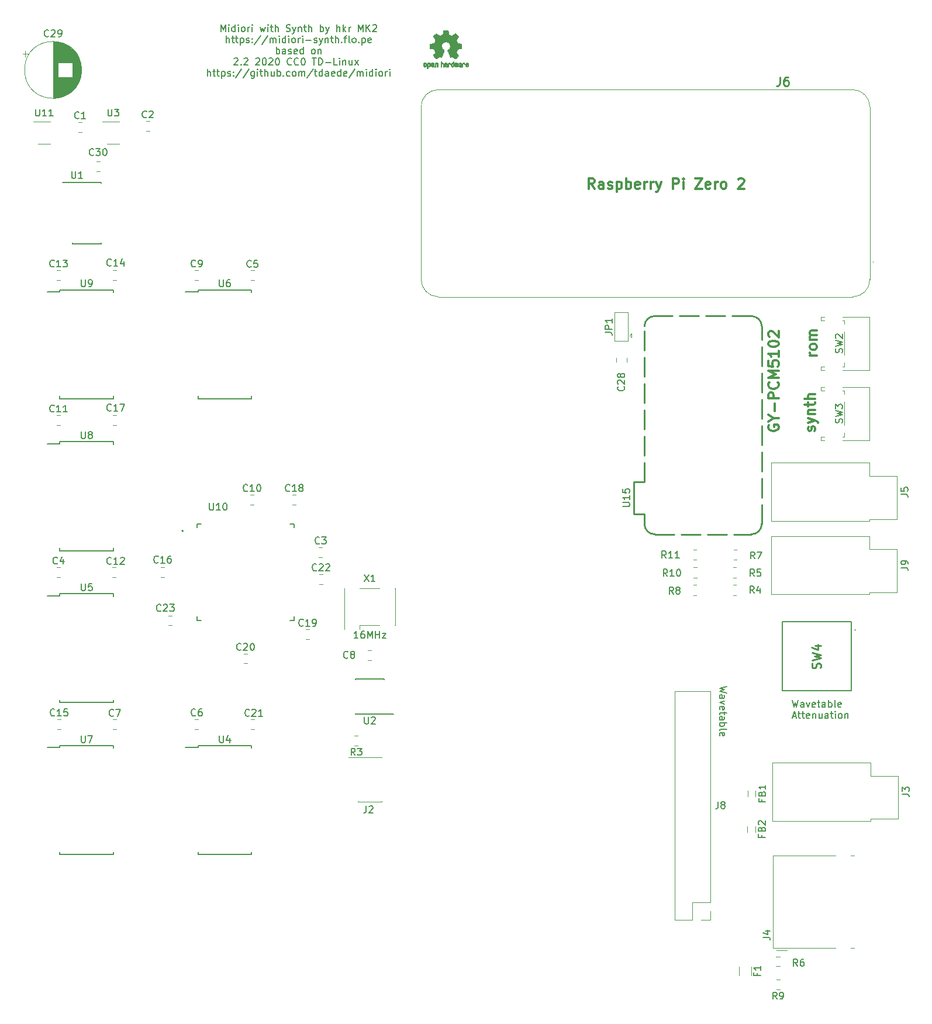
<source format=gbr>
G04 #@! TF.GenerationSoftware,KiCad,Pcbnew,7.0.10*
G04 #@! TF.CreationDate,2024-02-11T13:41:43-06:00*
G04 #@! TF.ProjectId,midiori,6d696469-6f72-4692-9e6b-696361645f70,rev?*
G04 #@! TF.SameCoordinates,Original*
G04 #@! TF.FileFunction,Legend,Top*
G04 #@! TF.FilePolarity,Positive*
%FSLAX46Y46*%
G04 Gerber Fmt 4.6, Leading zero omitted, Abs format (unit mm)*
G04 Created by KiCad (PCBNEW 7.0.10) date 2024-02-11 13:41:43*
%MOMM*%
%LPD*%
G01*
G04 APERTURE LIST*
%ADD10C,0.150000*%
%ADD11C,0.300000*%
%ADD12C,0.254000*%
%ADD13C,0.203200*%
%ADD14C,0.120000*%
%ADD15C,0.127000*%
%ADD16C,0.200000*%
%ADD17C,0.010000*%
%ADD18C,0.100000*%
G04 APERTURE END LIST*
D10*
X90438094Y-43734819D02*
X90438094Y-42734819D01*
X90438094Y-42734819D02*
X90771427Y-43449104D01*
X90771427Y-43449104D02*
X91104760Y-42734819D01*
X91104760Y-42734819D02*
X91104760Y-43734819D01*
X91580951Y-43734819D02*
X91580951Y-43068152D01*
X91580951Y-42734819D02*
X91533332Y-42782438D01*
X91533332Y-42782438D02*
X91580951Y-42830057D01*
X91580951Y-42830057D02*
X91628570Y-42782438D01*
X91628570Y-42782438D02*
X91580951Y-42734819D01*
X91580951Y-42734819D02*
X91580951Y-42830057D01*
X92485712Y-43734819D02*
X92485712Y-42734819D01*
X92485712Y-43687200D02*
X92390474Y-43734819D01*
X92390474Y-43734819D02*
X92199998Y-43734819D01*
X92199998Y-43734819D02*
X92104760Y-43687200D01*
X92104760Y-43687200D02*
X92057141Y-43639580D01*
X92057141Y-43639580D02*
X92009522Y-43544342D01*
X92009522Y-43544342D02*
X92009522Y-43258628D01*
X92009522Y-43258628D02*
X92057141Y-43163390D01*
X92057141Y-43163390D02*
X92104760Y-43115771D01*
X92104760Y-43115771D02*
X92199998Y-43068152D01*
X92199998Y-43068152D02*
X92390474Y-43068152D01*
X92390474Y-43068152D02*
X92485712Y-43115771D01*
X92961903Y-43734819D02*
X92961903Y-43068152D01*
X92961903Y-42734819D02*
X92914284Y-42782438D01*
X92914284Y-42782438D02*
X92961903Y-42830057D01*
X92961903Y-42830057D02*
X93009522Y-42782438D01*
X93009522Y-42782438D02*
X92961903Y-42734819D01*
X92961903Y-42734819D02*
X92961903Y-42830057D01*
X93580950Y-43734819D02*
X93485712Y-43687200D01*
X93485712Y-43687200D02*
X93438093Y-43639580D01*
X93438093Y-43639580D02*
X93390474Y-43544342D01*
X93390474Y-43544342D02*
X93390474Y-43258628D01*
X93390474Y-43258628D02*
X93438093Y-43163390D01*
X93438093Y-43163390D02*
X93485712Y-43115771D01*
X93485712Y-43115771D02*
X93580950Y-43068152D01*
X93580950Y-43068152D02*
X93723807Y-43068152D01*
X93723807Y-43068152D02*
X93819045Y-43115771D01*
X93819045Y-43115771D02*
X93866664Y-43163390D01*
X93866664Y-43163390D02*
X93914283Y-43258628D01*
X93914283Y-43258628D02*
X93914283Y-43544342D01*
X93914283Y-43544342D02*
X93866664Y-43639580D01*
X93866664Y-43639580D02*
X93819045Y-43687200D01*
X93819045Y-43687200D02*
X93723807Y-43734819D01*
X93723807Y-43734819D02*
X93580950Y-43734819D01*
X94342855Y-43734819D02*
X94342855Y-43068152D01*
X94342855Y-43258628D02*
X94390474Y-43163390D01*
X94390474Y-43163390D02*
X94438093Y-43115771D01*
X94438093Y-43115771D02*
X94533331Y-43068152D01*
X94533331Y-43068152D02*
X94628569Y-43068152D01*
X94961903Y-43734819D02*
X94961903Y-43068152D01*
X94961903Y-42734819D02*
X94914284Y-42782438D01*
X94914284Y-42782438D02*
X94961903Y-42830057D01*
X94961903Y-42830057D02*
X95009522Y-42782438D01*
X95009522Y-42782438D02*
X94961903Y-42734819D01*
X94961903Y-42734819D02*
X94961903Y-42830057D01*
X96104760Y-43068152D02*
X96295236Y-43734819D01*
X96295236Y-43734819D02*
X96485712Y-43258628D01*
X96485712Y-43258628D02*
X96676188Y-43734819D01*
X96676188Y-43734819D02*
X96866664Y-43068152D01*
X97247617Y-43734819D02*
X97247617Y-43068152D01*
X97247617Y-42734819D02*
X97199998Y-42782438D01*
X97199998Y-42782438D02*
X97247617Y-42830057D01*
X97247617Y-42830057D02*
X97295236Y-42782438D01*
X97295236Y-42782438D02*
X97247617Y-42734819D01*
X97247617Y-42734819D02*
X97247617Y-42830057D01*
X97580950Y-43068152D02*
X97961902Y-43068152D01*
X97723807Y-42734819D02*
X97723807Y-43591961D01*
X97723807Y-43591961D02*
X97771426Y-43687200D01*
X97771426Y-43687200D02*
X97866664Y-43734819D01*
X97866664Y-43734819D02*
X97961902Y-43734819D01*
X98295236Y-43734819D02*
X98295236Y-42734819D01*
X98723807Y-43734819D02*
X98723807Y-43211009D01*
X98723807Y-43211009D02*
X98676188Y-43115771D01*
X98676188Y-43115771D02*
X98580950Y-43068152D01*
X98580950Y-43068152D02*
X98438093Y-43068152D01*
X98438093Y-43068152D02*
X98342855Y-43115771D01*
X98342855Y-43115771D02*
X98295236Y-43163390D01*
X99914284Y-43687200D02*
X100057141Y-43734819D01*
X100057141Y-43734819D02*
X100295236Y-43734819D01*
X100295236Y-43734819D02*
X100390474Y-43687200D01*
X100390474Y-43687200D02*
X100438093Y-43639580D01*
X100438093Y-43639580D02*
X100485712Y-43544342D01*
X100485712Y-43544342D02*
X100485712Y-43449104D01*
X100485712Y-43449104D02*
X100438093Y-43353866D01*
X100438093Y-43353866D02*
X100390474Y-43306247D01*
X100390474Y-43306247D02*
X100295236Y-43258628D01*
X100295236Y-43258628D02*
X100104760Y-43211009D01*
X100104760Y-43211009D02*
X100009522Y-43163390D01*
X100009522Y-43163390D02*
X99961903Y-43115771D01*
X99961903Y-43115771D02*
X99914284Y-43020533D01*
X99914284Y-43020533D02*
X99914284Y-42925295D01*
X99914284Y-42925295D02*
X99961903Y-42830057D01*
X99961903Y-42830057D02*
X100009522Y-42782438D01*
X100009522Y-42782438D02*
X100104760Y-42734819D01*
X100104760Y-42734819D02*
X100342855Y-42734819D01*
X100342855Y-42734819D02*
X100485712Y-42782438D01*
X100819046Y-43068152D02*
X101057141Y-43734819D01*
X101295236Y-43068152D02*
X101057141Y-43734819D01*
X101057141Y-43734819D02*
X100961903Y-43972914D01*
X100961903Y-43972914D02*
X100914284Y-44020533D01*
X100914284Y-44020533D02*
X100819046Y-44068152D01*
X101676189Y-43068152D02*
X101676189Y-43734819D01*
X101676189Y-43163390D02*
X101723808Y-43115771D01*
X101723808Y-43115771D02*
X101819046Y-43068152D01*
X101819046Y-43068152D02*
X101961903Y-43068152D01*
X101961903Y-43068152D02*
X102057141Y-43115771D01*
X102057141Y-43115771D02*
X102104760Y-43211009D01*
X102104760Y-43211009D02*
X102104760Y-43734819D01*
X102438094Y-43068152D02*
X102819046Y-43068152D01*
X102580951Y-42734819D02*
X102580951Y-43591961D01*
X102580951Y-43591961D02*
X102628570Y-43687200D01*
X102628570Y-43687200D02*
X102723808Y-43734819D01*
X102723808Y-43734819D02*
X102819046Y-43734819D01*
X103152380Y-43734819D02*
X103152380Y-42734819D01*
X103580951Y-43734819D02*
X103580951Y-43211009D01*
X103580951Y-43211009D02*
X103533332Y-43115771D01*
X103533332Y-43115771D02*
X103438094Y-43068152D01*
X103438094Y-43068152D02*
X103295237Y-43068152D01*
X103295237Y-43068152D02*
X103199999Y-43115771D01*
X103199999Y-43115771D02*
X103152380Y-43163390D01*
X104819047Y-43734819D02*
X104819047Y-42734819D01*
X104819047Y-43115771D02*
X104914285Y-43068152D01*
X104914285Y-43068152D02*
X105104761Y-43068152D01*
X105104761Y-43068152D02*
X105199999Y-43115771D01*
X105199999Y-43115771D02*
X105247618Y-43163390D01*
X105247618Y-43163390D02*
X105295237Y-43258628D01*
X105295237Y-43258628D02*
X105295237Y-43544342D01*
X105295237Y-43544342D02*
X105247618Y-43639580D01*
X105247618Y-43639580D02*
X105199999Y-43687200D01*
X105199999Y-43687200D02*
X105104761Y-43734819D01*
X105104761Y-43734819D02*
X104914285Y-43734819D01*
X104914285Y-43734819D02*
X104819047Y-43687200D01*
X105628571Y-43068152D02*
X105866666Y-43734819D01*
X106104761Y-43068152D02*
X105866666Y-43734819D01*
X105866666Y-43734819D02*
X105771428Y-43972914D01*
X105771428Y-43972914D02*
X105723809Y-44020533D01*
X105723809Y-44020533D02*
X105628571Y-44068152D01*
X107247619Y-43734819D02*
X107247619Y-42734819D01*
X107676190Y-43734819D02*
X107676190Y-43211009D01*
X107676190Y-43211009D02*
X107628571Y-43115771D01*
X107628571Y-43115771D02*
X107533333Y-43068152D01*
X107533333Y-43068152D02*
X107390476Y-43068152D01*
X107390476Y-43068152D02*
X107295238Y-43115771D01*
X107295238Y-43115771D02*
X107247619Y-43163390D01*
X108152381Y-43734819D02*
X108152381Y-42734819D01*
X108247619Y-43353866D02*
X108533333Y-43734819D01*
X108533333Y-43068152D02*
X108152381Y-43449104D01*
X108961905Y-43734819D02*
X108961905Y-43068152D01*
X108961905Y-43258628D02*
X109009524Y-43163390D01*
X109009524Y-43163390D02*
X109057143Y-43115771D01*
X109057143Y-43115771D02*
X109152381Y-43068152D01*
X109152381Y-43068152D02*
X109247619Y-43068152D01*
X110342858Y-43734819D02*
X110342858Y-42734819D01*
X110342858Y-42734819D02*
X110676191Y-43449104D01*
X110676191Y-43449104D02*
X111009524Y-42734819D01*
X111009524Y-42734819D02*
X111009524Y-43734819D01*
X111485715Y-43734819D02*
X111485715Y-42734819D01*
X112057143Y-43734819D02*
X111628572Y-43163390D01*
X112057143Y-42734819D02*
X111485715Y-43306247D01*
X112438096Y-42830057D02*
X112485715Y-42782438D01*
X112485715Y-42782438D02*
X112580953Y-42734819D01*
X112580953Y-42734819D02*
X112819048Y-42734819D01*
X112819048Y-42734819D02*
X112914286Y-42782438D01*
X112914286Y-42782438D02*
X112961905Y-42830057D01*
X112961905Y-42830057D02*
X113009524Y-42925295D01*
X113009524Y-42925295D02*
X113009524Y-43020533D01*
X113009524Y-43020533D02*
X112961905Y-43163390D01*
X112961905Y-43163390D02*
X112390477Y-43734819D01*
X112390477Y-43734819D02*
X113009524Y-43734819D01*
X91223809Y-45344819D02*
X91223809Y-44344819D01*
X91652380Y-45344819D02*
X91652380Y-44821009D01*
X91652380Y-44821009D02*
X91604761Y-44725771D01*
X91604761Y-44725771D02*
X91509523Y-44678152D01*
X91509523Y-44678152D02*
X91366666Y-44678152D01*
X91366666Y-44678152D02*
X91271428Y-44725771D01*
X91271428Y-44725771D02*
X91223809Y-44773390D01*
X91985714Y-44678152D02*
X92366666Y-44678152D01*
X92128571Y-44344819D02*
X92128571Y-45201961D01*
X92128571Y-45201961D02*
X92176190Y-45297200D01*
X92176190Y-45297200D02*
X92271428Y-45344819D01*
X92271428Y-45344819D02*
X92366666Y-45344819D01*
X92557143Y-44678152D02*
X92938095Y-44678152D01*
X92700000Y-44344819D02*
X92700000Y-45201961D01*
X92700000Y-45201961D02*
X92747619Y-45297200D01*
X92747619Y-45297200D02*
X92842857Y-45344819D01*
X92842857Y-45344819D02*
X92938095Y-45344819D01*
X93271429Y-44678152D02*
X93271429Y-45678152D01*
X93271429Y-44725771D02*
X93366667Y-44678152D01*
X93366667Y-44678152D02*
X93557143Y-44678152D01*
X93557143Y-44678152D02*
X93652381Y-44725771D01*
X93652381Y-44725771D02*
X93700000Y-44773390D01*
X93700000Y-44773390D02*
X93747619Y-44868628D01*
X93747619Y-44868628D02*
X93747619Y-45154342D01*
X93747619Y-45154342D02*
X93700000Y-45249580D01*
X93700000Y-45249580D02*
X93652381Y-45297200D01*
X93652381Y-45297200D02*
X93557143Y-45344819D01*
X93557143Y-45344819D02*
X93366667Y-45344819D01*
X93366667Y-45344819D02*
X93271429Y-45297200D01*
X94128572Y-45297200D02*
X94223810Y-45344819D01*
X94223810Y-45344819D02*
X94414286Y-45344819D01*
X94414286Y-45344819D02*
X94509524Y-45297200D01*
X94509524Y-45297200D02*
X94557143Y-45201961D01*
X94557143Y-45201961D02*
X94557143Y-45154342D01*
X94557143Y-45154342D02*
X94509524Y-45059104D01*
X94509524Y-45059104D02*
X94414286Y-45011485D01*
X94414286Y-45011485D02*
X94271429Y-45011485D01*
X94271429Y-45011485D02*
X94176191Y-44963866D01*
X94176191Y-44963866D02*
X94128572Y-44868628D01*
X94128572Y-44868628D02*
X94128572Y-44821009D01*
X94128572Y-44821009D02*
X94176191Y-44725771D01*
X94176191Y-44725771D02*
X94271429Y-44678152D01*
X94271429Y-44678152D02*
X94414286Y-44678152D01*
X94414286Y-44678152D02*
X94509524Y-44725771D01*
X94985715Y-45249580D02*
X95033334Y-45297200D01*
X95033334Y-45297200D02*
X94985715Y-45344819D01*
X94985715Y-45344819D02*
X94938096Y-45297200D01*
X94938096Y-45297200D02*
X94985715Y-45249580D01*
X94985715Y-45249580D02*
X94985715Y-45344819D01*
X94985715Y-44725771D02*
X95033334Y-44773390D01*
X95033334Y-44773390D02*
X94985715Y-44821009D01*
X94985715Y-44821009D02*
X94938096Y-44773390D01*
X94938096Y-44773390D02*
X94985715Y-44725771D01*
X94985715Y-44725771D02*
X94985715Y-44821009D01*
X96176190Y-44297200D02*
X95319048Y-45582914D01*
X97223809Y-44297200D02*
X96366667Y-45582914D01*
X97557143Y-45344819D02*
X97557143Y-44678152D01*
X97557143Y-44773390D02*
X97604762Y-44725771D01*
X97604762Y-44725771D02*
X97700000Y-44678152D01*
X97700000Y-44678152D02*
X97842857Y-44678152D01*
X97842857Y-44678152D02*
X97938095Y-44725771D01*
X97938095Y-44725771D02*
X97985714Y-44821009D01*
X97985714Y-44821009D02*
X97985714Y-45344819D01*
X97985714Y-44821009D02*
X98033333Y-44725771D01*
X98033333Y-44725771D02*
X98128571Y-44678152D01*
X98128571Y-44678152D02*
X98271428Y-44678152D01*
X98271428Y-44678152D02*
X98366667Y-44725771D01*
X98366667Y-44725771D02*
X98414286Y-44821009D01*
X98414286Y-44821009D02*
X98414286Y-45344819D01*
X98890476Y-45344819D02*
X98890476Y-44678152D01*
X98890476Y-44344819D02*
X98842857Y-44392438D01*
X98842857Y-44392438D02*
X98890476Y-44440057D01*
X98890476Y-44440057D02*
X98938095Y-44392438D01*
X98938095Y-44392438D02*
X98890476Y-44344819D01*
X98890476Y-44344819D02*
X98890476Y-44440057D01*
X99795237Y-45344819D02*
X99795237Y-44344819D01*
X99795237Y-45297200D02*
X99699999Y-45344819D01*
X99699999Y-45344819D02*
X99509523Y-45344819D01*
X99509523Y-45344819D02*
X99414285Y-45297200D01*
X99414285Y-45297200D02*
X99366666Y-45249580D01*
X99366666Y-45249580D02*
X99319047Y-45154342D01*
X99319047Y-45154342D02*
X99319047Y-44868628D01*
X99319047Y-44868628D02*
X99366666Y-44773390D01*
X99366666Y-44773390D02*
X99414285Y-44725771D01*
X99414285Y-44725771D02*
X99509523Y-44678152D01*
X99509523Y-44678152D02*
X99699999Y-44678152D01*
X99699999Y-44678152D02*
X99795237Y-44725771D01*
X100271428Y-45344819D02*
X100271428Y-44678152D01*
X100271428Y-44344819D02*
X100223809Y-44392438D01*
X100223809Y-44392438D02*
X100271428Y-44440057D01*
X100271428Y-44440057D02*
X100319047Y-44392438D01*
X100319047Y-44392438D02*
X100271428Y-44344819D01*
X100271428Y-44344819D02*
X100271428Y-44440057D01*
X100890475Y-45344819D02*
X100795237Y-45297200D01*
X100795237Y-45297200D02*
X100747618Y-45249580D01*
X100747618Y-45249580D02*
X100699999Y-45154342D01*
X100699999Y-45154342D02*
X100699999Y-44868628D01*
X100699999Y-44868628D02*
X100747618Y-44773390D01*
X100747618Y-44773390D02*
X100795237Y-44725771D01*
X100795237Y-44725771D02*
X100890475Y-44678152D01*
X100890475Y-44678152D02*
X101033332Y-44678152D01*
X101033332Y-44678152D02*
X101128570Y-44725771D01*
X101128570Y-44725771D02*
X101176189Y-44773390D01*
X101176189Y-44773390D02*
X101223808Y-44868628D01*
X101223808Y-44868628D02*
X101223808Y-45154342D01*
X101223808Y-45154342D02*
X101176189Y-45249580D01*
X101176189Y-45249580D02*
X101128570Y-45297200D01*
X101128570Y-45297200D02*
X101033332Y-45344819D01*
X101033332Y-45344819D02*
X100890475Y-45344819D01*
X101652380Y-45344819D02*
X101652380Y-44678152D01*
X101652380Y-44868628D02*
X101699999Y-44773390D01*
X101699999Y-44773390D02*
X101747618Y-44725771D01*
X101747618Y-44725771D02*
X101842856Y-44678152D01*
X101842856Y-44678152D02*
X101938094Y-44678152D01*
X102271428Y-45344819D02*
X102271428Y-44678152D01*
X102271428Y-44344819D02*
X102223809Y-44392438D01*
X102223809Y-44392438D02*
X102271428Y-44440057D01*
X102271428Y-44440057D02*
X102319047Y-44392438D01*
X102319047Y-44392438D02*
X102271428Y-44344819D01*
X102271428Y-44344819D02*
X102271428Y-44440057D01*
X102747618Y-44963866D02*
X103509523Y-44963866D01*
X103938094Y-45297200D02*
X104033332Y-45344819D01*
X104033332Y-45344819D02*
X104223808Y-45344819D01*
X104223808Y-45344819D02*
X104319046Y-45297200D01*
X104319046Y-45297200D02*
X104366665Y-45201961D01*
X104366665Y-45201961D02*
X104366665Y-45154342D01*
X104366665Y-45154342D02*
X104319046Y-45059104D01*
X104319046Y-45059104D02*
X104223808Y-45011485D01*
X104223808Y-45011485D02*
X104080951Y-45011485D01*
X104080951Y-45011485D02*
X103985713Y-44963866D01*
X103985713Y-44963866D02*
X103938094Y-44868628D01*
X103938094Y-44868628D02*
X103938094Y-44821009D01*
X103938094Y-44821009D02*
X103985713Y-44725771D01*
X103985713Y-44725771D02*
X104080951Y-44678152D01*
X104080951Y-44678152D02*
X104223808Y-44678152D01*
X104223808Y-44678152D02*
X104319046Y-44725771D01*
X104699999Y-44678152D02*
X104938094Y-45344819D01*
X105176189Y-44678152D02*
X104938094Y-45344819D01*
X104938094Y-45344819D02*
X104842856Y-45582914D01*
X104842856Y-45582914D02*
X104795237Y-45630533D01*
X104795237Y-45630533D02*
X104699999Y-45678152D01*
X105557142Y-44678152D02*
X105557142Y-45344819D01*
X105557142Y-44773390D02*
X105604761Y-44725771D01*
X105604761Y-44725771D02*
X105699999Y-44678152D01*
X105699999Y-44678152D02*
X105842856Y-44678152D01*
X105842856Y-44678152D02*
X105938094Y-44725771D01*
X105938094Y-44725771D02*
X105985713Y-44821009D01*
X105985713Y-44821009D02*
X105985713Y-45344819D01*
X106319047Y-44678152D02*
X106699999Y-44678152D01*
X106461904Y-44344819D02*
X106461904Y-45201961D01*
X106461904Y-45201961D02*
X106509523Y-45297200D01*
X106509523Y-45297200D02*
X106604761Y-45344819D01*
X106604761Y-45344819D02*
X106699999Y-45344819D01*
X107033333Y-45344819D02*
X107033333Y-44344819D01*
X107461904Y-45344819D02*
X107461904Y-44821009D01*
X107461904Y-44821009D02*
X107414285Y-44725771D01*
X107414285Y-44725771D02*
X107319047Y-44678152D01*
X107319047Y-44678152D02*
X107176190Y-44678152D01*
X107176190Y-44678152D02*
X107080952Y-44725771D01*
X107080952Y-44725771D02*
X107033333Y-44773390D01*
X107938095Y-45249580D02*
X107985714Y-45297200D01*
X107985714Y-45297200D02*
X107938095Y-45344819D01*
X107938095Y-45344819D02*
X107890476Y-45297200D01*
X107890476Y-45297200D02*
X107938095Y-45249580D01*
X107938095Y-45249580D02*
X107938095Y-45344819D01*
X108271428Y-44678152D02*
X108652380Y-44678152D01*
X108414285Y-45344819D02*
X108414285Y-44487676D01*
X108414285Y-44487676D02*
X108461904Y-44392438D01*
X108461904Y-44392438D02*
X108557142Y-44344819D01*
X108557142Y-44344819D02*
X108652380Y-44344819D01*
X109128571Y-45344819D02*
X109033333Y-45297200D01*
X109033333Y-45297200D02*
X108985714Y-45201961D01*
X108985714Y-45201961D02*
X108985714Y-44344819D01*
X109652381Y-45344819D02*
X109557143Y-45297200D01*
X109557143Y-45297200D02*
X109509524Y-45249580D01*
X109509524Y-45249580D02*
X109461905Y-45154342D01*
X109461905Y-45154342D02*
X109461905Y-44868628D01*
X109461905Y-44868628D02*
X109509524Y-44773390D01*
X109509524Y-44773390D02*
X109557143Y-44725771D01*
X109557143Y-44725771D02*
X109652381Y-44678152D01*
X109652381Y-44678152D02*
X109795238Y-44678152D01*
X109795238Y-44678152D02*
X109890476Y-44725771D01*
X109890476Y-44725771D02*
X109938095Y-44773390D01*
X109938095Y-44773390D02*
X109985714Y-44868628D01*
X109985714Y-44868628D02*
X109985714Y-45154342D01*
X109985714Y-45154342D02*
X109938095Y-45249580D01*
X109938095Y-45249580D02*
X109890476Y-45297200D01*
X109890476Y-45297200D02*
X109795238Y-45344819D01*
X109795238Y-45344819D02*
X109652381Y-45344819D01*
X110414286Y-45249580D02*
X110461905Y-45297200D01*
X110461905Y-45297200D02*
X110414286Y-45344819D01*
X110414286Y-45344819D02*
X110366667Y-45297200D01*
X110366667Y-45297200D02*
X110414286Y-45249580D01*
X110414286Y-45249580D02*
X110414286Y-45344819D01*
X110890476Y-44678152D02*
X110890476Y-45678152D01*
X110890476Y-44725771D02*
X110985714Y-44678152D01*
X110985714Y-44678152D02*
X111176190Y-44678152D01*
X111176190Y-44678152D02*
X111271428Y-44725771D01*
X111271428Y-44725771D02*
X111319047Y-44773390D01*
X111319047Y-44773390D02*
X111366666Y-44868628D01*
X111366666Y-44868628D02*
X111366666Y-45154342D01*
X111366666Y-45154342D02*
X111319047Y-45249580D01*
X111319047Y-45249580D02*
X111271428Y-45297200D01*
X111271428Y-45297200D02*
X111176190Y-45344819D01*
X111176190Y-45344819D02*
X110985714Y-45344819D01*
X110985714Y-45344819D02*
X110890476Y-45297200D01*
X112176190Y-45297200D02*
X112080952Y-45344819D01*
X112080952Y-45344819D02*
X111890476Y-45344819D01*
X111890476Y-45344819D02*
X111795238Y-45297200D01*
X111795238Y-45297200D02*
X111747619Y-45201961D01*
X111747619Y-45201961D02*
X111747619Y-44821009D01*
X111747619Y-44821009D02*
X111795238Y-44725771D01*
X111795238Y-44725771D02*
X111890476Y-44678152D01*
X111890476Y-44678152D02*
X112080952Y-44678152D01*
X112080952Y-44678152D02*
X112176190Y-44725771D01*
X112176190Y-44725771D02*
X112223809Y-44821009D01*
X112223809Y-44821009D02*
X112223809Y-44916247D01*
X112223809Y-44916247D02*
X111747619Y-45011485D01*
X98461904Y-46954819D02*
X98461904Y-45954819D01*
X98461904Y-46335771D02*
X98557142Y-46288152D01*
X98557142Y-46288152D02*
X98747618Y-46288152D01*
X98747618Y-46288152D02*
X98842856Y-46335771D01*
X98842856Y-46335771D02*
X98890475Y-46383390D01*
X98890475Y-46383390D02*
X98938094Y-46478628D01*
X98938094Y-46478628D02*
X98938094Y-46764342D01*
X98938094Y-46764342D02*
X98890475Y-46859580D01*
X98890475Y-46859580D02*
X98842856Y-46907200D01*
X98842856Y-46907200D02*
X98747618Y-46954819D01*
X98747618Y-46954819D02*
X98557142Y-46954819D01*
X98557142Y-46954819D02*
X98461904Y-46907200D01*
X99795237Y-46954819D02*
X99795237Y-46431009D01*
X99795237Y-46431009D02*
X99747618Y-46335771D01*
X99747618Y-46335771D02*
X99652380Y-46288152D01*
X99652380Y-46288152D02*
X99461904Y-46288152D01*
X99461904Y-46288152D02*
X99366666Y-46335771D01*
X99795237Y-46907200D02*
X99699999Y-46954819D01*
X99699999Y-46954819D02*
X99461904Y-46954819D01*
X99461904Y-46954819D02*
X99366666Y-46907200D01*
X99366666Y-46907200D02*
X99319047Y-46811961D01*
X99319047Y-46811961D02*
X99319047Y-46716723D01*
X99319047Y-46716723D02*
X99366666Y-46621485D01*
X99366666Y-46621485D02*
X99461904Y-46573866D01*
X99461904Y-46573866D02*
X99699999Y-46573866D01*
X99699999Y-46573866D02*
X99795237Y-46526247D01*
X100223809Y-46907200D02*
X100319047Y-46954819D01*
X100319047Y-46954819D02*
X100509523Y-46954819D01*
X100509523Y-46954819D02*
X100604761Y-46907200D01*
X100604761Y-46907200D02*
X100652380Y-46811961D01*
X100652380Y-46811961D02*
X100652380Y-46764342D01*
X100652380Y-46764342D02*
X100604761Y-46669104D01*
X100604761Y-46669104D02*
X100509523Y-46621485D01*
X100509523Y-46621485D02*
X100366666Y-46621485D01*
X100366666Y-46621485D02*
X100271428Y-46573866D01*
X100271428Y-46573866D02*
X100223809Y-46478628D01*
X100223809Y-46478628D02*
X100223809Y-46431009D01*
X100223809Y-46431009D02*
X100271428Y-46335771D01*
X100271428Y-46335771D02*
X100366666Y-46288152D01*
X100366666Y-46288152D02*
X100509523Y-46288152D01*
X100509523Y-46288152D02*
X100604761Y-46335771D01*
X101461904Y-46907200D02*
X101366666Y-46954819D01*
X101366666Y-46954819D02*
X101176190Y-46954819D01*
X101176190Y-46954819D02*
X101080952Y-46907200D01*
X101080952Y-46907200D02*
X101033333Y-46811961D01*
X101033333Y-46811961D02*
X101033333Y-46431009D01*
X101033333Y-46431009D02*
X101080952Y-46335771D01*
X101080952Y-46335771D02*
X101176190Y-46288152D01*
X101176190Y-46288152D02*
X101366666Y-46288152D01*
X101366666Y-46288152D02*
X101461904Y-46335771D01*
X101461904Y-46335771D02*
X101509523Y-46431009D01*
X101509523Y-46431009D02*
X101509523Y-46526247D01*
X101509523Y-46526247D02*
X101033333Y-46621485D01*
X102366666Y-46954819D02*
X102366666Y-45954819D01*
X102366666Y-46907200D02*
X102271428Y-46954819D01*
X102271428Y-46954819D02*
X102080952Y-46954819D01*
X102080952Y-46954819D02*
X101985714Y-46907200D01*
X101985714Y-46907200D02*
X101938095Y-46859580D01*
X101938095Y-46859580D02*
X101890476Y-46764342D01*
X101890476Y-46764342D02*
X101890476Y-46478628D01*
X101890476Y-46478628D02*
X101938095Y-46383390D01*
X101938095Y-46383390D02*
X101985714Y-46335771D01*
X101985714Y-46335771D02*
X102080952Y-46288152D01*
X102080952Y-46288152D02*
X102271428Y-46288152D01*
X102271428Y-46288152D02*
X102366666Y-46335771D01*
X103747619Y-46954819D02*
X103652381Y-46907200D01*
X103652381Y-46907200D02*
X103604762Y-46859580D01*
X103604762Y-46859580D02*
X103557143Y-46764342D01*
X103557143Y-46764342D02*
X103557143Y-46478628D01*
X103557143Y-46478628D02*
X103604762Y-46383390D01*
X103604762Y-46383390D02*
X103652381Y-46335771D01*
X103652381Y-46335771D02*
X103747619Y-46288152D01*
X103747619Y-46288152D02*
X103890476Y-46288152D01*
X103890476Y-46288152D02*
X103985714Y-46335771D01*
X103985714Y-46335771D02*
X104033333Y-46383390D01*
X104033333Y-46383390D02*
X104080952Y-46478628D01*
X104080952Y-46478628D02*
X104080952Y-46764342D01*
X104080952Y-46764342D02*
X104033333Y-46859580D01*
X104033333Y-46859580D02*
X103985714Y-46907200D01*
X103985714Y-46907200D02*
X103890476Y-46954819D01*
X103890476Y-46954819D02*
X103747619Y-46954819D01*
X104509524Y-46288152D02*
X104509524Y-46954819D01*
X104509524Y-46383390D02*
X104557143Y-46335771D01*
X104557143Y-46335771D02*
X104652381Y-46288152D01*
X104652381Y-46288152D02*
X104795238Y-46288152D01*
X104795238Y-46288152D02*
X104890476Y-46335771D01*
X104890476Y-46335771D02*
X104938095Y-46431009D01*
X104938095Y-46431009D02*
X104938095Y-46954819D01*
X92342857Y-47660057D02*
X92390476Y-47612438D01*
X92390476Y-47612438D02*
X92485714Y-47564819D01*
X92485714Y-47564819D02*
X92723809Y-47564819D01*
X92723809Y-47564819D02*
X92819047Y-47612438D01*
X92819047Y-47612438D02*
X92866666Y-47660057D01*
X92866666Y-47660057D02*
X92914285Y-47755295D01*
X92914285Y-47755295D02*
X92914285Y-47850533D01*
X92914285Y-47850533D02*
X92866666Y-47993390D01*
X92866666Y-47993390D02*
X92295238Y-48564819D01*
X92295238Y-48564819D02*
X92914285Y-48564819D01*
X93342857Y-48469580D02*
X93390476Y-48517200D01*
X93390476Y-48517200D02*
X93342857Y-48564819D01*
X93342857Y-48564819D02*
X93295238Y-48517200D01*
X93295238Y-48517200D02*
X93342857Y-48469580D01*
X93342857Y-48469580D02*
X93342857Y-48564819D01*
X93771428Y-47660057D02*
X93819047Y-47612438D01*
X93819047Y-47612438D02*
X93914285Y-47564819D01*
X93914285Y-47564819D02*
X94152380Y-47564819D01*
X94152380Y-47564819D02*
X94247618Y-47612438D01*
X94247618Y-47612438D02*
X94295237Y-47660057D01*
X94295237Y-47660057D02*
X94342856Y-47755295D01*
X94342856Y-47755295D02*
X94342856Y-47850533D01*
X94342856Y-47850533D02*
X94295237Y-47993390D01*
X94295237Y-47993390D02*
X93723809Y-48564819D01*
X93723809Y-48564819D02*
X94342856Y-48564819D01*
X95485714Y-47660057D02*
X95533333Y-47612438D01*
X95533333Y-47612438D02*
X95628571Y-47564819D01*
X95628571Y-47564819D02*
X95866666Y-47564819D01*
X95866666Y-47564819D02*
X95961904Y-47612438D01*
X95961904Y-47612438D02*
X96009523Y-47660057D01*
X96009523Y-47660057D02*
X96057142Y-47755295D01*
X96057142Y-47755295D02*
X96057142Y-47850533D01*
X96057142Y-47850533D02*
X96009523Y-47993390D01*
X96009523Y-47993390D02*
X95438095Y-48564819D01*
X95438095Y-48564819D02*
X96057142Y-48564819D01*
X96676190Y-47564819D02*
X96771428Y-47564819D01*
X96771428Y-47564819D02*
X96866666Y-47612438D01*
X96866666Y-47612438D02*
X96914285Y-47660057D01*
X96914285Y-47660057D02*
X96961904Y-47755295D01*
X96961904Y-47755295D02*
X97009523Y-47945771D01*
X97009523Y-47945771D02*
X97009523Y-48183866D01*
X97009523Y-48183866D02*
X96961904Y-48374342D01*
X96961904Y-48374342D02*
X96914285Y-48469580D01*
X96914285Y-48469580D02*
X96866666Y-48517200D01*
X96866666Y-48517200D02*
X96771428Y-48564819D01*
X96771428Y-48564819D02*
X96676190Y-48564819D01*
X96676190Y-48564819D02*
X96580952Y-48517200D01*
X96580952Y-48517200D02*
X96533333Y-48469580D01*
X96533333Y-48469580D02*
X96485714Y-48374342D01*
X96485714Y-48374342D02*
X96438095Y-48183866D01*
X96438095Y-48183866D02*
X96438095Y-47945771D01*
X96438095Y-47945771D02*
X96485714Y-47755295D01*
X96485714Y-47755295D02*
X96533333Y-47660057D01*
X96533333Y-47660057D02*
X96580952Y-47612438D01*
X96580952Y-47612438D02*
X96676190Y-47564819D01*
X97390476Y-47660057D02*
X97438095Y-47612438D01*
X97438095Y-47612438D02*
X97533333Y-47564819D01*
X97533333Y-47564819D02*
X97771428Y-47564819D01*
X97771428Y-47564819D02*
X97866666Y-47612438D01*
X97866666Y-47612438D02*
X97914285Y-47660057D01*
X97914285Y-47660057D02*
X97961904Y-47755295D01*
X97961904Y-47755295D02*
X97961904Y-47850533D01*
X97961904Y-47850533D02*
X97914285Y-47993390D01*
X97914285Y-47993390D02*
X97342857Y-48564819D01*
X97342857Y-48564819D02*
X97961904Y-48564819D01*
X98580952Y-47564819D02*
X98676190Y-47564819D01*
X98676190Y-47564819D02*
X98771428Y-47612438D01*
X98771428Y-47612438D02*
X98819047Y-47660057D01*
X98819047Y-47660057D02*
X98866666Y-47755295D01*
X98866666Y-47755295D02*
X98914285Y-47945771D01*
X98914285Y-47945771D02*
X98914285Y-48183866D01*
X98914285Y-48183866D02*
X98866666Y-48374342D01*
X98866666Y-48374342D02*
X98819047Y-48469580D01*
X98819047Y-48469580D02*
X98771428Y-48517200D01*
X98771428Y-48517200D02*
X98676190Y-48564819D01*
X98676190Y-48564819D02*
X98580952Y-48564819D01*
X98580952Y-48564819D02*
X98485714Y-48517200D01*
X98485714Y-48517200D02*
X98438095Y-48469580D01*
X98438095Y-48469580D02*
X98390476Y-48374342D01*
X98390476Y-48374342D02*
X98342857Y-48183866D01*
X98342857Y-48183866D02*
X98342857Y-47945771D01*
X98342857Y-47945771D02*
X98390476Y-47755295D01*
X98390476Y-47755295D02*
X98438095Y-47660057D01*
X98438095Y-47660057D02*
X98485714Y-47612438D01*
X98485714Y-47612438D02*
X98580952Y-47564819D01*
X100676190Y-48469580D02*
X100628571Y-48517200D01*
X100628571Y-48517200D02*
X100485714Y-48564819D01*
X100485714Y-48564819D02*
X100390476Y-48564819D01*
X100390476Y-48564819D02*
X100247619Y-48517200D01*
X100247619Y-48517200D02*
X100152381Y-48421961D01*
X100152381Y-48421961D02*
X100104762Y-48326723D01*
X100104762Y-48326723D02*
X100057143Y-48136247D01*
X100057143Y-48136247D02*
X100057143Y-47993390D01*
X100057143Y-47993390D02*
X100104762Y-47802914D01*
X100104762Y-47802914D02*
X100152381Y-47707676D01*
X100152381Y-47707676D02*
X100247619Y-47612438D01*
X100247619Y-47612438D02*
X100390476Y-47564819D01*
X100390476Y-47564819D02*
X100485714Y-47564819D01*
X100485714Y-47564819D02*
X100628571Y-47612438D01*
X100628571Y-47612438D02*
X100676190Y-47660057D01*
X101676190Y-48469580D02*
X101628571Y-48517200D01*
X101628571Y-48517200D02*
X101485714Y-48564819D01*
X101485714Y-48564819D02*
X101390476Y-48564819D01*
X101390476Y-48564819D02*
X101247619Y-48517200D01*
X101247619Y-48517200D02*
X101152381Y-48421961D01*
X101152381Y-48421961D02*
X101104762Y-48326723D01*
X101104762Y-48326723D02*
X101057143Y-48136247D01*
X101057143Y-48136247D02*
X101057143Y-47993390D01*
X101057143Y-47993390D02*
X101104762Y-47802914D01*
X101104762Y-47802914D02*
X101152381Y-47707676D01*
X101152381Y-47707676D02*
X101247619Y-47612438D01*
X101247619Y-47612438D02*
X101390476Y-47564819D01*
X101390476Y-47564819D02*
X101485714Y-47564819D01*
X101485714Y-47564819D02*
X101628571Y-47612438D01*
X101628571Y-47612438D02*
X101676190Y-47660057D01*
X102295238Y-47564819D02*
X102390476Y-47564819D01*
X102390476Y-47564819D02*
X102485714Y-47612438D01*
X102485714Y-47612438D02*
X102533333Y-47660057D01*
X102533333Y-47660057D02*
X102580952Y-47755295D01*
X102580952Y-47755295D02*
X102628571Y-47945771D01*
X102628571Y-47945771D02*
X102628571Y-48183866D01*
X102628571Y-48183866D02*
X102580952Y-48374342D01*
X102580952Y-48374342D02*
X102533333Y-48469580D01*
X102533333Y-48469580D02*
X102485714Y-48517200D01*
X102485714Y-48517200D02*
X102390476Y-48564819D01*
X102390476Y-48564819D02*
X102295238Y-48564819D01*
X102295238Y-48564819D02*
X102200000Y-48517200D01*
X102200000Y-48517200D02*
X102152381Y-48469580D01*
X102152381Y-48469580D02*
X102104762Y-48374342D01*
X102104762Y-48374342D02*
X102057143Y-48183866D01*
X102057143Y-48183866D02*
X102057143Y-47945771D01*
X102057143Y-47945771D02*
X102104762Y-47755295D01*
X102104762Y-47755295D02*
X102152381Y-47660057D01*
X102152381Y-47660057D02*
X102200000Y-47612438D01*
X102200000Y-47612438D02*
X102295238Y-47564819D01*
X103676191Y-47564819D02*
X104247619Y-47564819D01*
X103961905Y-48564819D02*
X103961905Y-47564819D01*
X104580953Y-48564819D02*
X104580953Y-47564819D01*
X104580953Y-47564819D02*
X104819048Y-47564819D01*
X104819048Y-47564819D02*
X104961905Y-47612438D01*
X104961905Y-47612438D02*
X105057143Y-47707676D01*
X105057143Y-47707676D02*
X105104762Y-47802914D01*
X105104762Y-47802914D02*
X105152381Y-47993390D01*
X105152381Y-47993390D02*
X105152381Y-48136247D01*
X105152381Y-48136247D02*
X105104762Y-48326723D01*
X105104762Y-48326723D02*
X105057143Y-48421961D01*
X105057143Y-48421961D02*
X104961905Y-48517200D01*
X104961905Y-48517200D02*
X104819048Y-48564819D01*
X104819048Y-48564819D02*
X104580953Y-48564819D01*
X105580953Y-48183866D02*
X106342858Y-48183866D01*
X107295238Y-48564819D02*
X106819048Y-48564819D01*
X106819048Y-48564819D02*
X106819048Y-47564819D01*
X107628572Y-48564819D02*
X107628572Y-47898152D01*
X107628572Y-47564819D02*
X107580953Y-47612438D01*
X107580953Y-47612438D02*
X107628572Y-47660057D01*
X107628572Y-47660057D02*
X107676191Y-47612438D01*
X107676191Y-47612438D02*
X107628572Y-47564819D01*
X107628572Y-47564819D02*
X107628572Y-47660057D01*
X108104762Y-47898152D02*
X108104762Y-48564819D01*
X108104762Y-47993390D02*
X108152381Y-47945771D01*
X108152381Y-47945771D02*
X108247619Y-47898152D01*
X108247619Y-47898152D02*
X108390476Y-47898152D01*
X108390476Y-47898152D02*
X108485714Y-47945771D01*
X108485714Y-47945771D02*
X108533333Y-48041009D01*
X108533333Y-48041009D02*
X108533333Y-48564819D01*
X109438095Y-47898152D02*
X109438095Y-48564819D01*
X109009524Y-47898152D02*
X109009524Y-48421961D01*
X109009524Y-48421961D02*
X109057143Y-48517200D01*
X109057143Y-48517200D02*
X109152381Y-48564819D01*
X109152381Y-48564819D02*
X109295238Y-48564819D01*
X109295238Y-48564819D02*
X109390476Y-48517200D01*
X109390476Y-48517200D02*
X109438095Y-48469580D01*
X109819048Y-48564819D02*
X110342857Y-47898152D01*
X109819048Y-47898152D02*
X110342857Y-48564819D01*
X88509524Y-50174819D02*
X88509524Y-49174819D01*
X88938095Y-50174819D02*
X88938095Y-49651009D01*
X88938095Y-49651009D02*
X88890476Y-49555771D01*
X88890476Y-49555771D02*
X88795238Y-49508152D01*
X88795238Y-49508152D02*
X88652381Y-49508152D01*
X88652381Y-49508152D02*
X88557143Y-49555771D01*
X88557143Y-49555771D02*
X88509524Y-49603390D01*
X89271429Y-49508152D02*
X89652381Y-49508152D01*
X89414286Y-49174819D02*
X89414286Y-50031961D01*
X89414286Y-50031961D02*
X89461905Y-50127200D01*
X89461905Y-50127200D02*
X89557143Y-50174819D01*
X89557143Y-50174819D02*
X89652381Y-50174819D01*
X89842858Y-49508152D02*
X90223810Y-49508152D01*
X89985715Y-49174819D02*
X89985715Y-50031961D01*
X89985715Y-50031961D02*
X90033334Y-50127200D01*
X90033334Y-50127200D02*
X90128572Y-50174819D01*
X90128572Y-50174819D02*
X90223810Y-50174819D01*
X90557144Y-49508152D02*
X90557144Y-50508152D01*
X90557144Y-49555771D02*
X90652382Y-49508152D01*
X90652382Y-49508152D02*
X90842858Y-49508152D01*
X90842858Y-49508152D02*
X90938096Y-49555771D01*
X90938096Y-49555771D02*
X90985715Y-49603390D01*
X90985715Y-49603390D02*
X91033334Y-49698628D01*
X91033334Y-49698628D02*
X91033334Y-49984342D01*
X91033334Y-49984342D02*
X90985715Y-50079580D01*
X90985715Y-50079580D02*
X90938096Y-50127200D01*
X90938096Y-50127200D02*
X90842858Y-50174819D01*
X90842858Y-50174819D02*
X90652382Y-50174819D01*
X90652382Y-50174819D02*
X90557144Y-50127200D01*
X91414287Y-50127200D02*
X91509525Y-50174819D01*
X91509525Y-50174819D02*
X91700001Y-50174819D01*
X91700001Y-50174819D02*
X91795239Y-50127200D01*
X91795239Y-50127200D02*
X91842858Y-50031961D01*
X91842858Y-50031961D02*
X91842858Y-49984342D01*
X91842858Y-49984342D02*
X91795239Y-49889104D01*
X91795239Y-49889104D02*
X91700001Y-49841485D01*
X91700001Y-49841485D02*
X91557144Y-49841485D01*
X91557144Y-49841485D02*
X91461906Y-49793866D01*
X91461906Y-49793866D02*
X91414287Y-49698628D01*
X91414287Y-49698628D02*
X91414287Y-49651009D01*
X91414287Y-49651009D02*
X91461906Y-49555771D01*
X91461906Y-49555771D02*
X91557144Y-49508152D01*
X91557144Y-49508152D02*
X91700001Y-49508152D01*
X91700001Y-49508152D02*
X91795239Y-49555771D01*
X92271430Y-50079580D02*
X92319049Y-50127200D01*
X92319049Y-50127200D02*
X92271430Y-50174819D01*
X92271430Y-50174819D02*
X92223811Y-50127200D01*
X92223811Y-50127200D02*
X92271430Y-50079580D01*
X92271430Y-50079580D02*
X92271430Y-50174819D01*
X92271430Y-49555771D02*
X92319049Y-49603390D01*
X92319049Y-49603390D02*
X92271430Y-49651009D01*
X92271430Y-49651009D02*
X92223811Y-49603390D01*
X92223811Y-49603390D02*
X92271430Y-49555771D01*
X92271430Y-49555771D02*
X92271430Y-49651009D01*
X93461905Y-49127200D02*
X92604763Y-50412914D01*
X94509524Y-49127200D02*
X93652382Y-50412914D01*
X95271429Y-49508152D02*
X95271429Y-50317676D01*
X95271429Y-50317676D02*
X95223810Y-50412914D01*
X95223810Y-50412914D02*
X95176191Y-50460533D01*
X95176191Y-50460533D02*
X95080953Y-50508152D01*
X95080953Y-50508152D02*
X94938096Y-50508152D01*
X94938096Y-50508152D02*
X94842858Y-50460533D01*
X95271429Y-50127200D02*
X95176191Y-50174819D01*
X95176191Y-50174819D02*
X94985715Y-50174819D01*
X94985715Y-50174819D02*
X94890477Y-50127200D01*
X94890477Y-50127200D02*
X94842858Y-50079580D01*
X94842858Y-50079580D02*
X94795239Y-49984342D01*
X94795239Y-49984342D02*
X94795239Y-49698628D01*
X94795239Y-49698628D02*
X94842858Y-49603390D01*
X94842858Y-49603390D02*
X94890477Y-49555771D01*
X94890477Y-49555771D02*
X94985715Y-49508152D01*
X94985715Y-49508152D02*
X95176191Y-49508152D01*
X95176191Y-49508152D02*
X95271429Y-49555771D01*
X95747620Y-50174819D02*
X95747620Y-49508152D01*
X95747620Y-49174819D02*
X95700001Y-49222438D01*
X95700001Y-49222438D02*
X95747620Y-49270057D01*
X95747620Y-49270057D02*
X95795239Y-49222438D01*
X95795239Y-49222438D02*
X95747620Y-49174819D01*
X95747620Y-49174819D02*
X95747620Y-49270057D01*
X96080953Y-49508152D02*
X96461905Y-49508152D01*
X96223810Y-49174819D02*
X96223810Y-50031961D01*
X96223810Y-50031961D02*
X96271429Y-50127200D01*
X96271429Y-50127200D02*
X96366667Y-50174819D01*
X96366667Y-50174819D02*
X96461905Y-50174819D01*
X96795239Y-50174819D02*
X96795239Y-49174819D01*
X97223810Y-50174819D02*
X97223810Y-49651009D01*
X97223810Y-49651009D02*
X97176191Y-49555771D01*
X97176191Y-49555771D02*
X97080953Y-49508152D01*
X97080953Y-49508152D02*
X96938096Y-49508152D01*
X96938096Y-49508152D02*
X96842858Y-49555771D01*
X96842858Y-49555771D02*
X96795239Y-49603390D01*
X98128572Y-49508152D02*
X98128572Y-50174819D01*
X97700001Y-49508152D02*
X97700001Y-50031961D01*
X97700001Y-50031961D02*
X97747620Y-50127200D01*
X97747620Y-50127200D02*
X97842858Y-50174819D01*
X97842858Y-50174819D02*
X97985715Y-50174819D01*
X97985715Y-50174819D02*
X98080953Y-50127200D01*
X98080953Y-50127200D02*
X98128572Y-50079580D01*
X98604763Y-50174819D02*
X98604763Y-49174819D01*
X98604763Y-49555771D02*
X98700001Y-49508152D01*
X98700001Y-49508152D02*
X98890477Y-49508152D01*
X98890477Y-49508152D02*
X98985715Y-49555771D01*
X98985715Y-49555771D02*
X99033334Y-49603390D01*
X99033334Y-49603390D02*
X99080953Y-49698628D01*
X99080953Y-49698628D02*
X99080953Y-49984342D01*
X99080953Y-49984342D02*
X99033334Y-50079580D01*
X99033334Y-50079580D02*
X98985715Y-50127200D01*
X98985715Y-50127200D02*
X98890477Y-50174819D01*
X98890477Y-50174819D02*
X98700001Y-50174819D01*
X98700001Y-50174819D02*
X98604763Y-50127200D01*
X99509525Y-50079580D02*
X99557144Y-50127200D01*
X99557144Y-50127200D02*
X99509525Y-50174819D01*
X99509525Y-50174819D02*
X99461906Y-50127200D01*
X99461906Y-50127200D02*
X99509525Y-50079580D01*
X99509525Y-50079580D02*
X99509525Y-50174819D01*
X100414286Y-50127200D02*
X100319048Y-50174819D01*
X100319048Y-50174819D02*
X100128572Y-50174819D01*
X100128572Y-50174819D02*
X100033334Y-50127200D01*
X100033334Y-50127200D02*
X99985715Y-50079580D01*
X99985715Y-50079580D02*
X99938096Y-49984342D01*
X99938096Y-49984342D02*
X99938096Y-49698628D01*
X99938096Y-49698628D02*
X99985715Y-49603390D01*
X99985715Y-49603390D02*
X100033334Y-49555771D01*
X100033334Y-49555771D02*
X100128572Y-49508152D01*
X100128572Y-49508152D02*
X100319048Y-49508152D01*
X100319048Y-49508152D02*
X100414286Y-49555771D01*
X100985715Y-50174819D02*
X100890477Y-50127200D01*
X100890477Y-50127200D02*
X100842858Y-50079580D01*
X100842858Y-50079580D02*
X100795239Y-49984342D01*
X100795239Y-49984342D02*
X100795239Y-49698628D01*
X100795239Y-49698628D02*
X100842858Y-49603390D01*
X100842858Y-49603390D02*
X100890477Y-49555771D01*
X100890477Y-49555771D02*
X100985715Y-49508152D01*
X100985715Y-49508152D02*
X101128572Y-49508152D01*
X101128572Y-49508152D02*
X101223810Y-49555771D01*
X101223810Y-49555771D02*
X101271429Y-49603390D01*
X101271429Y-49603390D02*
X101319048Y-49698628D01*
X101319048Y-49698628D02*
X101319048Y-49984342D01*
X101319048Y-49984342D02*
X101271429Y-50079580D01*
X101271429Y-50079580D02*
X101223810Y-50127200D01*
X101223810Y-50127200D02*
X101128572Y-50174819D01*
X101128572Y-50174819D02*
X100985715Y-50174819D01*
X101747620Y-50174819D02*
X101747620Y-49508152D01*
X101747620Y-49603390D02*
X101795239Y-49555771D01*
X101795239Y-49555771D02*
X101890477Y-49508152D01*
X101890477Y-49508152D02*
X102033334Y-49508152D01*
X102033334Y-49508152D02*
X102128572Y-49555771D01*
X102128572Y-49555771D02*
X102176191Y-49651009D01*
X102176191Y-49651009D02*
X102176191Y-50174819D01*
X102176191Y-49651009D02*
X102223810Y-49555771D01*
X102223810Y-49555771D02*
X102319048Y-49508152D01*
X102319048Y-49508152D02*
X102461905Y-49508152D01*
X102461905Y-49508152D02*
X102557144Y-49555771D01*
X102557144Y-49555771D02*
X102604763Y-49651009D01*
X102604763Y-49651009D02*
X102604763Y-50174819D01*
X103795238Y-49127200D02*
X102938096Y-50412914D01*
X103985715Y-49508152D02*
X104366667Y-49508152D01*
X104128572Y-49174819D02*
X104128572Y-50031961D01*
X104128572Y-50031961D02*
X104176191Y-50127200D01*
X104176191Y-50127200D02*
X104271429Y-50174819D01*
X104271429Y-50174819D02*
X104366667Y-50174819D01*
X105128572Y-50174819D02*
X105128572Y-49174819D01*
X105128572Y-50127200D02*
X105033334Y-50174819D01*
X105033334Y-50174819D02*
X104842858Y-50174819D01*
X104842858Y-50174819D02*
X104747620Y-50127200D01*
X104747620Y-50127200D02*
X104700001Y-50079580D01*
X104700001Y-50079580D02*
X104652382Y-49984342D01*
X104652382Y-49984342D02*
X104652382Y-49698628D01*
X104652382Y-49698628D02*
X104700001Y-49603390D01*
X104700001Y-49603390D02*
X104747620Y-49555771D01*
X104747620Y-49555771D02*
X104842858Y-49508152D01*
X104842858Y-49508152D02*
X105033334Y-49508152D01*
X105033334Y-49508152D02*
X105128572Y-49555771D01*
X106033334Y-50174819D02*
X106033334Y-49651009D01*
X106033334Y-49651009D02*
X105985715Y-49555771D01*
X105985715Y-49555771D02*
X105890477Y-49508152D01*
X105890477Y-49508152D02*
X105700001Y-49508152D01*
X105700001Y-49508152D02*
X105604763Y-49555771D01*
X106033334Y-50127200D02*
X105938096Y-50174819D01*
X105938096Y-50174819D02*
X105700001Y-50174819D01*
X105700001Y-50174819D02*
X105604763Y-50127200D01*
X105604763Y-50127200D02*
X105557144Y-50031961D01*
X105557144Y-50031961D02*
X105557144Y-49936723D01*
X105557144Y-49936723D02*
X105604763Y-49841485D01*
X105604763Y-49841485D02*
X105700001Y-49793866D01*
X105700001Y-49793866D02*
X105938096Y-49793866D01*
X105938096Y-49793866D02*
X106033334Y-49746247D01*
X106890477Y-50127200D02*
X106795239Y-50174819D01*
X106795239Y-50174819D02*
X106604763Y-50174819D01*
X106604763Y-50174819D02*
X106509525Y-50127200D01*
X106509525Y-50127200D02*
X106461906Y-50031961D01*
X106461906Y-50031961D02*
X106461906Y-49651009D01*
X106461906Y-49651009D02*
X106509525Y-49555771D01*
X106509525Y-49555771D02*
X106604763Y-49508152D01*
X106604763Y-49508152D02*
X106795239Y-49508152D01*
X106795239Y-49508152D02*
X106890477Y-49555771D01*
X106890477Y-49555771D02*
X106938096Y-49651009D01*
X106938096Y-49651009D02*
X106938096Y-49746247D01*
X106938096Y-49746247D02*
X106461906Y-49841485D01*
X107795239Y-50174819D02*
X107795239Y-49174819D01*
X107795239Y-50127200D02*
X107700001Y-50174819D01*
X107700001Y-50174819D02*
X107509525Y-50174819D01*
X107509525Y-50174819D02*
X107414287Y-50127200D01*
X107414287Y-50127200D02*
X107366668Y-50079580D01*
X107366668Y-50079580D02*
X107319049Y-49984342D01*
X107319049Y-49984342D02*
X107319049Y-49698628D01*
X107319049Y-49698628D02*
X107366668Y-49603390D01*
X107366668Y-49603390D02*
X107414287Y-49555771D01*
X107414287Y-49555771D02*
X107509525Y-49508152D01*
X107509525Y-49508152D02*
X107700001Y-49508152D01*
X107700001Y-49508152D02*
X107795239Y-49555771D01*
X108652382Y-50127200D02*
X108557144Y-50174819D01*
X108557144Y-50174819D02*
X108366668Y-50174819D01*
X108366668Y-50174819D02*
X108271430Y-50127200D01*
X108271430Y-50127200D02*
X108223811Y-50031961D01*
X108223811Y-50031961D02*
X108223811Y-49651009D01*
X108223811Y-49651009D02*
X108271430Y-49555771D01*
X108271430Y-49555771D02*
X108366668Y-49508152D01*
X108366668Y-49508152D02*
X108557144Y-49508152D01*
X108557144Y-49508152D02*
X108652382Y-49555771D01*
X108652382Y-49555771D02*
X108700001Y-49651009D01*
X108700001Y-49651009D02*
X108700001Y-49746247D01*
X108700001Y-49746247D02*
X108223811Y-49841485D01*
X109842858Y-49127200D02*
X108985716Y-50412914D01*
X110176192Y-50174819D02*
X110176192Y-49508152D01*
X110176192Y-49603390D02*
X110223811Y-49555771D01*
X110223811Y-49555771D02*
X110319049Y-49508152D01*
X110319049Y-49508152D02*
X110461906Y-49508152D01*
X110461906Y-49508152D02*
X110557144Y-49555771D01*
X110557144Y-49555771D02*
X110604763Y-49651009D01*
X110604763Y-49651009D02*
X110604763Y-50174819D01*
X110604763Y-49651009D02*
X110652382Y-49555771D01*
X110652382Y-49555771D02*
X110747620Y-49508152D01*
X110747620Y-49508152D02*
X110890477Y-49508152D01*
X110890477Y-49508152D02*
X110985716Y-49555771D01*
X110985716Y-49555771D02*
X111033335Y-49651009D01*
X111033335Y-49651009D02*
X111033335Y-50174819D01*
X111509525Y-50174819D02*
X111509525Y-49508152D01*
X111509525Y-49174819D02*
X111461906Y-49222438D01*
X111461906Y-49222438D02*
X111509525Y-49270057D01*
X111509525Y-49270057D02*
X111557144Y-49222438D01*
X111557144Y-49222438D02*
X111509525Y-49174819D01*
X111509525Y-49174819D02*
X111509525Y-49270057D01*
X112414286Y-50174819D02*
X112414286Y-49174819D01*
X112414286Y-50127200D02*
X112319048Y-50174819D01*
X112319048Y-50174819D02*
X112128572Y-50174819D01*
X112128572Y-50174819D02*
X112033334Y-50127200D01*
X112033334Y-50127200D02*
X111985715Y-50079580D01*
X111985715Y-50079580D02*
X111938096Y-49984342D01*
X111938096Y-49984342D02*
X111938096Y-49698628D01*
X111938096Y-49698628D02*
X111985715Y-49603390D01*
X111985715Y-49603390D02*
X112033334Y-49555771D01*
X112033334Y-49555771D02*
X112128572Y-49508152D01*
X112128572Y-49508152D02*
X112319048Y-49508152D01*
X112319048Y-49508152D02*
X112414286Y-49555771D01*
X112890477Y-50174819D02*
X112890477Y-49508152D01*
X112890477Y-49174819D02*
X112842858Y-49222438D01*
X112842858Y-49222438D02*
X112890477Y-49270057D01*
X112890477Y-49270057D02*
X112938096Y-49222438D01*
X112938096Y-49222438D02*
X112890477Y-49174819D01*
X112890477Y-49174819D02*
X112890477Y-49270057D01*
X113509524Y-50174819D02*
X113414286Y-50127200D01*
X113414286Y-50127200D02*
X113366667Y-50079580D01*
X113366667Y-50079580D02*
X113319048Y-49984342D01*
X113319048Y-49984342D02*
X113319048Y-49698628D01*
X113319048Y-49698628D02*
X113366667Y-49603390D01*
X113366667Y-49603390D02*
X113414286Y-49555771D01*
X113414286Y-49555771D02*
X113509524Y-49508152D01*
X113509524Y-49508152D02*
X113652381Y-49508152D01*
X113652381Y-49508152D02*
X113747619Y-49555771D01*
X113747619Y-49555771D02*
X113795238Y-49603390D01*
X113795238Y-49603390D02*
X113842857Y-49698628D01*
X113842857Y-49698628D02*
X113842857Y-49984342D01*
X113842857Y-49984342D02*
X113795238Y-50079580D01*
X113795238Y-50079580D02*
X113747619Y-50127200D01*
X113747619Y-50127200D02*
X113652381Y-50174819D01*
X113652381Y-50174819D02*
X113509524Y-50174819D01*
X114271429Y-50174819D02*
X114271429Y-49508152D01*
X114271429Y-49698628D02*
X114319048Y-49603390D01*
X114319048Y-49603390D02*
X114366667Y-49555771D01*
X114366667Y-49555771D02*
X114461905Y-49508152D01*
X114461905Y-49508152D02*
X114557143Y-49508152D01*
X114890477Y-50174819D02*
X114890477Y-49508152D01*
X114890477Y-49174819D02*
X114842858Y-49222438D01*
X114842858Y-49222438D02*
X114890477Y-49270057D01*
X114890477Y-49270057D02*
X114938096Y-49222438D01*
X114938096Y-49222438D02*
X114890477Y-49174819D01*
X114890477Y-49174819D02*
X114890477Y-49270057D01*
D11*
X169772257Y-100709774D02*
X169700828Y-100852632D01*
X169700828Y-100852632D02*
X169700828Y-101066917D01*
X169700828Y-101066917D02*
X169772257Y-101281203D01*
X169772257Y-101281203D02*
X169915114Y-101424060D01*
X169915114Y-101424060D02*
X170057971Y-101495489D01*
X170057971Y-101495489D02*
X170343685Y-101566917D01*
X170343685Y-101566917D02*
X170557971Y-101566917D01*
X170557971Y-101566917D02*
X170843685Y-101495489D01*
X170843685Y-101495489D02*
X170986542Y-101424060D01*
X170986542Y-101424060D02*
X171129400Y-101281203D01*
X171129400Y-101281203D02*
X171200828Y-101066917D01*
X171200828Y-101066917D02*
X171200828Y-100924060D01*
X171200828Y-100924060D02*
X171129400Y-100709774D01*
X171129400Y-100709774D02*
X171057971Y-100638346D01*
X171057971Y-100638346D02*
X170557971Y-100638346D01*
X170557971Y-100638346D02*
X170557971Y-100924060D01*
X170486542Y-99709774D02*
X171200828Y-99709774D01*
X169700828Y-100209774D02*
X170486542Y-99709774D01*
X170486542Y-99709774D02*
X169700828Y-99209774D01*
X170629400Y-98709775D02*
X170629400Y-97566918D01*
X171200828Y-96852632D02*
X169700828Y-96852632D01*
X169700828Y-96852632D02*
X169700828Y-96281203D01*
X169700828Y-96281203D02*
X169772257Y-96138346D01*
X169772257Y-96138346D02*
X169843685Y-96066917D01*
X169843685Y-96066917D02*
X169986542Y-95995489D01*
X169986542Y-95995489D02*
X170200828Y-95995489D01*
X170200828Y-95995489D02*
X170343685Y-96066917D01*
X170343685Y-96066917D02*
X170415114Y-96138346D01*
X170415114Y-96138346D02*
X170486542Y-96281203D01*
X170486542Y-96281203D02*
X170486542Y-96852632D01*
X171057971Y-94495489D02*
X171129400Y-94566917D01*
X171129400Y-94566917D02*
X171200828Y-94781203D01*
X171200828Y-94781203D02*
X171200828Y-94924060D01*
X171200828Y-94924060D02*
X171129400Y-95138346D01*
X171129400Y-95138346D02*
X170986542Y-95281203D01*
X170986542Y-95281203D02*
X170843685Y-95352632D01*
X170843685Y-95352632D02*
X170557971Y-95424060D01*
X170557971Y-95424060D02*
X170343685Y-95424060D01*
X170343685Y-95424060D02*
X170057971Y-95352632D01*
X170057971Y-95352632D02*
X169915114Y-95281203D01*
X169915114Y-95281203D02*
X169772257Y-95138346D01*
X169772257Y-95138346D02*
X169700828Y-94924060D01*
X169700828Y-94924060D02*
X169700828Y-94781203D01*
X169700828Y-94781203D02*
X169772257Y-94566917D01*
X169772257Y-94566917D02*
X169843685Y-94495489D01*
X171200828Y-93852632D02*
X169700828Y-93852632D01*
X169700828Y-93852632D02*
X170772257Y-93352632D01*
X170772257Y-93352632D02*
X169700828Y-92852632D01*
X169700828Y-92852632D02*
X171200828Y-92852632D01*
X169700828Y-91424060D02*
X169700828Y-92138346D01*
X169700828Y-92138346D02*
X170415114Y-92209774D01*
X170415114Y-92209774D02*
X170343685Y-92138346D01*
X170343685Y-92138346D02*
X170272257Y-91995489D01*
X170272257Y-91995489D02*
X170272257Y-91638346D01*
X170272257Y-91638346D02*
X170343685Y-91495489D01*
X170343685Y-91495489D02*
X170415114Y-91424060D01*
X170415114Y-91424060D02*
X170557971Y-91352631D01*
X170557971Y-91352631D02*
X170915114Y-91352631D01*
X170915114Y-91352631D02*
X171057971Y-91424060D01*
X171057971Y-91424060D02*
X171129400Y-91495489D01*
X171129400Y-91495489D02*
X171200828Y-91638346D01*
X171200828Y-91638346D02*
X171200828Y-91995489D01*
X171200828Y-91995489D02*
X171129400Y-92138346D01*
X171129400Y-92138346D02*
X171057971Y-92209774D01*
X171200828Y-89924060D02*
X171200828Y-90781203D01*
X171200828Y-90352632D02*
X169700828Y-90352632D01*
X169700828Y-90352632D02*
X169915114Y-90495489D01*
X169915114Y-90495489D02*
X170057971Y-90638346D01*
X170057971Y-90638346D02*
X170129400Y-90781203D01*
X169700828Y-88995489D02*
X169700828Y-88852632D01*
X169700828Y-88852632D02*
X169772257Y-88709775D01*
X169772257Y-88709775D02*
X169843685Y-88638347D01*
X169843685Y-88638347D02*
X169986542Y-88566918D01*
X169986542Y-88566918D02*
X170272257Y-88495489D01*
X170272257Y-88495489D02*
X170629400Y-88495489D01*
X170629400Y-88495489D02*
X170915114Y-88566918D01*
X170915114Y-88566918D02*
X171057971Y-88638347D01*
X171057971Y-88638347D02*
X171129400Y-88709775D01*
X171129400Y-88709775D02*
X171200828Y-88852632D01*
X171200828Y-88852632D02*
X171200828Y-88995489D01*
X171200828Y-88995489D02*
X171129400Y-89138347D01*
X171129400Y-89138347D02*
X171057971Y-89209775D01*
X171057971Y-89209775D02*
X170915114Y-89281204D01*
X170915114Y-89281204D02*
X170629400Y-89352632D01*
X170629400Y-89352632D02*
X170272257Y-89352632D01*
X170272257Y-89352632D02*
X169986542Y-89281204D01*
X169986542Y-89281204D02*
X169843685Y-89209775D01*
X169843685Y-89209775D02*
X169772257Y-89138347D01*
X169772257Y-89138347D02*
X169700828Y-88995489D01*
X169843685Y-87924061D02*
X169772257Y-87852633D01*
X169772257Y-87852633D02*
X169700828Y-87709776D01*
X169700828Y-87709776D02*
X169700828Y-87352633D01*
X169700828Y-87352633D02*
X169772257Y-87209776D01*
X169772257Y-87209776D02*
X169843685Y-87138347D01*
X169843685Y-87138347D02*
X169986542Y-87066918D01*
X169986542Y-87066918D02*
X170129400Y-87066918D01*
X170129400Y-87066918D02*
X170343685Y-87138347D01*
X170343685Y-87138347D02*
X171200828Y-87995490D01*
X171200828Y-87995490D02*
X171200828Y-87066918D01*
X144561653Y-66470828D02*
X144061653Y-65756542D01*
X143704510Y-66470828D02*
X143704510Y-64970828D01*
X143704510Y-64970828D02*
X144275939Y-64970828D01*
X144275939Y-64970828D02*
X144418796Y-65042257D01*
X144418796Y-65042257D02*
X144490225Y-65113685D01*
X144490225Y-65113685D02*
X144561653Y-65256542D01*
X144561653Y-65256542D02*
X144561653Y-65470828D01*
X144561653Y-65470828D02*
X144490225Y-65613685D01*
X144490225Y-65613685D02*
X144418796Y-65685114D01*
X144418796Y-65685114D02*
X144275939Y-65756542D01*
X144275939Y-65756542D02*
X143704510Y-65756542D01*
X145847368Y-66470828D02*
X145847368Y-65685114D01*
X145847368Y-65685114D02*
X145775939Y-65542257D01*
X145775939Y-65542257D02*
X145633082Y-65470828D01*
X145633082Y-65470828D02*
X145347368Y-65470828D01*
X145347368Y-65470828D02*
X145204510Y-65542257D01*
X145847368Y-66399400D02*
X145704510Y-66470828D01*
X145704510Y-66470828D02*
X145347368Y-66470828D01*
X145347368Y-66470828D02*
X145204510Y-66399400D01*
X145204510Y-66399400D02*
X145133082Y-66256542D01*
X145133082Y-66256542D02*
X145133082Y-66113685D01*
X145133082Y-66113685D02*
X145204510Y-65970828D01*
X145204510Y-65970828D02*
X145347368Y-65899400D01*
X145347368Y-65899400D02*
X145704510Y-65899400D01*
X145704510Y-65899400D02*
X145847368Y-65827971D01*
X146490225Y-66399400D02*
X146633082Y-66470828D01*
X146633082Y-66470828D02*
X146918796Y-66470828D01*
X146918796Y-66470828D02*
X147061653Y-66399400D01*
X147061653Y-66399400D02*
X147133082Y-66256542D01*
X147133082Y-66256542D02*
X147133082Y-66185114D01*
X147133082Y-66185114D02*
X147061653Y-66042257D01*
X147061653Y-66042257D02*
X146918796Y-65970828D01*
X146918796Y-65970828D02*
X146704511Y-65970828D01*
X146704511Y-65970828D02*
X146561653Y-65899400D01*
X146561653Y-65899400D02*
X146490225Y-65756542D01*
X146490225Y-65756542D02*
X146490225Y-65685114D01*
X146490225Y-65685114D02*
X146561653Y-65542257D01*
X146561653Y-65542257D02*
X146704511Y-65470828D01*
X146704511Y-65470828D02*
X146918796Y-65470828D01*
X146918796Y-65470828D02*
X147061653Y-65542257D01*
X147775939Y-65470828D02*
X147775939Y-66970828D01*
X147775939Y-65542257D02*
X147918797Y-65470828D01*
X147918797Y-65470828D02*
X148204511Y-65470828D01*
X148204511Y-65470828D02*
X148347368Y-65542257D01*
X148347368Y-65542257D02*
X148418797Y-65613685D01*
X148418797Y-65613685D02*
X148490225Y-65756542D01*
X148490225Y-65756542D02*
X148490225Y-66185114D01*
X148490225Y-66185114D02*
X148418797Y-66327971D01*
X148418797Y-66327971D02*
X148347368Y-66399400D01*
X148347368Y-66399400D02*
X148204511Y-66470828D01*
X148204511Y-66470828D02*
X147918797Y-66470828D01*
X147918797Y-66470828D02*
X147775939Y-66399400D01*
X149133082Y-66470828D02*
X149133082Y-64970828D01*
X149133082Y-65542257D02*
X149275940Y-65470828D01*
X149275940Y-65470828D02*
X149561654Y-65470828D01*
X149561654Y-65470828D02*
X149704511Y-65542257D01*
X149704511Y-65542257D02*
X149775940Y-65613685D01*
X149775940Y-65613685D02*
X149847368Y-65756542D01*
X149847368Y-65756542D02*
X149847368Y-66185114D01*
X149847368Y-66185114D02*
X149775940Y-66327971D01*
X149775940Y-66327971D02*
X149704511Y-66399400D01*
X149704511Y-66399400D02*
X149561654Y-66470828D01*
X149561654Y-66470828D02*
X149275940Y-66470828D01*
X149275940Y-66470828D02*
X149133082Y-66399400D01*
X151061654Y-66399400D02*
X150918797Y-66470828D01*
X150918797Y-66470828D02*
X150633083Y-66470828D01*
X150633083Y-66470828D02*
X150490225Y-66399400D01*
X150490225Y-66399400D02*
X150418797Y-66256542D01*
X150418797Y-66256542D02*
X150418797Y-65685114D01*
X150418797Y-65685114D02*
X150490225Y-65542257D01*
X150490225Y-65542257D02*
X150633083Y-65470828D01*
X150633083Y-65470828D02*
X150918797Y-65470828D01*
X150918797Y-65470828D02*
X151061654Y-65542257D01*
X151061654Y-65542257D02*
X151133083Y-65685114D01*
X151133083Y-65685114D02*
X151133083Y-65827971D01*
X151133083Y-65827971D02*
X150418797Y-65970828D01*
X151775939Y-66470828D02*
X151775939Y-65470828D01*
X151775939Y-65756542D02*
X151847368Y-65613685D01*
X151847368Y-65613685D02*
X151918797Y-65542257D01*
X151918797Y-65542257D02*
X152061654Y-65470828D01*
X152061654Y-65470828D02*
X152204511Y-65470828D01*
X152704510Y-66470828D02*
X152704510Y-65470828D01*
X152704510Y-65756542D02*
X152775939Y-65613685D01*
X152775939Y-65613685D02*
X152847368Y-65542257D01*
X152847368Y-65542257D02*
X152990225Y-65470828D01*
X152990225Y-65470828D02*
X153133082Y-65470828D01*
X153490224Y-65470828D02*
X153847367Y-66470828D01*
X154204510Y-65470828D02*
X153847367Y-66470828D01*
X153847367Y-66470828D02*
X153704510Y-66827971D01*
X153704510Y-66827971D02*
X153633081Y-66899400D01*
X153633081Y-66899400D02*
X153490224Y-66970828D01*
X155918795Y-66470828D02*
X155918795Y-64970828D01*
X155918795Y-64970828D02*
X156490224Y-64970828D01*
X156490224Y-64970828D02*
X156633081Y-65042257D01*
X156633081Y-65042257D02*
X156704510Y-65113685D01*
X156704510Y-65113685D02*
X156775938Y-65256542D01*
X156775938Y-65256542D02*
X156775938Y-65470828D01*
X156775938Y-65470828D02*
X156704510Y-65613685D01*
X156704510Y-65613685D02*
X156633081Y-65685114D01*
X156633081Y-65685114D02*
X156490224Y-65756542D01*
X156490224Y-65756542D02*
X155918795Y-65756542D01*
X157418795Y-66470828D02*
X157418795Y-65470828D01*
X157418795Y-64970828D02*
X157347367Y-65042257D01*
X157347367Y-65042257D02*
X157418795Y-65113685D01*
X157418795Y-65113685D02*
X157490224Y-65042257D01*
X157490224Y-65042257D02*
X157418795Y-64970828D01*
X157418795Y-64970828D02*
X157418795Y-65113685D01*
X159133081Y-64970828D02*
X160133081Y-64970828D01*
X160133081Y-64970828D02*
X159133081Y-66470828D01*
X159133081Y-66470828D02*
X160133081Y-66470828D01*
X161275938Y-66399400D02*
X161133081Y-66470828D01*
X161133081Y-66470828D02*
X160847367Y-66470828D01*
X160847367Y-66470828D02*
X160704509Y-66399400D01*
X160704509Y-66399400D02*
X160633081Y-66256542D01*
X160633081Y-66256542D02*
X160633081Y-65685114D01*
X160633081Y-65685114D02*
X160704509Y-65542257D01*
X160704509Y-65542257D02*
X160847367Y-65470828D01*
X160847367Y-65470828D02*
X161133081Y-65470828D01*
X161133081Y-65470828D02*
X161275938Y-65542257D01*
X161275938Y-65542257D02*
X161347367Y-65685114D01*
X161347367Y-65685114D02*
X161347367Y-65827971D01*
X161347367Y-65827971D02*
X160633081Y-65970828D01*
X161990223Y-66470828D02*
X161990223Y-65470828D01*
X161990223Y-65756542D02*
X162061652Y-65613685D01*
X162061652Y-65613685D02*
X162133081Y-65542257D01*
X162133081Y-65542257D02*
X162275938Y-65470828D01*
X162275938Y-65470828D02*
X162418795Y-65470828D01*
X163133080Y-66470828D02*
X162990223Y-66399400D01*
X162990223Y-66399400D02*
X162918794Y-66327971D01*
X162918794Y-66327971D02*
X162847366Y-66185114D01*
X162847366Y-66185114D02*
X162847366Y-65756542D01*
X162847366Y-65756542D02*
X162918794Y-65613685D01*
X162918794Y-65613685D02*
X162990223Y-65542257D01*
X162990223Y-65542257D02*
X163133080Y-65470828D01*
X163133080Y-65470828D02*
X163347366Y-65470828D01*
X163347366Y-65470828D02*
X163490223Y-65542257D01*
X163490223Y-65542257D02*
X163561652Y-65613685D01*
X163561652Y-65613685D02*
X163633080Y-65756542D01*
X163633080Y-65756542D02*
X163633080Y-66185114D01*
X163633080Y-66185114D02*
X163561652Y-66327971D01*
X163561652Y-66327971D02*
X163490223Y-66399400D01*
X163490223Y-66399400D02*
X163347366Y-66470828D01*
X163347366Y-66470828D02*
X163133080Y-66470828D01*
X165347366Y-65113685D02*
X165418794Y-65042257D01*
X165418794Y-65042257D02*
X165561652Y-64970828D01*
X165561652Y-64970828D02*
X165918794Y-64970828D01*
X165918794Y-64970828D02*
X166061652Y-65042257D01*
X166061652Y-65042257D02*
X166133080Y-65113685D01*
X166133080Y-65113685D02*
X166204509Y-65256542D01*
X166204509Y-65256542D02*
X166204509Y-65399400D01*
X166204509Y-65399400D02*
X166133080Y-65613685D01*
X166133080Y-65613685D02*
X165275937Y-66470828D01*
X165275937Y-66470828D02*
X166204509Y-66470828D01*
D10*
X163655180Y-138591541D02*
X162655180Y-138829636D01*
X162655180Y-138829636D02*
X163369466Y-139020112D01*
X163369466Y-139020112D02*
X162655180Y-139210588D01*
X162655180Y-139210588D02*
X163655180Y-139448684D01*
X162655180Y-140258207D02*
X163178990Y-140258207D01*
X163178990Y-140258207D02*
X163274228Y-140210588D01*
X163274228Y-140210588D02*
X163321847Y-140115350D01*
X163321847Y-140115350D02*
X163321847Y-139924874D01*
X163321847Y-139924874D02*
X163274228Y-139829636D01*
X162702800Y-140258207D02*
X162655180Y-140162969D01*
X162655180Y-140162969D02*
X162655180Y-139924874D01*
X162655180Y-139924874D02*
X162702800Y-139829636D01*
X162702800Y-139829636D02*
X162798038Y-139782017D01*
X162798038Y-139782017D02*
X162893276Y-139782017D01*
X162893276Y-139782017D02*
X162988514Y-139829636D01*
X162988514Y-139829636D02*
X163036133Y-139924874D01*
X163036133Y-139924874D02*
X163036133Y-140162969D01*
X163036133Y-140162969D02*
X163083752Y-140258207D01*
X163321847Y-140639160D02*
X162655180Y-140877255D01*
X162655180Y-140877255D02*
X163321847Y-141115350D01*
X162702800Y-141877255D02*
X162655180Y-141782017D01*
X162655180Y-141782017D02*
X162655180Y-141591541D01*
X162655180Y-141591541D02*
X162702800Y-141496303D01*
X162702800Y-141496303D02*
X162798038Y-141448684D01*
X162798038Y-141448684D02*
X163178990Y-141448684D01*
X163178990Y-141448684D02*
X163274228Y-141496303D01*
X163274228Y-141496303D02*
X163321847Y-141591541D01*
X163321847Y-141591541D02*
X163321847Y-141782017D01*
X163321847Y-141782017D02*
X163274228Y-141877255D01*
X163274228Y-141877255D02*
X163178990Y-141924874D01*
X163178990Y-141924874D02*
X163083752Y-141924874D01*
X163083752Y-141924874D02*
X162988514Y-141448684D01*
X163321847Y-142210589D02*
X163321847Y-142591541D01*
X163655180Y-142353446D02*
X162798038Y-142353446D01*
X162798038Y-142353446D02*
X162702800Y-142401065D01*
X162702800Y-142401065D02*
X162655180Y-142496303D01*
X162655180Y-142496303D02*
X162655180Y-142591541D01*
X162655180Y-143353446D02*
X163178990Y-143353446D01*
X163178990Y-143353446D02*
X163274228Y-143305827D01*
X163274228Y-143305827D02*
X163321847Y-143210589D01*
X163321847Y-143210589D02*
X163321847Y-143020113D01*
X163321847Y-143020113D02*
X163274228Y-142924875D01*
X162702800Y-143353446D02*
X162655180Y-143258208D01*
X162655180Y-143258208D02*
X162655180Y-143020113D01*
X162655180Y-143020113D02*
X162702800Y-142924875D01*
X162702800Y-142924875D02*
X162798038Y-142877256D01*
X162798038Y-142877256D02*
X162893276Y-142877256D01*
X162893276Y-142877256D02*
X162988514Y-142924875D01*
X162988514Y-142924875D02*
X163036133Y-143020113D01*
X163036133Y-143020113D02*
X163036133Y-143258208D01*
X163036133Y-143258208D02*
X163083752Y-143353446D01*
X162655180Y-143829637D02*
X163655180Y-143829637D01*
X163274228Y-143829637D02*
X163321847Y-143924875D01*
X163321847Y-143924875D02*
X163321847Y-144115351D01*
X163321847Y-144115351D02*
X163274228Y-144210589D01*
X163274228Y-144210589D02*
X163226609Y-144258208D01*
X163226609Y-144258208D02*
X163131371Y-144305827D01*
X163131371Y-144305827D02*
X162845657Y-144305827D01*
X162845657Y-144305827D02*
X162750419Y-144258208D01*
X162750419Y-144258208D02*
X162702800Y-144210589D01*
X162702800Y-144210589D02*
X162655180Y-144115351D01*
X162655180Y-144115351D02*
X162655180Y-143924875D01*
X162655180Y-143924875D02*
X162702800Y-143829637D01*
X162655180Y-144877256D02*
X162702800Y-144782018D01*
X162702800Y-144782018D02*
X162798038Y-144734399D01*
X162798038Y-144734399D02*
X163655180Y-144734399D01*
X162702800Y-145639161D02*
X162655180Y-145543923D01*
X162655180Y-145543923D02*
X162655180Y-145353447D01*
X162655180Y-145353447D02*
X162702800Y-145258209D01*
X162702800Y-145258209D02*
X162798038Y-145210590D01*
X162798038Y-145210590D02*
X163178990Y-145210590D01*
X163178990Y-145210590D02*
X163274228Y-145258209D01*
X163274228Y-145258209D02*
X163321847Y-145353447D01*
X163321847Y-145353447D02*
X163321847Y-145543923D01*
X163321847Y-145543923D02*
X163274228Y-145639161D01*
X163274228Y-145639161D02*
X163178990Y-145686780D01*
X163178990Y-145686780D02*
X163083752Y-145686780D01*
X163083752Y-145686780D02*
X162988514Y-145210590D01*
D11*
X176730828Y-90605489D02*
X175730828Y-90605489D01*
X176016542Y-90605489D02*
X175873685Y-90534060D01*
X175873685Y-90534060D02*
X175802257Y-90462632D01*
X175802257Y-90462632D02*
X175730828Y-90319774D01*
X175730828Y-90319774D02*
X175730828Y-90176917D01*
X176730828Y-89462632D02*
X176659400Y-89605489D01*
X176659400Y-89605489D02*
X176587971Y-89676918D01*
X176587971Y-89676918D02*
X176445114Y-89748346D01*
X176445114Y-89748346D02*
X176016542Y-89748346D01*
X176016542Y-89748346D02*
X175873685Y-89676918D01*
X175873685Y-89676918D02*
X175802257Y-89605489D01*
X175802257Y-89605489D02*
X175730828Y-89462632D01*
X175730828Y-89462632D02*
X175730828Y-89248346D01*
X175730828Y-89248346D02*
X175802257Y-89105489D01*
X175802257Y-89105489D02*
X175873685Y-89034061D01*
X175873685Y-89034061D02*
X176016542Y-88962632D01*
X176016542Y-88962632D02*
X176445114Y-88962632D01*
X176445114Y-88962632D02*
X176587971Y-89034061D01*
X176587971Y-89034061D02*
X176659400Y-89105489D01*
X176659400Y-89105489D02*
X176730828Y-89248346D01*
X176730828Y-89248346D02*
X176730828Y-89462632D01*
X176730828Y-88319775D02*
X175730828Y-88319775D01*
X175873685Y-88319775D02*
X175802257Y-88248346D01*
X175802257Y-88248346D02*
X175730828Y-88105489D01*
X175730828Y-88105489D02*
X175730828Y-87891203D01*
X175730828Y-87891203D02*
X175802257Y-87748346D01*
X175802257Y-87748346D02*
X175945114Y-87676918D01*
X175945114Y-87676918D02*
X176730828Y-87676918D01*
X175945114Y-87676918D02*
X175802257Y-87605489D01*
X175802257Y-87605489D02*
X175730828Y-87462632D01*
X175730828Y-87462632D02*
X175730828Y-87248346D01*
X175730828Y-87248346D02*
X175802257Y-87105489D01*
X175802257Y-87105489D02*
X175945114Y-87034060D01*
X175945114Y-87034060D02*
X176730828Y-87034060D01*
X176369400Y-101546917D02*
X176440828Y-101404060D01*
X176440828Y-101404060D02*
X176440828Y-101118346D01*
X176440828Y-101118346D02*
X176369400Y-100975489D01*
X176369400Y-100975489D02*
X176226542Y-100904060D01*
X176226542Y-100904060D02*
X176155114Y-100904060D01*
X176155114Y-100904060D02*
X176012257Y-100975489D01*
X176012257Y-100975489D02*
X175940828Y-101118346D01*
X175940828Y-101118346D02*
X175940828Y-101332632D01*
X175940828Y-101332632D02*
X175869400Y-101475489D01*
X175869400Y-101475489D02*
X175726542Y-101546917D01*
X175726542Y-101546917D02*
X175655114Y-101546917D01*
X175655114Y-101546917D02*
X175512257Y-101475489D01*
X175512257Y-101475489D02*
X175440828Y-101332632D01*
X175440828Y-101332632D02*
X175440828Y-101118346D01*
X175440828Y-101118346D02*
X175512257Y-100975489D01*
X175440828Y-100404060D02*
X176440828Y-100046917D01*
X175440828Y-99689774D02*
X176440828Y-100046917D01*
X176440828Y-100046917D02*
X176797971Y-100189774D01*
X176797971Y-100189774D02*
X176869400Y-100261203D01*
X176869400Y-100261203D02*
X176940828Y-100404060D01*
X175440828Y-99118346D02*
X176440828Y-99118346D01*
X175583685Y-99118346D02*
X175512257Y-99046917D01*
X175512257Y-99046917D02*
X175440828Y-98904060D01*
X175440828Y-98904060D02*
X175440828Y-98689774D01*
X175440828Y-98689774D02*
X175512257Y-98546917D01*
X175512257Y-98546917D02*
X175655114Y-98475489D01*
X175655114Y-98475489D02*
X176440828Y-98475489D01*
X175440828Y-97975488D02*
X175440828Y-97404060D01*
X174940828Y-97761203D02*
X176226542Y-97761203D01*
X176226542Y-97761203D02*
X176369400Y-97689774D01*
X176369400Y-97689774D02*
X176440828Y-97546917D01*
X176440828Y-97546917D02*
X176440828Y-97404060D01*
X176440828Y-96904060D02*
X174940828Y-96904060D01*
X176440828Y-96261203D02*
X175655114Y-96261203D01*
X175655114Y-96261203D02*
X175512257Y-96332631D01*
X175512257Y-96332631D02*
X175440828Y-96475488D01*
X175440828Y-96475488D02*
X175440828Y-96689774D01*
X175440828Y-96689774D02*
X175512257Y-96832631D01*
X175512257Y-96832631D02*
X175583685Y-96904060D01*
D10*
X173191541Y-140534819D02*
X173429636Y-141534819D01*
X173429636Y-141534819D02*
X173620112Y-140820533D01*
X173620112Y-140820533D02*
X173810588Y-141534819D01*
X173810588Y-141534819D02*
X174048684Y-140534819D01*
X174858207Y-141534819D02*
X174858207Y-141011009D01*
X174858207Y-141011009D02*
X174810588Y-140915771D01*
X174810588Y-140915771D02*
X174715350Y-140868152D01*
X174715350Y-140868152D02*
X174524874Y-140868152D01*
X174524874Y-140868152D02*
X174429636Y-140915771D01*
X174858207Y-141487200D02*
X174762969Y-141534819D01*
X174762969Y-141534819D02*
X174524874Y-141534819D01*
X174524874Y-141534819D02*
X174429636Y-141487200D01*
X174429636Y-141487200D02*
X174382017Y-141391961D01*
X174382017Y-141391961D02*
X174382017Y-141296723D01*
X174382017Y-141296723D02*
X174429636Y-141201485D01*
X174429636Y-141201485D02*
X174524874Y-141153866D01*
X174524874Y-141153866D02*
X174762969Y-141153866D01*
X174762969Y-141153866D02*
X174858207Y-141106247D01*
X175239160Y-140868152D02*
X175477255Y-141534819D01*
X175477255Y-141534819D02*
X175715350Y-140868152D01*
X176477255Y-141487200D02*
X176382017Y-141534819D01*
X176382017Y-141534819D02*
X176191541Y-141534819D01*
X176191541Y-141534819D02*
X176096303Y-141487200D01*
X176096303Y-141487200D02*
X176048684Y-141391961D01*
X176048684Y-141391961D02*
X176048684Y-141011009D01*
X176048684Y-141011009D02*
X176096303Y-140915771D01*
X176096303Y-140915771D02*
X176191541Y-140868152D01*
X176191541Y-140868152D02*
X176382017Y-140868152D01*
X176382017Y-140868152D02*
X176477255Y-140915771D01*
X176477255Y-140915771D02*
X176524874Y-141011009D01*
X176524874Y-141011009D02*
X176524874Y-141106247D01*
X176524874Y-141106247D02*
X176048684Y-141201485D01*
X176810589Y-140868152D02*
X177191541Y-140868152D01*
X176953446Y-140534819D02*
X176953446Y-141391961D01*
X176953446Y-141391961D02*
X177001065Y-141487200D01*
X177001065Y-141487200D02*
X177096303Y-141534819D01*
X177096303Y-141534819D02*
X177191541Y-141534819D01*
X177953446Y-141534819D02*
X177953446Y-141011009D01*
X177953446Y-141011009D02*
X177905827Y-140915771D01*
X177905827Y-140915771D02*
X177810589Y-140868152D01*
X177810589Y-140868152D02*
X177620113Y-140868152D01*
X177620113Y-140868152D02*
X177524875Y-140915771D01*
X177953446Y-141487200D02*
X177858208Y-141534819D01*
X177858208Y-141534819D02*
X177620113Y-141534819D01*
X177620113Y-141534819D02*
X177524875Y-141487200D01*
X177524875Y-141487200D02*
X177477256Y-141391961D01*
X177477256Y-141391961D02*
X177477256Y-141296723D01*
X177477256Y-141296723D02*
X177524875Y-141201485D01*
X177524875Y-141201485D02*
X177620113Y-141153866D01*
X177620113Y-141153866D02*
X177858208Y-141153866D01*
X177858208Y-141153866D02*
X177953446Y-141106247D01*
X178429637Y-141534819D02*
X178429637Y-140534819D01*
X178429637Y-140915771D02*
X178524875Y-140868152D01*
X178524875Y-140868152D02*
X178715351Y-140868152D01*
X178715351Y-140868152D02*
X178810589Y-140915771D01*
X178810589Y-140915771D02*
X178858208Y-140963390D01*
X178858208Y-140963390D02*
X178905827Y-141058628D01*
X178905827Y-141058628D02*
X178905827Y-141344342D01*
X178905827Y-141344342D02*
X178858208Y-141439580D01*
X178858208Y-141439580D02*
X178810589Y-141487200D01*
X178810589Y-141487200D02*
X178715351Y-141534819D01*
X178715351Y-141534819D02*
X178524875Y-141534819D01*
X178524875Y-141534819D02*
X178429637Y-141487200D01*
X179477256Y-141534819D02*
X179382018Y-141487200D01*
X179382018Y-141487200D02*
X179334399Y-141391961D01*
X179334399Y-141391961D02*
X179334399Y-140534819D01*
X180239161Y-141487200D02*
X180143923Y-141534819D01*
X180143923Y-141534819D02*
X179953447Y-141534819D01*
X179953447Y-141534819D02*
X179858209Y-141487200D01*
X179858209Y-141487200D02*
X179810590Y-141391961D01*
X179810590Y-141391961D02*
X179810590Y-141011009D01*
X179810590Y-141011009D02*
X179858209Y-140915771D01*
X179858209Y-140915771D02*
X179953447Y-140868152D01*
X179953447Y-140868152D02*
X180143923Y-140868152D01*
X180143923Y-140868152D02*
X180239161Y-140915771D01*
X180239161Y-140915771D02*
X180286780Y-141011009D01*
X180286780Y-141011009D02*
X180286780Y-141106247D01*
X180286780Y-141106247D02*
X179810590Y-141201485D01*
X173239160Y-142859104D02*
X173715350Y-142859104D01*
X173143922Y-143144819D02*
X173477255Y-142144819D01*
X173477255Y-142144819D02*
X173810588Y-143144819D01*
X174001065Y-142478152D02*
X174382017Y-142478152D01*
X174143922Y-142144819D02*
X174143922Y-143001961D01*
X174143922Y-143001961D02*
X174191541Y-143097200D01*
X174191541Y-143097200D02*
X174286779Y-143144819D01*
X174286779Y-143144819D02*
X174382017Y-143144819D01*
X174572494Y-142478152D02*
X174953446Y-142478152D01*
X174715351Y-142144819D02*
X174715351Y-143001961D01*
X174715351Y-143001961D02*
X174762970Y-143097200D01*
X174762970Y-143097200D02*
X174858208Y-143144819D01*
X174858208Y-143144819D02*
X174953446Y-143144819D01*
X175667732Y-143097200D02*
X175572494Y-143144819D01*
X175572494Y-143144819D02*
X175382018Y-143144819D01*
X175382018Y-143144819D02*
X175286780Y-143097200D01*
X175286780Y-143097200D02*
X175239161Y-143001961D01*
X175239161Y-143001961D02*
X175239161Y-142621009D01*
X175239161Y-142621009D02*
X175286780Y-142525771D01*
X175286780Y-142525771D02*
X175382018Y-142478152D01*
X175382018Y-142478152D02*
X175572494Y-142478152D01*
X175572494Y-142478152D02*
X175667732Y-142525771D01*
X175667732Y-142525771D02*
X175715351Y-142621009D01*
X175715351Y-142621009D02*
X175715351Y-142716247D01*
X175715351Y-142716247D02*
X175239161Y-142811485D01*
X176143923Y-142478152D02*
X176143923Y-143144819D01*
X176143923Y-142573390D02*
X176191542Y-142525771D01*
X176191542Y-142525771D02*
X176286780Y-142478152D01*
X176286780Y-142478152D02*
X176429637Y-142478152D01*
X176429637Y-142478152D02*
X176524875Y-142525771D01*
X176524875Y-142525771D02*
X176572494Y-142621009D01*
X176572494Y-142621009D02*
X176572494Y-143144819D01*
X177477256Y-142478152D02*
X177477256Y-143144819D01*
X177048685Y-142478152D02*
X177048685Y-143001961D01*
X177048685Y-143001961D02*
X177096304Y-143097200D01*
X177096304Y-143097200D02*
X177191542Y-143144819D01*
X177191542Y-143144819D02*
X177334399Y-143144819D01*
X177334399Y-143144819D02*
X177429637Y-143097200D01*
X177429637Y-143097200D02*
X177477256Y-143049580D01*
X178382018Y-143144819D02*
X178382018Y-142621009D01*
X178382018Y-142621009D02*
X178334399Y-142525771D01*
X178334399Y-142525771D02*
X178239161Y-142478152D01*
X178239161Y-142478152D02*
X178048685Y-142478152D01*
X178048685Y-142478152D02*
X177953447Y-142525771D01*
X178382018Y-143097200D02*
X178286780Y-143144819D01*
X178286780Y-143144819D02*
X178048685Y-143144819D01*
X178048685Y-143144819D02*
X177953447Y-143097200D01*
X177953447Y-143097200D02*
X177905828Y-143001961D01*
X177905828Y-143001961D02*
X177905828Y-142906723D01*
X177905828Y-142906723D02*
X177953447Y-142811485D01*
X177953447Y-142811485D02*
X178048685Y-142763866D01*
X178048685Y-142763866D02*
X178286780Y-142763866D01*
X178286780Y-142763866D02*
X178382018Y-142716247D01*
X178715352Y-142478152D02*
X179096304Y-142478152D01*
X178858209Y-142144819D02*
X178858209Y-143001961D01*
X178858209Y-143001961D02*
X178905828Y-143097200D01*
X178905828Y-143097200D02*
X179001066Y-143144819D01*
X179001066Y-143144819D02*
X179096304Y-143144819D01*
X179429638Y-143144819D02*
X179429638Y-142478152D01*
X179429638Y-142144819D02*
X179382019Y-142192438D01*
X179382019Y-142192438D02*
X179429638Y-142240057D01*
X179429638Y-142240057D02*
X179477257Y-142192438D01*
X179477257Y-142192438D02*
X179429638Y-142144819D01*
X179429638Y-142144819D02*
X179429638Y-142240057D01*
X180048685Y-143144819D02*
X179953447Y-143097200D01*
X179953447Y-143097200D02*
X179905828Y-143049580D01*
X179905828Y-143049580D02*
X179858209Y-142954342D01*
X179858209Y-142954342D02*
X179858209Y-142668628D01*
X179858209Y-142668628D02*
X179905828Y-142573390D01*
X179905828Y-142573390D02*
X179953447Y-142525771D01*
X179953447Y-142525771D02*
X180048685Y-142478152D01*
X180048685Y-142478152D02*
X180191542Y-142478152D01*
X180191542Y-142478152D02*
X180286780Y-142525771D01*
X180286780Y-142525771D02*
X180334399Y-142573390D01*
X180334399Y-142573390D02*
X180382018Y-142668628D01*
X180382018Y-142668628D02*
X180382018Y-142954342D01*
X180382018Y-142954342D02*
X180334399Y-143049580D01*
X180334399Y-143049580D02*
X180286780Y-143097200D01*
X180286780Y-143097200D02*
X180191542Y-143144819D01*
X180191542Y-143144819D02*
X180048685Y-143144819D01*
X180810590Y-142478152D02*
X180810590Y-143144819D01*
X180810590Y-142573390D02*
X180858209Y-142525771D01*
X180858209Y-142525771D02*
X180953447Y-142478152D01*
X180953447Y-142478152D02*
X181096304Y-142478152D01*
X181096304Y-142478152D02*
X181191542Y-142525771D01*
X181191542Y-142525771D02*
X181239161Y-142621009D01*
X181239161Y-142621009D02*
X181239161Y-143144819D01*
X111190476Y-122354819D02*
X111857142Y-123354819D01*
X111857142Y-122354819D02*
X111190476Y-123354819D01*
X112761904Y-123354819D02*
X112190476Y-123354819D01*
X112476190Y-123354819D02*
X112476190Y-122354819D01*
X112476190Y-122354819D02*
X112380952Y-122497676D01*
X112380952Y-122497676D02*
X112285714Y-122592914D01*
X112285714Y-122592914D02*
X112190476Y-122640533D01*
X110309523Y-131554819D02*
X109738095Y-131554819D01*
X110023809Y-131554819D02*
X110023809Y-130554819D01*
X110023809Y-130554819D02*
X109928571Y-130697676D01*
X109928571Y-130697676D02*
X109833333Y-130792914D01*
X109833333Y-130792914D02*
X109738095Y-130840533D01*
X111166666Y-130554819D02*
X110976190Y-130554819D01*
X110976190Y-130554819D02*
X110880952Y-130602438D01*
X110880952Y-130602438D02*
X110833333Y-130650057D01*
X110833333Y-130650057D02*
X110738095Y-130792914D01*
X110738095Y-130792914D02*
X110690476Y-130983390D01*
X110690476Y-130983390D02*
X110690476Y-131364342D01*
X110690476Y-131364342D02*
X110738095Y-131459580D01*
X110738095Y-131459580D02*
X110785714Y-131507200D01*
X110785714Y-131507200D02*
X110880952Y-131554819D01*
X110880952Y-131554819D02*
X111071428Y-131554819D01*
X111071428Y-131554819D02*
X111166666Y-131507200D01*
X111166666Y-131507200D02*
X111214285Y-131459580D01*
X111214285Y-131459580D02*
X111261904Y-131364342D01*
X111261904Y-131364342D02*
X111261904Y-131126247D01*
X111261904Y-131126247D02*
X111214285Y-131031009D01*
X111214285Y-131031009D02*
X111166666Y-130983390D01*
X111166666Y-130983390D02*
X111071428Y-130935771D01*
X111071428Y-130935771D02*
X110880952Y-130935771D01*
X110880952Y-130935771D02*
X110785714Y-130983390D01*
X110785714Y-130983390D02*
X110738095Y-131031009D01*
X110738095Y-131031009D02*
X110690476Y-131126247D01*
X111690476Y-131554819D02*
X111690476Y-130554819D01*
X111690476Y-130554819D02*
X112023809Y-131269104D01*
X112023809Y-131269104D02*
X112357142Y-130554819D01*
X112357142Y-130554819D02*
X112357142Y-131554819D01*
X112833333Y-131554819D02*
X112833333Y-130554819D01*
X112833333Y-131031009D02*
X113404761Y-131031009D01*
X113404761Y-131554819D02*
X113404761Y-130554819D01*
X113785714Y-130888152D02*
X114309523Y-130888152D01*
X114309523Y-130888152D02*
X113785714Y-131554819D01*
X113785714Y-131554819D02*
X114309523Y-131554819D01*
X108833333Y-134359580D02*
X108785714Y-134407200D01*
X108785714Y-134407200D02*
X108642857Y-134454819D01*
X108642857Y-134454819D02*
X108547619Y-134454819D01*
X108547619Y-134454819D02*
X108404762Y-134407200D01*
X108404762Y-134407200D02*
X108309524Y-134311961D01*
X108309524Y-134311961D02*
X108261905Y-134216723D01*
X108261905Y-134216723D02*
X108214286Y-134026247D01*
X108214286Y-134026247D02*
X108214286Y-133883390D01*
X108214286Y-133883390D02*
X108261905Y-133692914D01*
X108261905Y-133692914D02*
X108309524Y-133597676D01*
X108309524Y-133597676D02*
X108404762Y-133502438D01*
X108404762Y-133502438D02*
X108547619Y-133454819D01*
X108547619Y-133454819D02*
X108642857Y-133454819D01*
X108642857Y-133454819D02*
X108785714Y-133502438D01*
X108785714Y-133502438D02*
X108833333Y-133550057D01*
X109404762Y-133883390D02*
X109309524Y-133835771D01*
X109309524Y-133835771D02*
X109261905Y-133788152D01*
X109261905Y-133788152D02*
X109214286Y-133692914D01*
X109214286Y-133692914D02*
X109214286Y-133645295D01*
X109214286Y-133645295D02*
X109261905Y-133550057D01*
X109261905Y-133550057D02*
X109309524Y-133502438D01*
X109309524Y-133502438D02*
X109404762Y-133454819D01*
X109404762Y-133454819D02*
X109595238Y-133454819D01*
X109595238Y-133454819D02*
X109690476Y-133502438D01*
X109690476Y-133502438D02*
X109738095Y-133550057D01*
X109738095Y-133550057D02*
X109785714Y-133645295D01*
X109785714Y-133645295D02*
X109785714Y-133692914D01*
X109785714Y-133692914D02*
X109738095Y-133788152D01*
X109738095Y-133788152D02*
X109690476Y-133835771D01*
X109690476Y-133835771D02*
X109595238Y-133883390D01*
X109595238Y-133883390D02*
X109404762Y-133883390D01*
X109404762Y-133883390D02*
X109309524Y-133931009D01*
X109309524Y-133931009D02*
X109261905Y-133978628D01*
X109261905Y-133978628D02*
X109214286Y-134073866D01*
X109214286Y-134073866D02*
X109214286Y-134264342D01*
X109214286Y-134264342D02*
X109261905Y-134359580D01*
X109261905Y-134359580D02*
X109309524Y-134407200D01*
X109309524Y-134407200D02*
X109404762Y-134454819D01*
X109404762Y-134454819D02*
X109595238Y-134454819D01*
X109595238Y-134454819D02*
X109690476Y-134407200D01*
X109690476Y-134407200D02*
X109738095Y-134359580D01*
X109738095Y-134359580D02*
X109785714Y-134264342D01*
X109785714Y-134264342D02*
X109785714Y-134073866D01*
X109785714Y-134073866D02*
X109738095Y-133978628D01*
X109738095Y-133978628D02*
X109690476Y-133931009D01*
X109690476Y-133931009D02*
X109595238Y-133883390D01*
X90238095Y-145654819D02*
X90238095Y-146464342D01*
X90238095Y-146464342D02*
X90285714Y-146559580D01*
X90285714Y-146559580D02*
X90333333Y-146607200D01*
X90333333Y-146607200D02*
X90428571Y-146654819D01*
X90428571Y-146654819D02*
X90619047Y-146654819D01*
X90619047Y-146654819D02*
X90714285Y-146607200D01*
X90714285Y-146607200D02*
X90761904Y-146559580D01*
X90761904Y-146559580D02*
X90809523Y-146464342D01*
X90809523Y-146464342D02*
X90809523Y-145654819D01*
X91714285Y-145988152D02*
X91714285Y-146654819D01*
X91476190Y-145607200D02*
X91238095Y-146321485D01*
X91238095Y-146321485D02*
X91857142Y-146321485D01*
X70238095Y-123654819D02*
X70238095Y-124464342D01*
X70238095Y-124464342D02*
X70285714Y-124559580D01*
X70285714Y-124559580D02*
X70333333Y-124607200D01*
X70333333Y-124607200D02*
X70428571Y-124654819D01*
X70428571Y-124654819D02*
X70619047Y-124654819D01*
X70619047Y-124654819D02*
X70714285Y-124607200D01*
X70714285Y-124607200D02*
X70761904Y-124559580D01*
X70761904Y-124559580D02*
X70809523Y-124464342D01*
X70809523Y-124464342D02*
X70809523Y-123654819D01*
X71761904Y-123654819D02*
X71285714Y-123654819D01*
X71285714Y-123654819D02*
X71238095Y-124131009D01*
X71238095Y-124131009D02*
X71285714Y-124083390D01*
X71285714Y-124083390D02*
X71380952Y-124035771D01*
X71380952Y-124035771D02*
X71619047Y-124035771D01*
X71619047Y-124035771D02*
X71714285Y-124083390D01*
X71714285Y-124083390D02*
X71761904Y-124131009D01*
X71761904Y-124131009D02*
X71809523Y-124226247D01*
X71809523Y-124226247D02*
X71809523Y-124464342D01*
X71809523Y-124464342D02*
X71761904Y-124559580D01*
X71761904Y-124559580D02*
X71714285Y-124607200D01*
X71714285Y-124607200D02*
X71619047Y-124654819D01*
X71619047Y-124654819D02*
X71380952Y-124654819D01*
X71380952Y-124654819D02*
X71285714Y-124607200D01*
X71285714Y-124607200D02*
X71238095Y-124559580D01*
X90238095Y-79654819D02*
X90238095Y-80464342D01*
X90238095Y-80464342D02*
X90285714Y-80559580D01*
X90285714Y-80559580D02*
X90333333Y-80607200D01*
X90333333Y-80607200D02*
X90428571Y-80654819D01*
X90428571Y-80654819D02*
X90619047Y-80654819D01*
X90619047Y-80654819D02*
X90714285Y-80607200D01*
X90714285Y-80607200D02*
X90761904Y-80559580D01*
X90761904Y-80559580D02*
X90809523Y-80464342D01*
X90809523Y-80464342D02*
X90809523Y-79654819D01*
X91714285Y-79654819D02*
X91523809Y-79654819D01*
X91523809Y-79654819D02*
X91428571Y-79702438D01*
X91428571Y-79702438D02*
X91380952Y-79750057D01*
X91380952Y-79750057D02*
X91285714Y-79892914D01*
X91285714Y-79892914D02*
X91238095Y-80083390D01*
X91238095Y-80083390D02*
X91238095Y-80464342D01*
X91238095Y-80464342D02*
X91285714Y-80559580D01*
X91285714Y-80559580D02*
X91333333Y-80607200D01*
X91333333Y-80607200D02*
X91428571Y-80654819D01*
X91428571Y-80654819D02*
X91619047Y-80654819D01*
X91619047Y-80654819D02*
X91714285Y-80607200D01*
X91714285Y-80607200D02*
X91761904Y-80559580D01*
X91761904Y-80559580D02*
X91809523Y-80464342D01*
X91809523Y-80464342D02*
X91809523Y-80226247D01*
X91809523Y-80226247D02*
X91761904Y-80131009D01*
X91761904Y-80131009D02*
X91714285Y-80083390D01*
X91714285Y-80083390D02*
X91619047Y-80035771D01*
X91619047Y-80035771D02*
X91428571Y-80035771D01*
X91428571Y-80035771D02*
X91333333Y-80083390D01*
X91333333Y-80083390D02*
X91285714Y-80131009D01*
X91285714Y-80131009D02*
X91238095Y-80226247D01*
X70238095Y-145654819D02*
X70238095Y-146464342D01*
X70238095Y-146464342D02*
X70285714Y-146559580D01*
X70285714Y-146559580D02*
X70333333Y-146607200D01*
X70333333Y-146607200D02*
X70428571Y-146654819D01*
X70428571Y-146654819D02*
X70619047Y-146654819D01*
X70619047Y-146654819D02*
X70714285Y-146607200D01*
X70714285Y-146607200D02*
X70761904Y-146559580D01*
X70761904Y-146559580D02*
X70809523Y-146464342D01*
X70809523Y-146464342D02*
X70809523Y-145654819D01*
X71190476Y-145654819D02*
X71857142Y-145654819D01*
X71857142Y-145654819D02*
X71428571Y-146654819D01*
X70238095Y-79654819D02*
X70238095Y-80464342D01*
X70238095Y-80464342D02*
X70285714Y-80559580D01*
X70285714Y-80559580D02*
X70333333Y-80607200D01*
X70333333Y-80607200D02*
X70428571Y-80654819D01*
X70428571Y-80654819D02*
X70619047Y-80654819D01*
X70619047Y-80654819D02*
X70714285Y-80607200D01*
X70714285Y-80607200D02*
X70761904Y-80559580D01*
X70761904Y-80559580D02*
X70809523Y-80464342D01*
X70809523Y-80464342D02*
X70809523Y-79654819D01*
X71333333Y-80654819D02*
X71523809Y-80654819D01*
X71523809Y-80654819D02*
X71619047Y-80607200D01*
X71619047Y-80607200D02*
X71666666Y-80559580D01*
X71666666Y-80559580D02*
X71761904Y-80416723D01*
X71761904Y-80416723D02*
X71809523Y-80226247D01*
X71809523Y-80226247D02*
X71809523Y-79845295D01*
X71809523Y-79845295D02*
X71761904Y-79750057D01*
X71761904Y-79750057D02*
X71714285Y-79702438D01*
X71714285Y-79702438D02*
X71619047Y-79654819D01*
X71619047Y-79654819D02*
X71428571Y-79654819D01*
X71428571Y-79654819D02*
X71333333Y-79702438D01*
X71333333Y-79702438D02*
X71285714Y-79750057D01*
X71285714Y-79750057D02*
X71238095Y-79845295D01*
X71238095Y-79845295D02*
X71238095Y-80083390D01*
X71238095Y-80083390D02*
X71285714Y-80178628D01*
X71285714Y-80178628D02*
X71333333Y-80226247D01*
X71333333Y-80226247D02*
X71428571Y-80273866D01*
X71428571Y-80273866D02*
X71619047Y-80273866D01*
X71619047Y-80273866D02*
X71714285Y-80226247D01*
X71714285Y-80226247D02*
X71761904Y-80178628D01*
X71761904Y-80178628D02*
X71809523Y-80083390D01*
X88792411Y-112001621D02*
X88792411Y-112812618D01*
X88792411Y-112812618D02*
X88840117Y-112908030D01*
X88840117Y-112908030D02*
X88887823Y-112955736D01*
X88887823Y-112955736D02*
X88983234Y-113003441D01*
X88983234Y-113003441D02*
X89174057Y-113003441D01*
X89174057Y-113003441D02*
X89269468Y-112955736D01*
X89269468Y-112955736D02*
X89317174Y-112908030D01*
X89317174Y-112908030D02*
X89364880Y-112812618D01*
X89364880Y-112812618D02*
X89364880Y-112001621D01*
X90366700Y-113003441D02*
X89794231Y-113003441D01*
X90080466Y-113003441D02*
X90080466Y-112001621D01*
X90080466Y-112001621D02*
X89985054Y-112144738D01*
X89985054Y-112144738D02*
X89889643Y-112240150D01*
X89889643Y-112240150D02*
X89794231Y-112287856D01*
X90986874Y-112001621D02*
X91082285Y-112001621D01*
X91082285Y-112001621D02*
X91177697Y-112049327D01*
X91177697Y-112049327D02*
X91225403Y-112097033D01*
X91225403Y-112097033D02*
X91273108Y-112192444D01*
X91273108Y-112192444D02*
X91320814Y-112383267D01*
X91320814Y-112383267D02*
X91320814Y-112621796D01*
X91320814Y-112621796D02*
X91273108Y-112812618D01*
X91273108Y-112812618D02*
X91225403Y-112908030D01*
X91225403Y-112908030D02*
X91177697Y-112955736D01*
X91177697Y-112955736D02*
X91082285Y-113003441D01*
X91082285Y-113003441D02*
X90986874Y-113003441D01*
X90986874Y-113003441D02*
X90891463Y-112955736D01*
X90891463Y-112955736D02*
X90843757Y-112908030D01*
X90843757Y-112908030D02*
X90796051Y-112812618D01*
X90796051Y-112812618D02*
X90748345Y-112621796D01*
X90748345Y-112621796D02*
X90748345Y-112383267D01*
X90748345Y-112383267D02*
X90796051Y-112192444D01*
X90796051Y-112192444D02*
X90843757Y-112097033D01*
X90843757Y-112097033D02*
X90891463Y-112049327D01*
X90891463Y-112049327D02*
X90986874Y-112001621D01*
X68834095Y-63970819D02*
X68834095Y-64780342D01*
X68834095Y-64780342D02*
X68881714Y-64875580D01*
X68881714Y-64875580D02*
X68929333Y-64923200D01*
X68929333Y-64923200D02*
X69024571Y-64970819D01*
X69024571Y-64970819D02*
X69215047Y-64970819D01*
X69215047Y-64970819D02*
X69310285Y-64923200D01*
X69310285Y-64923200D02*
X69357904Y-64875580D01*
X69357904Y-64875580D02*
X69405523Y-64780342D01*
X69405523Y-64780342D02*
X69405523Y-63970819D01*
X70405523Y-64970819D02*
X69834095Y-64970819D01*
X70119809Y-64970819D02*
X70119809Y-63970819D01*
X70119809Y-63970819D02*
X70024571Y-64113676D01*
X70024571Y-64113676D02*
X69929333Y-64208914D01*
X69929333Y-64208914D02*
X69834095Y-64256533D01*
X70238095Y-101654819D02*
X70238095Y-102464342D01*
X70238095Y-102464342D02*
X70285714Y-102559580D01*
X70285714Y-102559580D02*
X70333333Y-102607200D01*
X70333333Y-102607200D02*
X70428571Y-102654819D01*
X70428571Y-102654819D02*
X70619047Y-102654819D01*
X70619047Y-102654819D02*
X70714285Y-102607200D01*
X70714285Y-102607200D02*
X70761904Y-102559580D01*
X70761904Y-102559580D02*
X70809523Y-102464342D01*
X70809523Y-102464342D02*
X70809523Y-101654819D01*
X71428571Y-102083390D02*
X71333333Y-102035771D01*
X71333333Y-102035771D02*
X71285714Y-101988152D01*
X71285714Y-101988152D02*
X71238095Y-101892914D01*
X71238095Y-101892914D02*
X71238095Y-101845295D01*
X71238095Y-101845295D02*
X71285714Y-101750057D01*
X71285714Y-101750057D02*
X71333333Y-101702438D01*
X71333333Y-101702438D02*
X71428571Y-101654819D01*
X71428571Y-101654819D02*
X71619047Y-101654819D01*
X71619047Y-101654819D02*
X71714285Y-101702438D01*
X71714285Y-101702438D02*
X71761904Y-101750057D01*
X71761904Y-101750057D02*
X71809523Y-101845295D01*
X71809523Y-101845295D02*
X71809523Y-101892914D01*
X71809523Y-101892914D02*
X71761904Y-101988152D01*
X71761904Y-101988152D02*
X71714285Y-102035771D01*
X71714285Y-102035771D02*
X71619047Y-102083390D01*
X71619047Y-102083390D02*
X71428571Y-102083390D01*
X71428571Y-102083390D02*
X71333333Y-102131009D01*
X71333333Y-102131009D02*
X71285714Y-102178628D01*
X71285714Y-102178628D02*
X71238095Y-102273866D01*
X71238095Y-102273866D02*
X71238095Y-102464342D01*
X71238095Y-102464342D02*
X71285714Y-102559580D01*
X71285714Y-102559580D02*
X71333333Y-102607200D01*
X71333333Y-102607200D02*
X71428571Y-102654819D01*
X71428571Y-102654819D02*
X71619047Y-102654819D01*
X71619047Y-102654819D02*
X71714285Y-102607200D01*
X71714285Y-102607200D02*
X71761904Y-102559580D01*
X71761904Y-102559580D02*
X71809523Y-102464342D01*
X71809523Y-102464342D02*
X71809523Y-102273866D01*
X71809523Y-102273866D02*
X71761904Y-102178628D01*
X71761904Y-102178628D02*
X71714285Y-102131009D01*
X71714285Y-102131009D02*
X71619047Y-102083390D01*
X111238095Y-142954819D02*
X111238095Y-143764342D01*
X111238095Y-143764342D02*
X111285714Y-143859580D01*
X111285714Y-143859580D02*
X111333333Y-143907200D01*
X111333333Y-143907200D02*
X111428571Y-143954819D01*
X111428571Y-143954819D02*
X111619047Y-143954819D01*
X111619047Y-143954819D02*
X111714285Y-143907200D01*
X111714285Y-143907200D02*
X111761904Y-143859580D01*
X111761904Y-143859580D02*
X111809523Y-143764342D01*
X111809523Y-143764342D02*
X111809523Y-142954819D01*
X112238095Y-143050057D02*
X112285714Y-143002438D01*
X112285714Y-143002438D02*
X112380952Y-142954819D01*
X112380952Y-142954819D02*
X112619047Y-142954819D01*
X112619047Y-142954819D02*
X112714285Y-143002438D01*
X112714285Y-143002438D02*
X112761904Y-143050057D01*
X112761904Y-143050057D02*
X112809523Y-143145295D01*
X112809523Y-143145295D02*
X112809523Y-143240533D01*
X112809523Y-143240533D02*
X112761904Y-143383390D01*
X112761904Y-143383390D02*
X112190476Y-143954819D01*
X112190476Y-143954819D02*
X112809523Y-143954819D01*
X63608903Y-54954819D02*
X63608903Y-55764342D01*
X63608903Y-55764342D02*
X63656522Y-55859580D01*
X63656522Y-55859580D02*
X63704141Y-55907200D01*
X63704141Y-55907200D02*
X63799379Y-55954819D01*
X63799379Y-55954819D02*
X63989855Y-55954819D01*
X63989855Y-55954819D02*
X64085093Y-55907200D01*
X64085093Y-55907200D02*
X64132712Y-55859580D01*
X64132712Y-55859580D02*
X64180331Y-55764342D01*
X64180331Y-55764342D02*
X64180331Y-54954819D01*
X65180331Y-55954819D02*
X64608903Y-55954819D01*
X64894617Y-55954819D02*
X64894617Y-54954819D01*
X64894617Y-54954819D02*
X64799379Y-55097676D01*
X64799379Y-55097676D02*
X64704141Y-55192914D01*
X64704141Y-55192914D02*
X64608903Y-55240533D01*
X66132712Y-55954819D02*
X65561284Y-55954819D01*
X65846998Y-55954819D02*
X65846998Y-54954819D01*
X65846998Y-54954819D02*
X65751760Y-55097676D01*
X65751760Y-55097676D02*
X65656522Y-55192914D01*
X65656522Y-55192914D02*
X65561284Y-55240533D01*
X79680331Y-56109580D02*
X79632712Y-56157200D01*
X79632712Y-56157200D02*
X79489855Y-56204819D01*
X79489855Y-56204819D02*
X79394617Y-56204819D01*
X79394617Y-56204819D02*
X79251760Y-56157200D01*
X79251760Y-56157200D02*
X79156522Y-56061961D01*
X79156522Y-56061961D02*
X79108903Y-55966723D01*
X79108903Y-55966723D02*
X79061284Y-55776247D01*
X79061284Y-55776247D02*
X79061284Y-55633390D01*
X79061284Y-55633390D02*
X79108903Y-55442914D01*
X79108903Y-55442914D02*
X79156522Y-55347676D01*
X79156522Y-55347676D02*
X79251760Y-55252438D01*
X79251760Y-55252438D02*
X79394617Y-55204819D01*
X79394617Y-55204819D02*
X79489855Y-55204819D01*
X79489855Y-55204819D02*
X79632712Y-55252438D01*
X79632712Y-55252438D02*
X79680331Y-55300057D01*
X80061284Y-55300057D02*
X80108903Y-55252438D01*
X80108903Y-55252438D02*
X80204141Y-55204819D01*
X80204141Y-55204819D02*
X80442236Y-55204819D01*
X80442236Y-55204819D02*
X80537474Y-55252438D01*
X80537474Y-55252438D02*
X80585093Y-55300057D01*
X80585093Y-55300057D02*
X80632712Y-55395295D01*
X80632712Y-55395295D02*
X80632712Y-55490533D01*
X80632712Y-55490533D02*
X80585093Y-55633390D01*
X80585093Y-55633390D02*
X80013665Y-56204819D01*
X80013665Y-56204819D02*
X80632712Y-56204819D01*
X111466666Y-155854819D02*
X111466666Y-156569104D01*
X111466666Y-156569104D02*
X111419047Y-156711961D01*
X111419047Y-156711961D02*
X111323809Y-156807200D01*
X111323809Y-156807200D02*
X111180952Y-156854819D01*
X111180952Y-156854819D02*
X111085714Y-156854819D01*
X111895238Y-155950057D02*
X111942857Y-155902438D01*
X111942857Y-155902438D02*
X112038095Y-155854819D01*
X112038095Y-155854819D02*
X112276190Y-155854819D01*
X112276190Y-155854819D02*
X112371428Y-155902438D01*
X112371428Y-155902438D02*
X112419047Y-155950057D01*
X112419047Y-155950057D02*
X112466666Y-156045295D01*
X112466666Y-156045295D02*
X112466666Y-156140533D01*
X112466666Y-156140533D02*
X112419047Y-156283390D01*
X112419047Y-156283390D02*
X111847619Y-156854819D01*
X111847619Y-156854819D02*
X112466666Y-156854819D01*
X74085093Y-54954819D02*
X74085093Y-55764342D01*
X74085093Y-55764342D02*
X74132712Y-55859580D01*
X74132712Y-55859580D02*
X74180331Y-55907200D01*
X74180331Y-55907200D02*
X74275569Y-55954819D01*
X74275569Y-55954819D02*
X74466045Y-55954819D01*
X74466045Y-55954819D02*
X74561283Y-55907200D01*
X74561283Y-55907200D02*
X74608902Y-55859580D01*
X74608902Y-55859580D02*
X74656521Y-55764342D01*
X74656521Y-55764342D02*
X74656521Y-54954819D01*
X75037474Y-54954819D02*
X75656521Y-54954819D01*
X75656521Y-54954819D02*
X75323188Y-55335771D01*
X75323188Y-55335771D02*
X75466045Y-55335771D01*
X75466045Y-55335771D02*
X75561283Y-55383390D01*
X75561283Y-55383390D02*
X75608902Y-55431009D01*
X75608902Y-55431009D02*
X75656521Y-55526247D01*
X75656521Y-55526247D02*
X75656521Y-55764342D01*
X75656521Y-55764342D02*
X75608902Y-55859580D01*
X75608902Y-55859580D02*
X75561283Y-55907200D01*
X75561283Y-55907200D02*
X75466045Y-55954819D01*
X75466045Y-55954819D02*
X75180331Y-55954819D01*
X75180331Y-55954819D02*
X75085093Y-55907200D01*
X75085093Y-55907200D02*
X75037474Y-55859580D01*
X66770833Y-120709580D02*
X66723214Y-120757200D01*
X66723214Y-120757200D02*
X66580357Y-120804819D01*
X66580357Y-120804819D02*
X66485119Y-120804819D01*
X66485119Y-120804819D02*
X66342262Y-120757200D01*
X66342262Y-120757200D02*
X66247024Y-120661961D01*
X66247024Y-120661961D02*
X66199405Y-120566723D01*
X66199405Y-120566723D02*
X66151786Y-120376247D01*
X66151786Y-120376247D02*
X66151786Y-120233390D01*
X66151786Y-120233390D02*
X66199405Y-120042914D01*
X66199405Y-120042914D02*
X66247024Y-119947676D01*
X66247024Y-119947676D02*
X66342262Y-119852438D01*
X66342262Y-119852438D02*
X66485119Y-119804819D01*
X66485119Y-119804819D02*
X66580357Y-119804819D01*
X66580357Y-119804819D02*
X66723214Y-119852438D01*
X66723214Y-119852438D02*
X66770833Y-119900057D01*
X67627976Y-120138152D02*
X67627976Y-120804819D01*
X67389881Y-119757200D02*
X67151786Y-120471485D01*
X67151786Y-120471485D02*
X67770833Y-120471485D01*
X94833333Y-77759580D02*
X94785714Y-77807200D01*
X94785714Y-77807200D02*
X94642857Y-77854819D01*
X94642857Y-77854819D02*
X94547619Y-77854819D01*
X94547619Y-77854819D02*
X94404762Y-77807200D01*
X94404762Y-77807200D02*
X94309524Y-77711961D01*
X94309524Y-77711961D02*
X94261905Y-77616723D01*
X94261905Y-77616723D02*
X94214286Y-77426247D01*
X94214286Y-77426247D02*
X94214286Y-77283390D01*
X94214286Y-77283390D02*
X94261905Y-77092914D01*
X94261905Y-77092914D02*
X94309524Y-76997676D01*
X94309524Y-76997676D02*
X94404762Y-76902438D01*
X94404762Y-76902438D02*
X94547619Y-76854819D01*
X94547619Y-76854819D02*
X94642857Y-76854819D01*
X94642857Y-76854819D02*
X94785714Y-76902438D01*
X94785714Y-76902438D02*
X94833333Y-76950057D01*
X95738095Y-76854819D02*
X95261905Y-76854819D01*
X95261905Y-76854819D02*
X95214286Y-77331009D01*
X95214286Y-77331009D02*
X95261905Y-77283390D01*
X95261905Y-77283390D02*
X95357143Y-77235771D01*
X95357143Y-77235771D02*
X95595238Y-77235771D01*
X95595238Y-77235771D02*
X95690476Y-77283390D01*
X95690476Y-77283390D02*
X95738095Y-77331009D01*
X95738095Y-77331009D02*
X95785714Y-77426247D01*
X95785714Y-77426247D02*
X95785714Y-77664342D01*
X95785714Y-77664342D02*
X95738095Y-77759580D01*
X95738095Y-77759580D02*
X95690476Y-77807200D01*
X95690476Y-77807200D02*
X95595238Y-77854819D01*
X95595238Y-77854819D02*
X95357143Y-77854819D01*
X95357143Y-77854819D02*
X95261905Y-77807200D01*
X95261905Y-77807200D02*
X95214286Y-77759580D01*
X86770833Y-142709580D02*
X86723214Y-142757200D01*
X86723214Y-142757200D02*
X86580357Y-142804819D01*
X86580357Y-142804819D02*
X86485119Y-142804819D01*
X86485119Y-142804819D02*
X86342262Y-142757200D01*
X86342262Y-142757200D02*
X86247024Y-142661961D01*
X86247024Y-142661961D02*
X86199405Y-142566723D01*
X86199405Y-142566723D02*
X86151786Y-142376247D01*
X86151786Y-142376247D02*
X86151786Y-142233390D01*
X86151786Y-142233390D02*
X86199405Y-142042914D01*
X86199405Y-142042914D02*
X86247024Y-141947676D01*
X86247024Y-141947676D02*
X86342262Y-141852438D01*
X86342262Y-141852438D02*
X86485119Y-141804819D01*
X86485119Y-141804819D02*
X86580357Y-141804819D01*
X86580357Y-141804819D02*
X86723214Y-141852438D01*
X86723214Y-141852438D02*
X86770833Y-141900057D01*
X87627976Y-141804819D02*
X87437500Y-141804819D01*
X87437500Y-141804819D02*
X87342262Y-141852438D01*
X87342262Y-141852438D02*
X87294643Y-141900057D01*
X87294643Y-141900057D02*
X87199405Y-142042914D01*
X87199405Y-142042914D02*
X87151786Y-142233390D01*
X87151786Y-142233390D02*
X87151786Y-142614342D01*
X87151786Y-142614342D02*
X87199405Y-142709580D01*
X87199405Y-142709580D02*
X87247024Y-142757200D01*
X87247024Y-142757200D02*
X87342262Y-142804819D01*
X87342262Y-142804819D02*
X87532738Y-142804819D01*
X87532738Y-142804819D02*
X87627976Y-142757200D01*
X87627976Y-142757200D02*
X87675595Y-142709580D01*
X87675595Y-142709580D02*
X87723214Y-142614342D01*
X87723214Y-142614342D02*
X87723214Y-142376247D01*
X87723214Y-142376247D02*
X87675595Y-142281009D01*
X87675595Y-142281009D02*
X87627976Y-142233390D01*
X87627976Y-142233390D02*
X87532738Y-142185771D01*
X87532738Y-142185771D02*
X87342262Y-142185771D01*
X87342262Y-142185771D02*
X87247024Y-142233390D01*
X87247024Y-142233390D02*
X87199405Y-142281009D01*
X87199405Y-142281009D02*
X87151786Y-142376247D01*
X74895833Y-142759580D02*
X74848214Y-142807200D01*
X74848214Y-142807200D02*
X74705357Y-142854819D01*
X74705357Y-142854819D02*
X74610119Y-142854819D01*
X74610119Y-142854819D02*
X74467262Y-142807200D01*
X74467262Y-142807200D02*
X74372024Y-142711961D01*
X74372024Y-142711961D02*
X74324405Y-142616723D01*
X74324405Y-142616723D02*
X74276786Y-142426247D01*
X74276786Y-142426247D02*
X74276786Y-142283390D01*
X74276786Y-142283390D02*
X74324405Y-142092914D01*
X74324405Y-142092914D02*
X74372024Y-141997676D01*
X74372024Y-141997676D02*
X74467262Y-141902438D01*
X74467262Y-141902438D02*
X74610119Y-141854819D01*
X74610119Y-141854819D02*
X74705357Y-141854819D01*
X74705357Y-141854819D02*
X74848214Y-141902438D01*
X74848214Y-141902438D02*
X74895833Y-141950057D01*
X75229167Y-141854819D02*
X75895833Y-141854819D01*
X75895833Y-141854819D02*
X75467262Y-142854819D01*
X86770833Y-77709580D02*
X86723214Y-77757200D01*
X86723214Y-77757200D02*
X86580357Y-77804819D01*
X86580357Y-77804819D02*
X86485119Y-77804819D01*
X86485119Y-77804819D02*
X86342262Y-77757200D01*
X86342262Y-77757200D02*
X86247024Y-77661961D01*
X86247024Y-77661961D02*
X86199405Y-77566723D01*
X86199405Y-77566723D02*
X86151786Y-77376247D01*
X86151786Y-77376247D02*
X86151786Y-77233390D01*
X86151786Y-77233390D02*
X86199405Y-77042914D01*
X86199405Y-77042914D02*
X86247024Y-76947676D01*
X86247024Y-76947676D02*
X86342262Y-76852438D01*
X86342262Y-76852438D02*
X86485119Y-76804819D01*
X86485119Y-76804819D02*
X86580357Y-76804819D01*
X86580357Y-76804819D02*
X86723214Y-76852438D01*
X86723214Y-76852438D02*
X86770833Y-76900057D01*
X87247024Y-77804819D02*
X87437500Y-77804819D01*
X87437500Y-77804819D02*
X87532738Y-77757200D01*
X87532738Y-77757200D02*
X87580357Y-77709580D01*
X87580357Y-77709580D02*
X87675595Y-77566723D01*
X87675595Y-77566723D02*
X87723214Y-77376247D01*
X87723214Y-77376247D02*
X87723214Y-76995295D01*
X87723214Y-76995295D02*
X87675595Y-76900057D01*
X87675595Y-76900057D02*
X87627976Y-76852438D01*
X87627976Y-76852438D02*
X87532738Y-76804819D01*
X87532738Y-76804819D02*
X87342262Y-76804819D01*
X87342262Y-76804819D02*
X87247024Y-76852438D01*
X87247024Y-76852438D02*
X87199405Y-76900057D01*
X87199405Y-76900057D02*
X87151786Y-76995295D01*
X87151786Y-76995295D02*
X87151786Y-77233390D01*
X87151786Y-77233390D02*
X87199405Y-77328628D01*
X87199405Y-77328628D02*
X87247024Y-77376247D01*
X87247024Y-77376247D02*
X87342262Y-77423866D01*
X87342262Y-77423866D02*
X87532738Y-77423866D01*
X87532738Y-77423866D02*
X87627976Y-77376247D01*
X87627976Y-77376247D02*
X87675595Y-77328628D01*
X87675595Y-77328628D02*
X87723214Y-77233390D01*
X74557142Y-120759580D02*
X74509523Y-120807200D01*
X74509523Y-120807200D02*
X74366666Y-120854819D01*
X74366666Y-120854819D02*
X74271428Y-120854819D01*
X74271428Y-120854819D02*
X74128571Y-120807200D01*
X74128571Y-120807200D02*
X74033333Y-120711961D01*
X74033333Y-120711961D02*
X73985714Y-120616723D01*
X73985714Y-120616723D02*
X73938095Y-120426247D01*
X73938095Y-120426247D02*
X73938095Y-120283390D01*
X73938095Y-120283390D02*
X73985714Y-120092914D01*
X73985714Y-120092914D02*
X74033333Y-119997676D01*
X74033333Y-119997676D02*
X74128571Y-119902438D01*
X74128571Y-119902438D02*
X74271428Y-119854819D01*
X74271428Y-119854819D02*
X74366666Y-119854819D01*
X74366666Y-119854819D02*
X74509523Y-119902438D01*
X74509523Y-119902438D02*
X74557142Y-119950057D01*
X75509523Y-120854819D02*
X74938095Y-120854819D01*
X75223809Y-120854819D02*
X75223809Y-119854819D01*
X75223809Y-119854819D02*
X75128571Y-119997676D01*
X75128571Y-119997676D02*
X75033333Y-120092914D01*
X75033333Y-120092914D02*
X74938095Y-120140533D01*
X75890476Y-119950057D02*
X75938095Y-119902438D01*
X75938095Y-119902438D02*
X76033333Y-119854819D01*
X76033333Y-119854819D02*
X76271428Y-119854819D01*
X76271428Y-119854819D02*
X76366666Y-119902438D01*
X76366666Y-119902438D02*
X76414285Y-119950057D01*
X76414285Y-119950057D02*
X76461904Y-120045295D01*
X76461904Y-120045295D02*
X76461904Y-120140533D01*
X76461904Y-120140533D02*
X76414285Y-120283390D01*
X76414285Y-120283390D02*
X75842857Y-120854819D01*
X75842857Y-120854819D02*
X76461904Y-120854819D01*
X66294642Y-77709580D02*
X66247023Y-77757200D01*
X66247023Y-77757200D02*
X66104166Y-77804819D01*
X66104166Y-77804819D02*
X66008928Y-77804819D01*
X66008928Y-77804819D02*
X65866071Y-77757200D01*
X65866071Y-77757200D02*
X65770833Y-77661961D01*
X65770833Y-77661961D02*
X65723214Y-77566723D01*
X65723214Y-77566723D02*
X65675595Y-77376247D01*
X65675595Y-77376247D02*
X65675595Y-77233390D01*
X65675595Y-77233390D02*
X65723214Y-77042914D01*
X65723214Y-77042914D02*
X65770833Y-76947676D01*
X65770833Y-76947676D02*
X65866071Y-76852438D01*
X65866071Y-76852438D02*
X66008928Y-76804819D01*
X66008928Y-76804819D02*
X66104166Y-76804819D01*
X66104166Y-76804819D02*
X66247023Y-76852438D01*
X66247023Y-76852438D02*
X66294642Y-76900057D01*
X67247023Y-77804819D02*
X66675595Y-77804819D01*
X66961309Y-77804819D02*
X66961309Y-76804819D01*
X66961309Y-76804819D02*
X66866071Y-76947676D01*
X66866071Y-76947676D02*
X66770833Y-77042914D01*
X66770833Y-77042914D02*
X66675595Y-77090533D01*
X67580357Y-76804819D02*
X68199404Y-76804819D01*
X68199404Y-76804819D02*
X67866071Y-77185771D01*
X67866071Y-77185771D02*
X68008928Y-77185771D01*
X68008928Y-77185771D02*
X68104166Y-77233390D01*
X68104166Y-77233390D02*
X68151785Y-77281009D01*
X68151785Y-77281009D02*
X68199404Y-77376247D01*
X68199404Y-77376247D02*
X68199404Y-77614342D01*
X68199404Y-77614342D02*
X68151785Y-77709580D01*
X68151785Y-77709580D02*
X68104166Y-77757200D01*
X68104166Y-77757200D02*
X68008928Y-77804819D01*
X68008928Y-77804819D02*
X67723214Y-77804819D01*
X67723214Y-77804819D02*
X67627976Y-77757200D01*
X67627976Y-77757200D02*
X67580357Y-77709580D01*
X74557142Y-77559580D02*
X74509523Y-77607200D01*
X74509523Y-77607200D02*
X74366666Y-77654819D01*
X74366666Y-77654819D02*
X74271428Y-77654819D01*
X74271428Y-77654819D02*
X74128571Y-77607200D01*
X74128571Y-77607200D02*
X74033333Y-77511961D01*
X74033333Y-77511961D02*
X73985714Y-77416723D01*
X73985714Y-77416723D02*
X73938095Y-77226247D01*
X73938095Y-77226247D02*
X73938095Y-77083390D01*
X73938095Y-77083390D02*
X73985714Y-76892914D01*
X73985714Y-76892914D02*
X74033333Y-76797676D01*
X74033333Y-76797676D02*
X74128571Y-76702438D01*
X74128571Y-76702438D02*
X74271428Y-76654819D01*
X74271428Y-76654819D02*
X74366666Y-76654819D01*
X74366666Y-76654819D02*
X74509523Y-76702438D01*
X74509523Y-76702438D02*
X74557142Y-76750057D01*
X75509523Y-77654819D02*
X74938095Y-77654819D01*
X75223809Y-77654819D02*
X75223809Y-76654819D01*
X75223809Y-76654819D02*
X75128571Y-76797676D01*
X75128571Y-76797676D02*
X75033333Y-76892914D01*
X75033333Y-76892914D02*
X74938095Y-76940533D01*
X76366666Y-76988152D02*
X76366666Y-77654819D01*
X76128571Y-76607200D02*
X75890476Y-77321485D01*
X75890476Y-77321485D02*
X76509523Y-77321485D01*
X66357142Y-142709580D02*
X66309523Y-142757200D01*
X66309523Y-142757200D02*
X66166666Y-142804819D01*
X66166666Y-142804819D02*
X66071428Y-142804819D01*
X66071428Y-142804819D02*
X65928571Y-142757200D01*
X65928571Y-142757200D02*
X65833333Y-142661961D01*
X65833333Y-142661961D02*
X65785714Y-142566723D01*
X65785714Y-142566723D02*
X65738095Y-142376247D01*
X65738095Y-142376247D02*
X65738095Y-142233390D01*
X65738095Y-142233390D02*
X65785714Y-142042914D01*
X65785714Y-142042914D02*
X65833333Y-141947676D01*
X65833333Y-141947676D02*
X65928571Y-141852438D01*
X65928571Y-141852438D02*
X66071428Y-141804819D01*
X66071428Y-141804819D02*
X66166666Y-141804819D01*
X66166666Y-141804819D02*
X66309523Y-141852438D01*
X66309523Y-141852438D02*
X66357142Y-141900057D01*
X67309523Y-142804819D02*
X66738095Y-142804819D01*
X67023809Y-142804819D02*
X67023809Y-141804819D01*
X67023809Y-141804819D02*
X66928571Y-141947676D01*
X66928571Y-141947676D02*
X66833333Y-142042914D01*
X66833333Y-142042914D02*
X66738095Y-142090533D01*
X68214285Y-141804819D02*
X67738095Y-141804819D01*
X67738095Y-141804819D02*
X67690476Y-142281009D01*
X67690476Y-142281009D02*
X67738095Y-142233390D01*
X67738095Y-142233390D02*
X67833333Y-142185771D01*
X67833333Y-142185771D02*
X68071428Y-142185771D01*
X68071428Y-142185771D02*
X68166666Y-142233390D01*
X68166666Y-142233390D02*
X68214285Y-142281009D01*
X68214285Y-142281009D02*
X68261904Y-142376247D01*
X68261904Y-142376247D02*
X68261904Y-142614342D01*
X68261904Y-142614342D02*
X68214285Y-142709580D01*
X68214285Y-142709580D02*
X68166666Y-142757200D01*
X68166666Y-142757200D02*
X68071428Y-142804819D01*
X68071428Y-142804819D02*
X67833333Y-142804819D01*
X67833333Y-142804819D02*
X67738095Y-142757200D01*
X67738095Y-142757200D02*
X67690476Y-142709580D01*
X74557142Y-98559580D02*
X74509523Y-98607200D01*
X74509523Y-98607200D02*
X74366666Y-98654819D01*
X74366666Y-98654819D02*
X74271428Y-98654819D01*
X74271428Y-98654819D02*
X74128571Y-98607200D01*
X74128571Y-98607200D02*
X74033333Y-98511961D01*
X74033333Y-98511961D02*
X73985714Y-98416723D01*
X73985714Y-98416723D02*
X73938095Y-98226247D01*
X73938095Y-98226247D02*
X73938095Y-98083390D01*
X73938095Y-98083390D02*
X73985714Y-97892914D01*
X73985714Y-97892914D02*
X74033333Y-97797676D01*
X74033333Y-97797676D02*
X74128571Y-97702438D01*
X74128571Y-97702438D02*
X74271428Y-97654819D01*
X74271428Y-97654819D02*
X74366666Y-97654819D01*
X74366666Y-97654819D02*
X74509523Y-97702438D01*
X74509523Y-97702438D02*
X74557142Y-97750057D01*
X75509523Y-98654819D02*
X74938095Y-98654819D01*
X75223809Y-98654819D02*
X75223809Y-97654819D01*
X75223809Y-97654819D02*
X75128571Y-97797676D01*
X75128571Y-97797676D02*
X75033333Y-97892914D01*
X75033333Y-97892914D02*
X74938095Y-97940533D01*
X75842857Y-97654819D02*
X76509523Y-97654819D01*
X76509523Y-97654819D02*
X76080952Y-98654819D01*
X100419642Y-110209580D02*
X100372023Y-110257200D01*
X100372023Y-110257200D02*
X100229166Y-110304819D01*
X100229166Y-110304819D02*
X100133928Y-110304819D01*
X100133928Y-110304819D02*
X99991071Y-110257200D01*
X99991071Y-110257200D02*
X99895833Y-110161961D01*
X99895833Y-110161961D02*
X99848214Y-110066723D01*
X99848214Y-110066723D02*
X99800595Y-109876247D01*
X99800595Y-109876247D02*
X99800595Y-109733390D01*
X99800595Y-109733390D02*
X99848214Y-109542914D01*
X99848214Y-109542914D02*
X99895833Y-109447676D01*
X99895833Y-109447676D02*
X99991071Y-109352438D01*
X99991071Y-109352438D02*
X100133928Y-109304819D01*
X100133928Y-109304819D02*
X100229166Y-109304819D01*
X100229166Y-109304819D02*
X100372023Y-109352438D01*
X100372023Y-109352438D02*
X100419642Y-109400057D01*
X101372023Y-110304819D02*
X100800595Y-110304819D01*
X101086309Y-110304819D02*
X101086309Y-109304819D01*
X101086309Y-109304819D02*
X100991071Y-109447676D01*
X100991071Y-109447676D02*
X100895833Y-109542914D01*
X100895833Y-109542914D02*
X100800595Y-109590533D01*
X101943452Y-109733390D02*
X101848214Y-109685771D01*
X101848214Y-109685771D02*
X101800595Y-109638152D01*
X101800595Y-109638152D02*
X101752976Y-109542914D01*
X101752976Y-109542914D02*
X101752976Y-109495295D01*
X101752976Y-109495295D02*
X101800595Y-109400057D01*
X101800595Y-109400057D02*
X101848214Y-109352438D01*
X101848214Y-109352438D02*
X101943452Y-109304819D01*
X101943452Y-109304819D02*
X102133928Y-109304819D01*
X102133928Y-109304819D02*
X102229166Y-109352438D01*
X102229166Y-109352438D02*
X102276785Y-109400057D01*
X102276785Y-109400057D02*
X102324404Y-109495295D01*
X102324404Y-109495295D02*
X102324404Y-109542914D01*
X102324404Y-109542914D02*
X102276785Y-109638152D01*
X102276785Y-109638152D02*
X102229166Y-109685771D01*
X102229166Y-109685771D02*
X102133928Y-109733390D01*
X102133928Y-109733390D02*
X101943452Y-109733390D01*
X101943452Y-109733390D02*
X101848214Y-109781009D01*
X101848214Y-109781009D02*
X101800595Y-109828628D01*
X101800595Y-109828628D02*
X101752976Y-109923866D01*
X101752976Y-109923866D02*
X101752976Y-110114342D01*
X101752976Y-110114342D02*
X101800595Y-110209580D01*
X101800595Y-110209580D02*
X101848214Y-110257200D01*
X101848214Y-110257200D02*
X101943452Y-110304819D01*
X101943452Y-110304819D02*
X102133928Y-110304819D01*
X102133928Y-110304819D02*
X102229166Y-110257200D01*
X102229166Y-110257200D02*
X102276785Y-110209580D01*
X102276785Y-110209580D02*
X102324404Y-110114342D01*
X102324404Y-110114342D02*
X102324404Y-109923866D01*
X102324404Y-109923866D02*
X102276785Y-109828628D01*
X102276785Y-109828628D02*
X102229166Y-109781009D01*
X102229166Y-109781009D02*
X102133928Y-109733390D01*
X93357142Y-133209580D02*
X93309523Y-133257200D01*
X93309523Y-133257200D02*
X93166666Y-133304819D01*
X93166666Y-133304819D02*
X93071428Y-133304819D01*
X93071428Y-133304819D02*
X92928571Y-133257200D01*
X92928571Y-133257200D02*
X92833333Y-133161961D01*
X92833333Y-133161961D02*
X92785714Y-133066723D01*
X92785714Y-133066723D02*
X92738095Y-132876247D01*
X92738095Y-132876247D02*
X92738095Y-132733390D01*
X92738095Y-132733390D02*
X92785714Y-132542914D01*
X92785714Y-132542914D02*
X92833333Y-132447676D01*
X92833333Y-132447676D02*
X92928571Y-132352438D01*
X92928571Y-132352438D02*
X93071428Y-132304819D01*
X93071428Y-132304819D02*
X93166666Y-132304819D01*
X93166666Y-132304819D02*
X93309523Y-132352438D01*
X93309523Y-132352438D02*
X93357142Y-132400057D01*
X93738095Y-132400057D02*
X93785714Y-132352438D01*
X93785714Y-132352438D02*
X93880952Y-132304819D01*
X93880952Y-132304819D02*
X94119047Y-132304819D01*
X94119047Y-132304819D02*
X94214285Y-132352438D01*
X94214285Y-132352438D02*
X94261904Y-132400057D01*
X94261904Y-132400057D02*
X94309523Y-132495295D01*
X94309523Y-132495295D02*
X94309523Y-132590533D01*
X94309523Y-132590533D02*
X94261904Y-132733390D01*
X94261904Y-132733390D02*
X93690476Y-133304819D01*
X93690476Y-133304819D02*
X94309523Y-133304819D01*
X94928571Y-132304819D02*
X95023809Y-132304819D01*
X95023809Y-132304819D02*
X95119047Y-132352438D01*
X95119047Y-132352438D02*
X95166666Y-132400057D01*
X95166666Y-132400057D02*
X95214285Y-132495295D01*
X95214285Y-132495295D02*
X95261904Y-132685771D01*
X95261904Y-132685771D02*
X95261904Y-132923866D01*
X95261904Y-132923866D02*
X95214285Y-133114342D01*
X95214285Y-133114342D02*
X95166666Y-133209580D01*
X95166666Y-133209580D02*
X95119047Y-133257200D01*
X95119047Y-133257200D02*
X95023809Y-133304819D01*
X95023809Y-133304819D02*
X94928571Y-133304819D01*
X94928571Y-133304819D02*
X94833333Y-133257200D01*
X94833333Y-133257200D02*
X94785714Y-133209580D01*
X94785714Y-133209580D02*
X94738095Y-133114342D01*
X94738095Y-133114342D02*
X94690476Y-132923866D01*
X94690476Y-132923866D02*
X94690476Y-132685771D01*
X94690476Y-132685771D02*
X94738095Y-132495295D01*
X94738095Y-132495295D02*
X94785714Y-132400057D01*
X94785714Y-132400057D02*
X94833333Y-132352438D01*
X94833333Y-132352438D02*
X94928571Y-132304819D01*
X104294642Y-121709580D02*
X104247023Y-121757200D01*
X104247023Y-121757200D02*
X104104166Y-121804819D01*
X104104166Y-121804819D02*
X104008928Y-121804819D01*
X104008928Y-121804819D02*
X103866071Y-121757200D01*
X103866071Y-121757200D02*
X103770833Y-121661961D01*
X103770833Y-121661961D02*
X103723214Y-121566723D01*
X103723214Y-121566723D02*
X103675595Y-121376247D01*
X103675595Y-121376247D02*
X103675595Y-121233390D01*
X103675595Y-121233390D02*
X103723214Y-121042914D01*
X103723214Y-121042914D02*
X103770833Y-120947676D01*
X103770833Y-120947676D02*
X103866071Y-120852438D01*
X103866071Y-120852438D02*
X104008928Y-120804819D01*
X104008928Y-120804819D02*
X104104166Y-120804819D01*
X104104166Y-120804819D02*
X104247023Y-120852438D01*
X104247023Y-120852438D02*
X104294642Y-120900057D01*
X104675595Y-120900057D02*
X104723214Y-120852438D01*
X104723214Y-120852438D02*
X104818452Y-120804819D01*
X104818452Y-120804819D02*
X105056547Y-120804819D01*
X105056547Y-120804819D02*
X105151785Y-120852438D01*
X105151785Y-120852438D02*
X105199404Y-120900057D01*
X105199404Y-120900057D02*
X105247023Y-120995295D01*
X105247023Y-120995295D02*
X105247023Y-121090533D01*
X105247023Y-121090533D02*
X105199404Y-121233390D01*
X105199404Y-121233390D02*
X104627976Y-121804819D01*
X104627976Y-121804819D02*
X105247023Y-121804819D01*
X105627976Y-120900057D02*
X105675595Y-120852438D01*
X105675595Y-120852438D02*
X105770833Y-120804819D01*
X105770833Y-120804819D02*
X106008928Y-120804819D01*
X106008928Y-120804819D02*
X106104166Y-120852438D01*
X106104166Y-120852438D02*
X106151785Y-120900057D01*
X106151785Y-120900057D02*
X106199404Y-120995295D01*
X106199404Y-120995295D02*
X106199404Y-121090533D01*
X106199404Y-121090533D02*
X106151785Y-121233390D01*
X106151785Y-121233390D02*
X105580357Y-121804819D01*
X105580357Y-121804819D02*
X106199404Y-121804819D01*
X81757142Y-127559580D02*
X81709523Y-127607200D01*
X81709523Y-127607200D02*
X81566666Y-127654819D01*
X81566666Y-127654819D02*
X81471428Y-127654819D01*
X81471428Y-127654819D02*
X81328571Y-127607200D01*
X81328571Y-127607200D02*
X81233333Y-127511961D01*
X81233333Y-127511961D02*
X81185714Y-127416723D01*
X81185714Y-127416723D02*
X81138095Y-127226247D01*
X81138095Y-127226247D02*
X81138095Y-127083390D01*
X81138095Y-127083390D02*
X81185714Y-126892914D01*
X81185714Y-126892914D02*
X81233333Y-126797676D01*
X81233333Y-126797676D02*
X81328571Y-126702438D01*
X81328571Y-126702438D02*
X81471428Y-126654819D01*
X81471428Y-126654819D02*
X81566666Y-126654819D01*
X81566666Y-126654819D02*
X81709523Y-126702438D01*
X81709523Y-126702438D02*
X81757142Y-126750057D01*
X82138095Y-126750057D02*
X82185714Y-126702438D01*
X82185714Y-126702438D02*
X82280952Y-126654819D01*
X82280952Y-126654819D02*
X82519047Y-126654819D01*
X82519047Y-126654819D02*
X82614285Y-126702438D01*
X82614285Y-126702438D02*
X82661904Y-126750057D01*
X82661904Y-126750057D02*
X82709523Y-126845295D01*
X82709523Y-126845295D02*
X82709523Y-126940533D01*
X82709523Y-126940533D02*
X82661904Y-127083390D01*
X82661904Y-127083390D02*
X82090476Y-127654819D01*
X82090476Y-127654819D02*
X82709523Y-127654819D01*
X83042857Y-126654819D02*
X83661904Y-126654819D01*
X83661904Y-126654819D02*
X83328571Y-127035771D01*
X83328571Y-127035771D02*
X83471428Y-127035771D01*
X83471428Y-127035771D02*
X83566666Y-127083390D01*
X83566666Y-127083390D02*
X83614285Y-127131009D01*
X83614285Y-127131009D02*
X83661904Y-127226247D01*
X83661904Y-127226247D02*
X83661904Y-127464342D01*
X83661904Y-127464342D02*
X83614285Y-127559580D01*
X83614285Y-127559580D02*
X83566666Y-127607200D01*
X83566666Y-127607200D02*
X83471428Y-127654819D01*
X83471428Y-127654819D02*
X83185714Y-127654819D01*
X83185714Y-127654819D02*
X83090476Y-127607200D01*
X83090476Y-127607200D02*
X83042857Y-127559580D01*
X66294642Y-98709580D02*
X66247023Y-98757200D01*
X66247023Y-98757200D02*
X66104166Y-98804819D01*
X66104166Y-98804819D02*
X66008928Y-98804819D01*
X66008928Y-98804819D02*
X65866071Y-98757200D01*
X65866071Y-98757200D02*
X65770833Y-98661961D01*
X65770833Y-98661961D02*
X65723214Y-98566723D01*
X65723214Y-98566723D02*
X65675595Y-98376247D01*
X65675595Y-98376247D02*
X65675595Y-98233390D01*
X65675595Y-98233390D02*
X65723214Y-98042914D01*
X65723214Y-98042914D02*
X65770833Y-97947676D01*
X65770833Y-97947676D02*
X65866071Y-97852438D01*
X65866071Y-97852438D02*
X66008928Y-97804819D01*
X66008928Y-97804819D02*
X66104166Y-97804819D01*
X66104166Y-97804819D02*
X66247023Y-97852438D01*
X66247023Y-97852438D02*
X66294642Y-97900057D01*
X67247023Y-98804819D02*
X66675595Y-98804819D01*
X66961309Y-98804819D02*
X66961309Y-97804819D01*
X66961309Y-97804819D02*
X66866071Y-97947676D01*
X66866071Y-97947676D02*
X66770833Y-98042914D01*
X66770833Y-98042914D02*
X66675595Y-98090533D01*
X68199404Y-98804819D02*
X67627976Y-98804819D01*
X67913690Y-98804819D02*
X67913690Y-97804819D01*
X67913690Y-97804819D02*
X67818452Y-97947676D01*
X67818452Y-97947676D02*
X67723214Y-98042914D01*
X67723214Y-98042914D02*
X67627976Y-98090533D01*
X94557142Y-142759580D02*
X94509523Y-142807200D01*
X94509523Y-142807200D02*
X94366666Y-142854819D01*
X94366666Y-142854819D02*
X94271428Y-142854819D01*
X94271428Y-142854819D02*
X94128571Y-142807200D01*
X94128571Y-142807200D02*
X94033333Y-142711961D01*
X94033333Y-142711961D02*
X93985714Y-142616723D01*
X93985714Y-142616723D02*
X93938095Y-142426247D01*
X93938095Y-142426247D02*
X93938095Y-142283390D01*
X93938095Y-142283390D02*
X93985714Y-142092914D01*
X93985714Y-142092914D02*
X94033333Y-141997676D01*
X94033333Y-141997676D02*
X94128571Y-141902438D01*
X94128571Y-141902438D02*
X94271428Y-141854819D01*
X94271428Y-141854819D02*
X94366666Y-141854819D01*
X94366666Y-141854819D02*
X94509523Y-141902438D01*
X94509523Y-141902438D02*
X94557142Y-141950057D01*
X94938095Y-141950057D02*
X94985714Y-141902438D01*
X94985714Y-141902438D02*
X95080952Y-141854819D01*
X95080952Y-141854819D02*
X95319047Y-141854819D01*
X95319047Y-141854819D02*
X95414285Y-141902438D01*
X95414285Y-141902438D02*
X95461904Y-141950057D01*
X95461904Y-141950057D02*
X95509523Y-142045295D01*
X95509523Y-142045295D02*
X95509523Y-142140533D01*
X95509523Y-142140533D02*
X95461904Y-142283390D01*
X95461904Y-142283390D02*
X94890476Y-142854819D01*
X94890476Y-142854819D02*
X95509523Y-142854819D01*
X96461904Y-142854819D02*
X95890476Y-142854819D01*
X96176190Y-142854819D02*
X96176190Y-141854819D01*
X96176190Y-141854819D02*
X96080952Y-141997676D01*
X96080952Y-141997676D02*
X95985714Y-142092914D01*
X95985714Y-142092914D02*
X95890476Y-142140533D01*
X81357142Y-120559580D02*
X81309523Y-120607200D01*
X81309523Y-120607200D02*
X81166666Y-120654819D01*
X81166666Y-120654819D02*
X81071428Y-120654819D01*
X81071428Y-120654819D02*
X80928571Y-120607200D01*
X80928571Y-120607200D02*
X80833333Y-120511961D01*
X80833333Y-120511961D02*
X80785714Y-120416723D01*
X80785714Y-120416723D02*
X80738095Y-120226247D01*
X80738095Y-120226247D02*
X80738095Y-120083390D01*
X80738095Y-120083390D02*
X80785714Y-119892914D01*
X80785714Y-119892914D02*
X80833333Y-119797676D01*
X80833333Y-119797676D02*
X80928571Y-119702438D01*
X80928571Y-119702438D02*
X81071428Y-119654819D01*
X81071428Y-119654819D02*
X81166666Y-119654819D01*
X81166666Y-119654819D02*
X81309523Y-119702438D01*
X81309523Y-119702438D02*
X81357142Y-119750057D01*
X82309523Y-120654819D02*
X81738095Y-120654819D01*
X82023809Y-120654819D02*
X82023809Y-119654819D01*
X82023809Y-119654819D02*
X81928571Y-119797676D01*
X81928571Y-119797676D02*
X81833333Y-119892914D01*
X81833333Y-119892914D02*
X81738095Y-119940533D01*
X83166666Y-119654819D02*
X82976190Y-119654819D01*
X82976190Y-119654819D02*
X82880952Y-119702438D01*
X82880952Y-119702438D02*
X82833333Y-119750057D01*
X82833333Y-119750057D02*
X82738095Y-119892914D01*
X82738095Y-119892914D02*
X82690476Y-120083390D01*
X82690476Y-120083390D02*
X82690476Y-120464342D01*
X82690476Y-120464342D02*
X82738095Y-120559580D01*
X82738095Y-120559580D02*
X82785714Y-120607200D01*
X82785714Y-120607200D02*
X82880952Y-120654819D01*
X82880952Y-120654819D02*
X83071428Y-120654819D01*
X83071428Y-120654819D02*
X83166666Y-120607200D01*
X83166666Y-120607200D02*
X83214285Y-120559580D01*
X83214285Y-120559580D02*
X83261904Y-120464342D01*
X83261904Y-120464342D02*
X83261904Y-120226247D01*
X83261904Y-120226247D02*
X83214285Y-120131009D01*
X83214285Y-120131009D02*
X83166666Y-120083390D01*
X83166666Y-120083390D02*
X83071428Y-120035771D01*
X83071428Y-120035771D02*
X82880952Y-120035771D01*
X82880952Y-120035771D02*
X82785714Y-120083390D01*
X82785714Y-120083390D02*
X82738095Y-120131009D01*
X82738095Y-120131009D02*
X82690476Y-120226247D01*
X109870833Y-148504819D02*
X109537500Y-148028628D01*
X109299405Y-148504819D02*
X109299405Y-147504819D01*
X109299405Y-147504819D02*
X109680357Y-147504819D01*
X109680357Y-147504819D02*
X109775595Y-147552438D01*
X109775595Y-147552438D02*
X109823214Y-147600057D01*
X109823214Y-147600057D02*
X109870833Y-147695295D01*
X109870833Y-147695295D02*
X109870833Y-147838152D01*
X109870833Y-147838152D02*
X109823214Y-147933390D01*
X109823214Y-147933390D02*
X109775595Y-147981009D01*
X109775595Y-147981009D02*
X109680357Y-148028628D01*
X109680357Y-148028628D02*
X109299405Y-148028628D01*
X110204167Y-147504819D02*
X110823214Y-147504819D01*
X110823214Y-147504819D02*
X110489881Y-147885771D01*
X110489881Y-147885771D02*
X110632738Y-147885771D01*
X110632738Y-147885771D02*
X110727976Y-147933390D01*
X110727976Y-147933390D02*
X110775595Y-147981009D01*
X110775595Y-147981009D02*
X110823214Y-148076247D01*
X110823214Y-148076247D02*
X110823214Y-148314342D01*
X110823214Y-148314342D02*
X110775595Y-148409580D01*
X110775595Y-148409580D02*
X110727976Y-148457200D01*
X110727976Y-148457200D02*
X110632738Y-148504819D01*
X110632738Y-148504819D02*
X110347024Y-148504819D01*
X110347024Y-148504819D02*
X110251786Y-148457200D01*
X110251786Y-148457200D02*
X110204167Y-148409580D01*
X102357142Y-129709580D02*
X102309523Y-129757200D01*
X102309523Y-129757200D02*
X102166666Y-129804819D01*
X102166666Y-129804819D02*
X102071428Y-129804819D01*
X102071428Y-129804819D02*
X101928571Y-129757200D01*
X101928571Y-129757200D02*
X101833333Y-129661961D01*
X101833333Y-129661961D02*
X101785714Y-129566723D01*
X101785714Y-129566723D02*
X101738095Y-129376247D01*
X101738095Y-129376247D02*
X101738095Y-129233390D01*
X101738095Y-129233390D02*
X101785714Y-129042914D01*
X101785714Y-129042914D02*
X101833333Y-128947676D01*
X101833333Y-128947676D02*
X101928571Y-128852438D01*
X101928571Y-128852438D02*
X102071428Y-128804819D01*
X102071428Y-128804819D02*
X102166666Y-128804819D01*
X102166666Y-128804819D02*
X102309523Y-128852438D01*
X102309523Y-128852438D02*
X102357142Y-128900057D01*
X103309523Y-129804819D02*
X102738095Y-129804819D01*
X103023809Y-129804819D02*
X103023809Y-128804819D01*
X103023809Y-128804819D02*
X102928571Y-128947676D01*
X102928571Y-128947676D02*
X102833333Y-129042914D01*
X102833333Y-129042914D02*
X102738095Y-129090533D01*
X103785714Y-129804819D02*
X103976190Y-129804819D01*
X103976190Y-129804819D02*
X104071428Y-129757200D01*
X104071428Y-129757200D02*
X104119047Y-129709580D01*
X104119047Y-129709580D02*
X104214285Y-129566723D01*
X104214285Y-129566723D02*
X104261904Y-129376247D01*
X104261904Y-129376247D02*
X104261904Y-128995295D01*
X104261904Y-128995295D02*
X104214285Y-128900057D01*
X104214285Y-128900057D02*
X104166666Y-128852438D01*
X104166666Y-128852438D02*
X104071428Y-128804819D01*
X104071428Y-128804819D02*
X103880952Y-128804819D01*
X103880952Y-128804819D02*
X103785714Y-128852438D01*
X103785714Y-128852438D02*
X103738095Y-128900057D01*
X103738095Y-128900057D02*
X103690476Y-128995295D01*
X103690476Y-128995295D02*
X103690476Y-129233390D01*
X103690476Y-129233390D02*
X103738095Y-129328628D01*
X103738095Y-129328628D02*
X103785714Y-129376247D01*
X103785714Y-129376247D02*
X103880952Y-129423866D01*
X103880952Y-129423866D02*
X104071428Y-129423866D01*
X104071428Y-129423866D02*
X104166666Y-129376247D01*
X104166666Y-129376247D02*
X104214285Y-129328628D01*
X104214285Y-129328628D02*
X104261904Y-129233390D01*
X94294642Y-110209580D02*
X94247023Y-110257200D01*
X94247023Y-110257200D02*
X94104166Y-110304819D01*
X94104166Y-110304819D02*
X94008928Y-110304819D01*
X94008928Y-110304819D02*
X93866071Y-110257200D01*
X93866071Y-110257200D02*
X93770833Y-110161961D01*
X93770833Y-110161961D02*
X93723214Y-110066723D01*
X93723214Y-110066723D02*
X93675595Y-109876247D01*
X93675595Y-109876247D02*
X93675595Y-109733390D01*
X93675595Y-109733390D02*
X93723214Y-109542914D01*
X93723214Y-109542914D02*
X93770833Y-109447676D01*
X93770833Y-109447676D02*
X93866071Y-109352438D01*
X93866071Y-109352438D02*
X94008928Y-109304819D01*
X94008928Y-109304819D02*
X94104166Y-109304819D01*
X94104166Y-109304819D02*
X94247023Y-109352438D01*
X94247023Y-109352438D02*
X94294642Y-109400057D01*
X95247023Y-110304819D02*
X94675595Y-110304819D01*
X94961309Y-110304819D02*
X94961309Y-109304819D01*
X94961309Y-109304819D02*
X94866071Y-109447676D01*
X94866071Y-109447676D02*
X94770833Y-109542914D01*
X94770833Y-109542914D02*
X94675595Y-109590533D01*
X95866071Y-109304819D02*
X95961309Y-109304819D01*
X95961309Y-109304819D02*
X96056547Y-109352438D01*
X96056547Y-109352438D02*
X96104166Y-109400057D01*
X96104166Y-109400057D02*
X96151785Y-109495295D01*
X96151785Y-109495295D02*
X96199404Y-109685771D01*
X96199404Y-109685771D02*
X96199404Y-109923866D01*
X96199404Y-109923866D02*
X96151785Y-110114342D01*
X96151785Y-110114342D02*
X96104166Y-110209580D01*
X96104166Y-110209580D02*
X96056547Y-110257200D01*
X96056547Y-110257200D02*
X95961309Y-110304819D01*
X95961309Y-110304819D02*
X95866071Y-110304819D01*
X95866071Y-110304819D02*
X95770833Y-110257200D01*
X95770833Y-110257200D02*
X95723214Y-110209580D01*
X95723214Y-110209580D02*
X95675595Y-110114342D01*
X95675595Y-110114342D02*
X95627976Y-109923866D01*
X95627976Y-109923866D02*
X95627976Y-109685771D01*
X95627976Y-109685771D02*
X95675595Y-109495295D01*
X95675595Y-109495295D02*
X95723214Y-109400057D01*
X95723214Y-109400057D02*
X95770833Y-109352438D01*
X95770833Y-109352438D02*
X95866071Y-109304819D01*
X104713333Y-117819580D02*
X104665714Y-117867200D01*
X104665714Y-117867200D02*
X104522857Y-117914819D01*
X104522857Y-117914819D02*
X104427619Y-117914819D01*
X104427619Y-117914819D02*
X104284762Y-117867200D01*
X104284762Y-117867200D02*
X104189524Y-117771961D01*
X104189524Y-117771961D02*
X104141905Y-117676723D01*
X104141905Y-117676723D02*
X104094286Y-117486247D01*
X104094286Y-117486247D02*
X104094286Y-117343390D01*
X104094286Y-117343390D02*
X104141905Y-117152914D01*
X104141905Y-117152914D02*
X104189524Y-117057676D01*
X104189524Y-117057676D02*
X104284762Y-116962438D01*
X104284762Y-116962438D02*
X104427619Y-116914819D01*
X104427619Y-116914819D02*
X104522857Y-116914819D01*
X104522857Y-116914819D02*
X104665714Y-116962438D01*
X104665714Y-116962438D02*
X104713333Y-117010057D01*
X105046667Y-116914819D02*
X105665714Y-116914819D01*
X105665714Y-116914819D02*
X105332381Y-117295771D01*
X105332381Y-117295771D02*
X105475238Y-117295771D01*
X105475238Y-117295771D02*
X105570476Y-117343390D01*
X105570476Y-117343390D02*
X105618095Y-117391009D01*
X105618095Y-117391009D02*
X105665714Y-117486247D01*
X105665714Y-117486247D02*
X105665714Y-117724342D01*
X105665714Y-117724342D02*
X105618095Y-117819580D01*
X105618095Y-117819580D02*
X105570476Y-117867200D01*
X105570476Y-117867200D02*
X105475238Y-117914819D01*
X105475238Y-117914819D02*
X105189524Y-117914819D01*
X105189524Y-117914819D02*
X105094286Y-117867200D01*
X105094286Y-117867200D02*
X105046667Y-117819580D01*
X189104819Y-154133333D02*
X189819104Y-154133333D01*
X189819104Y-154133333D02*
X189961961Y-154180952D01*
X189961961Y-154180952D02*
X190057200Y-154276190D01*
X190057200Y-154276190D02*
X190104819Y-154419047D01*
X190104819Y-154419047D02*
X190104819Y-154514285D01*
X189104819Y-153752380D02*
X189104819Y-153133333D01*
X189104819Y-153133333D02*
X189485771Y-153466666D01*
X189485771Y-153466666D02*
X189485771Y-153323809D01*
X189485771Y-153323809D02*
X189533390Y-153228571D01*
X189533390Y-153228571D02*
X189581009Y-153180952D01*
X189581009Y-153180952D02*
X189676247Y-153133333D01*
X189676247Y-153133333D02*
X189914342Y-153133333D01*
X189914342Y-153133333D02*
X190009580Y-153180952D01*
X190009580Y-153180952D02*
X190057200Y-153228571D01*
X190057200Y-153228571D02*
X190104819Y-153323809D01*
X190104819Y-153323809D02*
X190104819Y-153609523D01*
X190104819Y-153609523D02*
X190057200Y-153704761D01*
X190057200Y-153704761D02*
X190009580Y-153752380D01*
X154907142Y-119954819D02*
X154573809Y-119478628D01*
X154335714Y-119954819D02*
X154335714Y-118954819D01*
X154335714Y-118954819D02*
X154716666Y-118954819D01*
X154716666Y-118954819D02*
X154811904Y-119002438D01*
X154811904Y-119002438D02*
X154859523Y-119050057D01*
X154859523Y-119050057D02*
X154907142Y-119145295D01*
X154907142Y-119145295D02*
X154907142Y-119288152D01*
X154907142Y-119288152D02*
X154859523Y-119383390D01*
X154859523Y-119383390D02*
X154811904Y-119431009D01*
X154811904Y-119431009D02*
X154716666Y-119478628D01*
X154716666Y-119478628D02*
X154335714Y-119478628D01*
X155859523Y-119954819D02*
X155288095Y-119954819D01*
X155573809Y-119954819D02*
X155573809Y-118954819D01*
X155573809Y-118954819D02*
X155478571Y-119097676D01*
X155478571Y-119097676D02*
X155383333Y-119192914D01*
X155383333Y-119192914D02*
X155288095Y-119240533D01*
X156811904Y-119954819D02*
X156240476Y-119954819D01*
X156526190Y-119954819D02*
X156526190Y-118954819D01*
X156526190Y-118954819D02*
X156430952Y-119097676D01*
X156430952Y-119097676D02*
X156335714Y-119192914D01*
X156335714Y-119192914D02*
X156240476Y-119240533D01*
X180386700Y-90208332D02*
X180434319Y-90065475D01*
X180434319Y-90065475D02*
X180434319Y-89827380D01*
X180434319Y-89827380D02*
X180386700Y-89732142D01*
X180386700Y-89732142D02*
X180339080Y-89684523D01*
X180339080Y-89684523D02*
X180243842Y-89636904D01*
X180243842Y-89636904D02*
X180148604Y-89636904D01*
X180148604Y-89636904D02*
X180053366Y-89684523D01*
X180053366Y-89684523D02*
X180005747Y-89732142D01*
X180005747Y-89732142D02*
X179958128Y-89827380D01*
X179958128Y-89827380D02*
X179910509Y-90017856D01*
X179910509Y-90017856D02*
X179862890Y-90113094D01*
X179862890Y-90113094D02*
X179815271Y-90160713D01*
X179815271Y-90160713D02*
X179720033Y-90208332D01*
X179720033Y-90208332D02*
X179624795Y-90208332D01*
X179624795Y-90208332D02*
X179529557Y-90160713D01*
X179529557Y-90160713D02*
X179481938Y-90113094D01*
X179481938Y-90113094D02*
X179434319Y-90017856D01*
X179434319Y-90017856D02*
X179434319Y-89779761D01*
X179434319Y-89779761D02*
X179481938Y-89636904D01*
X179434319Y-89303570D02*
X180434319Y-89065475D01*
X180434319Y-89065475D02*
X179720033Y-88874999D01*
X179720033Y-88874999D02*
X180434319Y-88684523D01*
X180434319Y-88684523D02*
X179434319Y-88446428D01*
X179529557Y-88113094D02*
X179481938Y-88065475D01*
X179481938Y-88065475D02*
X179434319Y-87970237D01*
X179434319Y-87970237D02*
X179434319Y-87732142D01*
X179434319Y-87732142D02*
X179481938Y-87636904D01*
X179481938Y-87636904D02*
X179529557Y-87589285D01*
X179529557Y-87589285D02*
X179624795Y-87541666D01*
X179624795Y-87541666D02*
X179720033Y-87541666D01*
X179720033Y-87541666D02*
X179862890Y-87589285D01*
X179862890Y-87589285D02*
X180434319Y-88160713D01*
X180434319Y-88160713D02*
X180434319Y-87541666D01*
D12*
X171396667Y-50294318D02*
X171396667Y-51201461D01*
X171396667Y-51201461D02*
X171336190Y-51382889D01*
X171336190Y-51382889D02*
X171215238Y-51503842D01*
X171215238Y-51503842D02*
X171033809Y-51564318D01*
X171033809Y-51564318D02*
X170912857Y-51564318D01*
X172545714Y-50294318D02*
X172303809Y-50294318D01*
X172303809Y-50294318D02*
X172182857Y-50354794D01*
X172182857Y-50354794D02*
X172122381Y-50415270D01*
X172122381Y-50415270D02*
X172001428Y-50596699D01*
X172001428Y-50596699D02*
X171940952Y-50838603D01*
X171940952Y-50838603D02*
X171940952Y-51322413D01*
X171940952Y-51322413D02*
X172001428Y-51443365D01*
X172001428Y-51443365D02*
X172061905Y-51503842D01*
X172061905Y-51503842D02*
X172182857Y-51564318D01*
X172182857Y-51564318D02*
X172424762Y-51564318D01*
X172424762Y-51564318D02*
X172545714Y-51503842D01*
X172545714Y-51503842D02*
X172606190Y-51443365D01*
X172606190Y-51443365D02*
X172666667Y-51322413D01*
X172666667Y-51322413D02*
X172666667Y-51020032D01*
X172666667Y-51020032D02*
X172606190Y-50899080D01*
X172606190Y-50899080D02*
X172545714Y-50838603D01*
X172545714Y-50838603D02*
X172424762Y-50778127D01*
X172424762Y-50778127D02*
X172182857Y-50778127D01*
X172182857Y-50778127D02*
X172061905Y-50838603D01*
X172061905Y-50838603D02*
X172001428Y-50899080D01*
X172001428Y-50899080D02*
X171940952Y-51020032D01*
D10*
X167733333Y-120054819D02*
X167400000Y-119578628D01*
X167161905Y-120054819D02*
X167161905Y-119054819D01*
X167161905Y-119054819D02*
X167542857Y-119054819D01*
X167542857Y-119054819D02*
X167638095Y-119102438D01*
X167638095Y-119102438D02*
X167685714Y-119150057D01*
X167685714Y-119150057D02*
X167733333Y-119245295D01*
X167733333Y-119245295D02*
X167733333Y-119388152D01*
X167733333Y-119388152D02*
X167685714Y-119483390D01*
X167685714Y-119483390D02*
X167638095Y-119531009D01*
X167638095Y-119531009D02*
X167542857Y-119578628D01*
X167542857Y-119578628D02*
X167161905Y-119578628D01*
X168066667Y-119054819D02*
X168733333Y-119054819D01*
X168733333Y-119054819D02*
X168304762Y-120054819D01*
X188944819Y-121333333D02*
X189659104Y-121333333D01*
X189659104Y-121333333D02*
X189801961Y-121380952D01*
X189801961Y-121380952D02*
X189897200Y-121476190D01*
X189897200Y-121476190D02*
X189944819Y-121619047D01*
X189944819Y-121619047D02*
X189944819Y-121714285D01*
X189944819Y-120809523D02*
X189944819Y-120619047D01*
X189944819Y-120619047D02*
X189897200Y-120523809D01*
X189897200Y-120523809D02*
X189849580Y-120476190D01*
X189849580Y-120476190D02*
X189706723Y-120380952D01*
X189706723Y-120380952D02*
X189516247Y-120333333D01*
X189516247Y-120333333D02*
X189135295Y-120333333D01*
X189135295Y-120333333D02*
X189040057Y-120380952D01*
X189040057Y-120380952D02*
X188992438Y-120428571D01*
X188992438Y-120428571D02*
X188944819Y-120523809D01*
X188944819Y-120523809D02*
X188944819Y-120714285D01*
X188944819Y-120714285D02*
X188992438Y-120809523D01*
X188992438Y-120809523D02*
X189040057Y-120857142D01*
X189040057Y-120857142D02*
X189135295Y-120904761D01*
X189135295Y-120904761D02*
X189373390Y-120904761D01*
X189373390Y-120904761D02*
X189468628Y-120857142D01*
X189468628Y-120857142D02*
X189516247Y-120809523D01*
X189516247Y-120809523D02*
X189563866Y-120714285D01*
X189563866Y-120714285D02*
X189563866Y-120523809D01*
X189563866Y-120523809D02*
X189516247Y-120428571D01*
X189516247Y-120428571D02*
X189468628Y-120380952D01*
X189468628Y-120380952D02*
X189373390Y-120333333D01*
X168101009Y-180083333D02*
X168101009Y-180416666D01*
X168624819Y-180416666D02*
X167624819Y-180416666D01*
X167624819Y-180416666D02*
X167624819Y-179940476D01*
X168624819Y-179035714D02*
X168624819Y-179607142D01*
X168624819Y-179321428D02*
X167624819Y-179321428D01*
X167624819Y-179321428D02*
X167767676Y-179416666D01*
X167767676Y-179416666D02*
X167862914Y-179511904D01*
X167862914Y-179511904D02*
X167910533Y-179607142D01*
X146064819Y-87283333D02*
X146779104Y-87283333D01*
X146779104Y-87283333D02*
X146921961Y-87330952D01*
X146921961Y-87330952D02*
X147017200Y-87426190D01*
X147017200Y-87426190D02*
X147064819Y-87569047D01*
X147064819Y-87569047D02*
X147064819Y-87664285D01*
X147064819Y-86807142D02*
X146064819Y-86807142D01*
X146064819Y-86807142D02*
X146064819Y-86426190D01*
X146064819Y-86426190D02*
X146112438Y-86330952D01*
X146112438Y-86330952D02*
X146160057Y-86283333D01*
X146160057Y-86283333D02*
X146255295Y-86235714D01*
X146255295Y-86235714D02*
X146398152Y-86235714D01*
X146398152Y-86235714D02*
X146493390Y-86283333D01*
X146493390Y-86283333D02*
X146541009Y-86330952D01*
X146541009Y-86330952D02*
X146588628Y-86426190D01*
X146588628Y-86426190D02*
X146588628Y-86807142D01*
X147064819Y-85283333D02*
X147064819Y-85854761D01*
X147064819Y-85569047D02*
X146064819Y-85569047D01*
X146064819Y-85569047D02*
X146207676Y-85664285D01*
X146207676Y-85664285D02*
X146302914Y-85759523D01*
X146302914Y-85759523D02*
X146350533Y-85854761D01*
X162441666Y-155229819D02*
X162441666Y-155944104D01*
X162441666Y-155944104D02*
X162394047Y-156086961D01*
X162394047Y-156086961D02*
X162298809Y-156182200D01*
X162298809Y-156182200D02*
X162155952Y-156229819D01*
X162155952Y-156229819D02*
X162060714Y-156229819D01*
X163060714Y-155658390D02*
X162965476Y-155610771D01*
X162965476Y-155610771D02*
X162917857Y-155563152D01*
X162917857Y-155563152D02*
X162870238Y-155467914D01*
X162870238Y-155467914D02*
X162870238Y-155420295D01*
X162870238Y-155420295D02*
X162917857Y-155325057D01*
X162917857Y-155325057D02*
X162965476Y-155277438D01*
X162965476Y-155277438D02*
X163060714Y-155229819D01*
X163060714Y-155229819D02*
X163251190Y-155229819D01*
X163251190Y-155229819D02*
X163346428Y-155277438D01*
X163346428Y-155277438D02*
X163394047Y-155325057D01*
X163394047Y-155325057D02*
X163441666Y-155420295D01*
X163441666Y-155420295D02*
X163441666Y-155467914D01*
X163441666Y-155467914D02*
X163394047Y-155563152D01*
X163394047Y-155563152D02*
X163346428Y-155610771D01*
X163346428Y-155610771D02*
X163251190Y-155658390D01*
X163251190Y-155658390D02*
X163060714Y-155658390D01*
X163060714Y-155658390D02*
X162965476Y-155706009D01*
X162965476Y-155706009D02*
X162917857Y-155753628D01*
X162917857Y-155753628D02*
X162870238Y-155848866D01*
X162870238Y-155848866D02*
X162870238Y-156039342D01*
X162870238Y-156039342D02*
X162917857Y-156134580D01*
X162917857Y-156134580D02*
X162965476Y-156182200D01*
X162965476Y-156182200D02*
X163060714Y-156229819D01*
X163060714Y-156229819D02*
X163251190Y-156229819D01*
X163251190Y-156229819D02*
X163346428Y-156182200D01*
X163346428Y-156182200D02*
X163394047Y-156134580D01*
X163394047Y-156134580D02*
X163441666Y-156039342D01*
X163441666Y-156039342D02*
X163441666Y-155848866D01*
X163441666Y-155848866D02*
X163394047Y-155753628D01*
X163394047Y-155753628D02*
X163346428Y-155706009D01*
X163346428Y-155706009D02*
X163251190Y-155658390D01*
X168979819Y-174868333D02*
X169694104Y-174868333D01*
X169694104Y-174868333D02*
X169836961Y-174915952D01*
X169836961Y-174915952D02*
X169932200Y-175011190D01*
X169932200Y-175011190D02*
X169979819Y-175154047D01*
X169979819Y-175154047D02*
X169979819Y-175249285D01*
X169313152Y-173963571D02*
X169979819Y-173963571D01*
X168932200Y-174201666D02*
X169646485Y-174439761D01*
X169646485Y-174439761D02*
X169646485Y-173820714D01*
X188944819Y-110723333D02*
X189659104Y-110723333D01*
X189659104Y-110723333D02*
X189801961Y-110770952D01*
X189801961Y-110770952D02*
X189897200Y-110866190D01*
X189897200Y-110866190D02*
X189944819Y-111009047D01*
X189944819Y-111009047D02*
X189944819Y-111104285D01*
X188944819Y-109770952D02*
X188944819Y-110247142D01*
X188944819Y-110247142D02*
X189421009Y-110294761D01*
X189421009Y-110294761D02*
X189373390Y-110247142D01*
X189373390Y-110247142D02*
X189325771Y-110151904D01*
X189325771Y-110151904D02*
X189325771Y-109913809D01*
X189325771Y-109913809D02*
X189373390Y-109818571D01*
X189373390Y-109818571D02*
X189421009Y-109770952D01*
X189421009Y-109770952D02*
X189516247Y-109723333D01*
X189516247Y-109723333D02*
X189754342Y-109723333D01*
X189754342Y-109723333D02*
X189849580Y-109770952D01*
X189849580Y-109770952D02*
X189897200Y-109818571D01*
X189897200Y-109818571D02*
X189944819Y-109913809D01*
X189944819Y-109913809D02*
X189944819Y-110151904D01*
X189944819Y-110151904D02*
X189897200Y-110247142D01*
X189897200Y-110247142D02*
X189849580Y-110294761D01*
X155958333Y-125154819D02*
X155625000Y-124678628D01*
X155386905Y-125154819D02*
X155386905Y-124154819D01*
X155386905Y-124154819D02*
X155767857Y-124154819D01*
X155767857Y-124154819D02*
X155863095Y-124202438D01*
X155863095Y-124202438D02*
X155910714Y-124250057D01*
X155910714Y-124250057D02*
X155958333Y-124345295D01*
X155958333Y-124345295D02*
X155958333Y-124488152D01*
X155958333Y-124488152D02*
X155910714Y-124583390D01*
X155910714Y-124583390D02*
X155863095Y-124631009D01*
X155863095Y-124631009D02*
X155767857Y-124678628D01*
X155767857Y-124678628D02*
X155386905Y-124678628D01*
X156529762Y-124583390D02*
X156434524Y-124535771D01*
X156434524Y-124535771D02*
X156386905Y-124488152D01*
X156386905Y-124488152D02*
X156339286Y-124392914D01*
X156339286Y-124392914D02*
X156339286Y-124345295D01*
X156339286Y-124345295D02*
X156386905Y-124250057D01*
X156386905Y-124250057D02*
X156434524Y-124202438D01*
X156434524Y-124202438D02*
X156529762Y-124154819D01*
X156529762Y-124154819D02*
X156720238Y-124154819D01*
X156720238Y-124154819D02*
X156815476Y-124202438D01*
X156815476Y-124202438D02*
X156863095Y-124250057D01*
X156863095Y-124250057D02*
X156910714Y-124345295D01*
X156910714Y-124345295D02*
X156910714Y-124392914D01*
X156910714Y-124392914D02*
X156863095Y-124488152D01*
X156863095Y-124488152D02*
X156815476Y-124535771D01*
X156815476Y-124535771D02*
X156720238Y-124583390D01*
X156720238Y-124583390D02*
X156529762Y-124583390D01*
X156529762Y-124583390D02*
X156434524Y-124631009D01*
X156434524Y-124631009D02*
X156386905Y-124678628D01*
X156386905Y-124678628D02*
X156339286Y-124773866D01*
X156339286Y-124773866D02*
X156339286Y-124964342D01*
X156339286Y-124964342D02*
X156386905Y-125059580D01*
X156386905Y-125059580D02*
X156434524Y-125107200D01*
X156434524Y-125107200D02*
X156529762Y-125154819D01*
X156529762Y-125154819D02*
X156720238Y-125154819D01*
X156720238Y-125154819D02*
X156815476Y-125107200D01*
X156815476Y-125107200D02*
X156863095Y-125059580D01*
X156863095Y-125059580D02*
X156910714Y-124964342D01*
X156910714Y-124964342D02*
X156910714Y-124773866D01*
X156910714Y-124773866D02*
X156863095Y-124678628D01*
X156863095Y-124678628D02*
X156815476Y-124631009D01*
X156815476Y-124631009D02*
X156720238Y-124583390D01*
X167683333Y-122579819D02*
X167350000Y-122103628D01*
X167111905Y-122579819D02*
X167111905Y-121579819D01*
X167111905Y-121579819D02*
X167492857Y-121579819D01*
X167492857Y-121579819D02*
X167588095Y-121627438D01*
X167588095Y-121627438D02*
X167635714Y-121675057D01*
X167635714Y-121675057D02*
X167683333Y-121770295D01*
X167683333Y-121770295D02*
X167683333Y-121913152D01*
X167683333Y-121913152D02*
X167635714Y-122008390D01*
X167635714Y-122008390D02*
X167588095Y-122056009D01*
X167588095Y-122056009D02*
X167492857Y-122103628D01*
X167492857Y-122103628D02*
X167111905Y-122103628D01*
X168588095Y-121579819D02*
X168111905Y-121579819D01*
X168111905Y-121579819D02*
X168064286Y-122056009D01*
X168064286Y-122056009D02*
X168111905Y-122008390D01*
X168111905Y-122008390D02*
X168207143Y-121960771D01*
X168207143Y-121960771D02*
X168445238Y-121960771D01*
X168445238Y-121960771D02*
X168540476Y-122008390D01*
X168540476Y-122008390D02*
X168588095Y-122056009D01*
X168588095Y-122056009D02*
X168635714Y-122151247D01*
X168635714Y-122151247D02*
X168635714Y-122389342D01*
X168635714Y-122389342D02*
X168588095Y-122484580D01*
X168588095Y-122484580D02*
X168540476Y-122532200D01*
X168540476Y-122532200D02*
X168445238Y-122579819D01*
X168445238Y-122579819D02*
X168207143Y-122579819D01*
X168207143Y-122579819D02*
X168111905Y-122532200D01*
X168111905Y-122532200D02*
X168064286Y-122484580D01*
X148794580Y-95137857D02*
X148842200Y-95185476D01*
X148842200Y-95185476D02*
X148889819Y-95328333D01*
X148889819Y-95328333D02*
X148889819Y-95423571D01*
X148889819Y-95423571D02*
X148842200Y-95566428D01*
X148842200Y-95566428D02*
X148746961Y-95661666D01*
X148746961Y-95661666D02*
X148651723Y-95709285D01*
X148651723Y-95709285D02*
X148461247Y-95756904D01*
X148461247Y-95756904D02*
X148318390Y-95756904D01*
X148318390Y-95756904D02*
X148127914Y-95709285D01*
X148127914Y-95709285D02*
X148032676Y-95661666D01*
X148032676Y-95661666D02*
X147937438Y-95566428D01*
X147937438Y-95566428D02*
X147889819Y-95423571D01*
X147889819Y-95423571D02*
X147889819Y-95328333D01*
X147889819Y-95328333D02*
X147937438Y-95185476D01*
X147937438Y-95185476D02*
X147985057Y-95137857D01*
X147985057Y-94756904D02*
X147937438Y-94709285D01*
X147937438Y-94709285D02*
X147889819Y-94614047D01*
X147889819Y-94614047D02*
X147889819Y-94375952D01*
X147889819Y-94375952D02*
X147937438Y-94280714D01*
X147937438Y-94280714D02*
X147985057Y-94233095D01*
X147985057Y-94233095D02*
X148080295Y-94185476D01*
X148080295Y-94185476D02*
X148175533Y-94185476D01*
X148175533Y-94185476D02*
X148318390Y-94233095D01*
X148318390Y-94233095D02*
X148889819Y-94804523D01*
X148889819Y-94804523D02*
X148889819Y-94185476D01*
X148318390Y-93614047D02*
X148270771Y-93709285D01*
X148270771Y-93709285D02*
X148223152Y-93756904D01*
X148223152Y-93756904D02*
X148127914Y-93804523D01*
X148127914Y-93804523D02*
X148080295Y-93804523D01*
X148080295Y-93804523D02*
X147985057Y-93756904D01*
X147985057Y-93756904D02*
X147937438Y-93709285D01*
X147937438Y-93709285D02*
X147889819Y-93614047D01*
X147889819Y-93614047D02*
X147889819Y-93423571D01*
X147889819Y-93423571D02*
X147937438Y-93328333D01*
X147937438Y-93328333D02*
X147985057Y-93280714D01*
X147985057Y-93280714D02*
X148080295Y-93233095D01*
X148080295Y-93233095D02*
X148127914Y-93233095D01*
X148127914Y-93233095D02*
X148223152Y-93280714D01*
X148223152Y-93280714D02*
X148270771Y-93328333D01*
X148270771Y-93328333D02*
X148318390Y-93423571D01*
X148318390Y-93423571D02*
X148318390Y-93614047D01*
X148318390Y-93614047D02*
X148366009Y-93709285D01*
X148366009Y-93709285D02*
X148413628Y-93756904D01*
X148413628Y-93756904D02*
X148508866Y-93804523D01*
X148508866Y-93804523D02*
X148699342Y-93804523D01*
X148699342Y-93804523D02*
X148794580Y-93756904D01*
X148794580Y-93756904D02*
X148842200Y-93709285D01*
X148842200Y-93709285D02*
X148889819Y-93614047D01*
X148889819Y-93614047D02*
X148889819Y-93423571D01*
X148889819Y-93423571D02*
X148842200Y-93328333D01*
X148842200Y-93328333D02*
X148794580Y-93280714D01*
X148794580Y-93280714D02*
X148699342Y-93233095D01*
X148699342Y-93233095D02*
X148508866Y-93233095D01*
X148508866Y-93233095D02*
X148413628Y-93280714D01*
X148413628Y-93280714D02*
X148366009Y-93328333D01*
X148366009Y-93328333D02*
X148318390Y-93423571D01*
X167633333Y-125029819D02*
X167300000Y-124553628D01*
X167061905Y-125029819D02*
X167061905Y-124029819D01*
X167061905Y-124029819D02*
X167442857Y-124029819D01*
X167442857Y-124029819D02*
X167538095Y-124077438D01*
X167538095Y-124077438D02*
X167585714Y-124125057D01*
X167585714Y-124125057D02*
X167633333Y-124220295D01*
X167633333Y-124220295D02*
X167633333Y-124363152D01*
X167633333Y-124363152D02*
X167585714Y-124458390D01*
X167585714Y-124458390D02*
X167538095Y-124506009D01*
X167538095Y-124506009D02*
X167442857Y-124553628D01*
X167442857Y-124553628D02*
X167061905Y-124553628D01*
X168490476Y-124363152D02*
X168490476Y-125029819D01*
X168252381Y-123982200D02*
X168014286Y-124696485D01*
X168014286Y-124696485D02*
X168633333Y-124696485D01*
X173953333Y-179014819D02*
X173620000Y-178538628D01*
X173381905Y-179014819D02*
X173381905Y-178014819D01*
X173381905Y-178014819D02*
X173762857Y-178014819D01*
X173762857Y-178014819D02*
X173858095Y-178062438D01*
X173858095Y-178062438D02*
X173905714Y-178110057D01*
X173905714Y-178110057D02*
X173953333Y-178205295D01*
X173953333Y-178205295D02*
X173953333Y-178348152D01*
X173953333Y-178348152D02*
X173905714Y-178443390D01*
X173905714Y-178443390D02*
X173858095Y-178491009D01*
X173858095Y-178491009D02*
X173762857Y-178538628D01*
X173762857Y-178538628D02*
X173381905Y-178538628D01*
X174810476Y-178014819D02*
X174620000Y-178014819D01*
X174620000Y-178014819D02*
X174524762Y-178062438D01*
X174524762Y-178062438D02*
X174477143Y-178110057D01*
X174477143Y-178110057D02*
X174381905Y-178252914D01*
X174381905Y-178252914D02*
X174334286Y-178443390D01*
X174334286Y-178443390D02*
X174334286Y-178824342D01*
X174334286Y-178824342D02*
X174381905Y-178919580D01*
X174381905Y-178919580D02*
X174429524Y-178967200D01*
X174429524Y-178967200D02*
X174524762Y-179014819D01*
X174524762Y-179014819D02*
X174715238Y-179014819D01*
X174715238Y-179014819D02*
X174810476Y-178967200D01*
X174810476Y-178967200D02*
X174858095Y-178919580D01*
X174858095Y-178919580D02*
X174905714Y-178824342D01*
X174905714Y-178824342D02*
X174905714Y-178586247D01*
X174905714Y-178586247D02*
X174858095Y-178491009D01*
X174858095Y-178491009D02*
X174810476Y-178443390D01*
X174810476Y-178443390D02*
X174715238Y-178395771D01*
X174715238Y-178395771D02*
X174524762Y-178395771D01*
X174524762Y-178395771D02*
X174429524Y-178443390D01*
X174429524Y-178443390D02*
X174381905Y-178491009D01*
X174381905Y-178491009D02*
X174334286Y-178586247D01*
X170958333Y-183804819D02*
X170625000Y-183328628D01*
X170386905Y-183804819D02*
X170386905Y-182804819D01*
X170386905Y-182804819D02*
X170767857Y-182804819D01*
X170767857Y-182804819D02*
X170863095Y-182852438D01*
X170863095Y-182852438D02*
X170910714Y-182900057D01*
X170910714Y-182900057D02*
X170958333Y-182995295D01*
X170958333Y-182995295D02*
X170958333Y-183138152D01*
X170958333Y-183138152D02*
X170910714Y-183233390D01*
X170910714Y-183233390D02*
X170863095Y-183281009D01*
X170863095Y-183281009D02*
X170767857Y-183328628D01*
X170767857Y-183328628D02*
X170386905Y-183328628D01*
X171434524Y-183804819D02*
X171625000Y-183804819D01*
X171625000Y-183804819D02*
X171720238Y-183757200D01*
X171720238Y-183757200D02*
X171767857Y-183709580D01*
X171767857Y-183709580D02*
X171863095Y-183566723D01*
X171863095Y-183566723D02*
X171910714Y-183376247D01*
X171910714Y-183376247D02*
X171910714Y-182995295D01*
X171910714Y-182995295D02*
X171863095Y-182900057D01*
X171863095Y-182900057D02*
X171815476Y-182852438D01*
X171815476Y-182852438D02*
X171720238Y-182804819D01*
X171720238Y-182804819D02*
X171529762Y-182804819D01*
X171529762Y-182804819D02*
X171434524Y-182852438D01*
X171434524Y-182852438D02*
X171386905Y-182900057D01*
X171386905Y-182900057D02*
X171339286Y-182995295D01*
X171339286Y-182995295D02*
X171339286Y-183233390D01*
X171339286Y-183233390D02*
X171386905Y-183328628D01*
X171386905Y-183328628D02*
X171434524Y-183376247D01*
X171434524Y-183376247D02*
X171529762Y-183423866D01*
X171529762Y-183423866D02*
X171720238Y-183423866D01*
X171720238Y-183423866D02*
X171815476Y-183376247D01*
X171815476Y-183376247D02*
X171863095Y-183328628D01*
X171863095Y-183328628D02*
X171910714Y-183233390D01*
X72001142Y-61573580D02*
X71953523Y-61621200D01*
X71953523Y-61621200D02*
X71810666Y-61668819D01*
X71810666Y-61668819D02*
X71715428Y-61668819D01*
X71715428Y-61668819D02*
X71572571Y-61621200D01*
X71572571Y-61621200D02*
X71477333Y-61525961D01*
X71477333Y-61525961D02*
X71429714Y-61430723D01*
X71429714Y-61430723D02*
X71382095Y-61240247D01*
X71382095Y-61240247D02*
X71382095Y-61097390D01*
X71382095Y-61097390D02*
X71429714Y-60906914D01*
X71429714Y-60906914D02*
X71477333Y-60811676D01*
X71477333Y-60811676D02*
X71572571Y-60716438D01*
X71572571Y-60716438D02*
X71715428Y-60668819D01*
X71715428Y-60668819D02*
X71810666Y-60668819D01*
X71810666Y-60668819D02*
X71953523Y-60716438D01*
X71953523Y-60716438D02*
X72001142Y-60764057D01*
X72334476Y-60668819D02*
X72953523Y-60668819D01*
X72953523Y-60668819D02*
X72620190Y-61049771D01*
X72620190Y-61049771D02*
X72763047Y-61049771D01*
X72763047Y-61049771D02*
X72858285Y-61097390D01*
X72858285Y-61097390D02*
X72905904Y-61145009D01*
X72905904Y-61145009D02*
X72953523Y-61240247D01*
X72953523Y-61240247D02*
X72953523Y-61478342D01*
X72953523Y-61478342D02*
X72905904Y-61573580D01*
X72905904Y-61573580D02*
X72858285Y-61621200D01*
X72858285Y-61621200D02*
X72763047Y-61668819D01*
X72763047Y-61668819D02*
X72477333Y-61668819D01*
X72477333Y-61668819D02*
X72382095Y-61621200D01*
X72382095Y-61621200D02*
X72334476Y-61573580D01*
X73572571Y-60668819D02*
X73667809Y-60668819D01*
X73667809Y-60668819D02*
X73763047Y-60716438D01*
X73763047Y-60716438D02*
X73810666Y-60764057D01*
X73810666Y-60764057D02*
X73858285Y-60859295D01*
X73858285Y-60859295D02*
X73905904Y-61049771D01*
X73905904Y-61049771D02*
X73905904Y-61287866D01*
X73905904Y-61287866D02*
X73858285Y-61478342D01*
X73858285Y-61478342D02*
X73810666Y-61573580D01*
X73810666Y-61573580D02*
X73763047Y-61621200D01*
X73763047Y-61621200D02*
X73667809Y-61668819D01*
X73667809Y-61668819D02*
X73572571Y-61668819D01*
X73572571Y-61668819D02*
X73477333Y-61621200D01*
X73477333Y-61621200D02*
X73429714Y-61573580D01*
X73429714Y-61573580D02*
X73382095Y-61478342D01*
X73382095Y-61478342D02*
X73334476Y-61287866D01*
X73334476Y-61287866D02*
X73334476Y-61049771D01*
X73334476Y-61049771D02*
X73382095Y-60859295D01*
X73382095Y-60859295D02*
X73429714Y-60764057D01*
X73429714Y-60764057D02*
X73477333Y-60716438D01*
X73477333Y-60716438D02*
X73572571Y-60668819D01*
X180386700Y-100368332D02*
X180434319Y-100225475D01*
X180434319Y-100225475D02*
X180434319Y-99987380D01*
X180434319Y-99987380D02*
X180386700Y-99892142D01*
X180386700Y-99892142D02*
X180339080Y-99844523D01*
X180339080Y-99844523D02*
X180243842Y-99796904D01*
X180243842Y-99796904D02*
X180148604Y-99796904D01*
X180148604Y-99796904D02*
X180053366Y-99844523D01*
X180053366Y-99844523D02*
X180005747Y-99892142D01*
X180005747Y-99892142D02*
X179958128Y-99987380D01*
X179958128Y-99987380D02*
X179910509Y-100177856D01*
X179910509Y-100177856D02*
X179862890Y-100273094D01*
X179862890Y-100273094D02*
X179815271Y-100320713D01*
X179815271Y-100320713D02*
X179720033Y-100368332D01*
X179720033Y-100368332D02*
X179624795Y-100368332D01*
X179624795Y-100368332D02*
X179529557Y-100320713D01*
X179529557Y-100320713D02*
X179481938Y-100273094D01*
X179481938Y-100273094D02*
X179434319Y-100177856D01*
X179434319Y-100177856D02*
X179434319Y-99939761D01*
X179434319Y-99939761D02*
X179481938Y-99796904D01*
X179434319Y-99463570D02*
X180434319Y-99225475D01*
X180434319Y-99225475D02*
X179720033Y-99034999D01*
X179720033Y-99034999D02*
X180434319Y-98844523D01*
X180434319Y-98844523D02*
X179434319Y-98606428D01*
X179434319Y-98320713D02*
X179434319Y-97701666D01*
X179434319Y-97701666D02*
X179815271Y-98034999D01*
X179815271Y-98034999D02*
X179815271Y-97892142D01*
X179815271Y-97892142D02*
X179862890Y-97796904D01*
X179862890Y-97796904D02*
X179910509Y-97749285D01*
X179910509Y-97749285D02*
X180005747Y-97701666D01*
X180005747Y-97701666D02*
X180243842Y-97701666D01*
X180243842Y-97701666D02*
X180339080Y-97749285D01*
X180339080Y-97749285D02*
X180386700Y-97796904D01*
X180386700Y-97796904D02*
X180434319Y-97892142D01*
X180434319Y-97892142D02*
X180434319Y-98177856D01*
X180434319Y-98177856D02*
X180386700Y-98273094D01*
X180386700Y-98273094D02*
X180339080Y-98320713D01*
D13*
X148608453Y-112492904D02*
X149430930Y-112492904D01*
X149430930Y-112492904D02*
X149527692Y-112444523D01*
X149527692Y-112444523D02*
X149576073Y-112396142D01*
X149576073Y-112396142D02*
X149624453Y-112299380D01*
X149624453Y-112299380D02*
X149624453Y-112105856D01*
X149624453Y-112105856D02*
X149576073Y-112009094D01*
X149576073Y-112009094D02*
X149527692Y-111960713D01*
X149527692Y-111960713D02*
X149430930Y-111912332D01*
X149430930Y-111912332D02*
X148608453Y-111912332D01*
X149624453Y-110896332D02*
X149624453Y-111476904D01*
X149624453Y-111186618D02*
X148608453Y-111186618D01*
X148608453Y-111186618D02*
X148753596Y-111283380D01*
X148753596Y-111283380D02*
X148850358Y-111380142D01*
X148850358Y-111380142D02*
X148898739Y-111476904D01*
X148608453Y-109977094D02*
X148608453Y-110460904D01*
X148608453Y-110460904D02*
X149092263Y-110509285D01*
X149092263Y-110509285D02*
X149043882Y-110460904D01*
X149043882Y-110460904D02*
X148995501Y-110364142D01*
X148995501Y-110364142D02*
X148995501Y-110122237D01*
X148995501Y-110122237D02*
X149043882Y-110025475D01*
X149043882Y-110025475D02*
X149092263Y-109977094D01*
X149092263Y-109977094D02*
X149189025Y-109928713D01*
X149189025Y-109928713D02*
X149430930Y-109928713D01*
X149430930Y-109928713D02*
X149527692Y-109977094D01*
X149527692Y-109977094D02*
X149576073Y-110025475D01*
X149576073Y-110025475D02*
X149624453Y-110122237D01*
X149624453Y-110122237D02*
X149624453Y-110364142D01*
X149624453Y-110364142D02*
X149576073Y-110460904D01*
X149576073Y-110460904D02*
X149527692Y-110509285D01*
D10*
X69883333Y-56239580D02*
X69835714Y-56287200D01*
X69835714Y-56287200D02*
X69692857Y-56334819D01*
X69692857Y-56334819D02*
X69597619Y-56334819D01*
X69597619Y-56334819D02*
X69454762Y-56287200D01*
X69454762Y-56287200D02*
X69359524Y-56191961D01*
X69359524Y-56191961D02*
X69311905Y-56096723D01*
X69311905Y-56096723D02*
X69264286Y-55906247D01*
X69264286Y-55906247D02*
X69264286Y-55763390D01*
X69264286Y-55763390D02*
X69311905Y-55572914D01*
X69311905Y-55572914D02*
X69359524Y-55477676D01*
X69359524Y-55477676D02*
X69454762Y-55382438D01*
X69454762Y-55382438D02*
X69597619Y-55334819D01*
X69597619Y-55334819D02*
X69692857Y-55334819D01*
X69692857Y-55334819D02*
X69835714Y-55382438D01*
X69835714Y-55382438D02*
X69883333Y-55430057D01*
X70835714Y-56334819D02*
X70264286Y-56334819D01*
X70550000Y-56334819D02*
X70550000Y-55334819D01*
X70550000Y-55334819D02*
X70454762Y-55477676D01*
X70454762Y-55477676D02*
X70359524Y-55572914D01*
X70359524Y-55572914D02*
X70264286Y-55620533D01*
X168801009Y-154893333D02*
X168801009Y-155226666D01*
X169324819Y-155226666D02*
X168324819Y-155226666D01*
X168324819Y-155226666D02*
X168324819Y-154750476D01*
X168801009Y-154036190D02*
X168848628Y-153893333D01*
X168848628Y-153893333D02*
X168896247Y-153845714D01*
X168896247Y-153845714D02*
X168991485Y-153798095D01*
X168991485Y-153798095D02*
X169134342Y-153798095D01*
X169134342Y-153798095D02*
X169229580Y-153845714D01*
X169229580Y-153845714D02*
X169277200Y-153893333D01*
X169277200Y-153893333D02*
X169324819Y-153988571D01*
X169324819Y-153988571D02*
X169324819Y-154369523D01*
X169324819Y-154369523D02*
X168324819Y-154369523D01*
X168324819Y-154369523D02*
X168324819Y-154036190D01*
X168324819Y-154036190D02*
X168372438Y-153940952D01*
X168372438Y-153940952D02*
X168420057Y-153893333D01*
X168420057Y-153893333D02*
X168515295Y-153845714D01*
X168515295Y-153845714D02*
X168610533Y-153845714D01*
X168610533Y-153845714D02*
X168705771Y-153893333D01*
X168705771Y-153893333D02*
X168753390Y-153940952D01*
X168753390Y-153940952D02*
X168801009Y-154036190D01*
X168801009Y-154036190D02*
X168801009Y-154369523D01*
X169324819Y-152845714D02*
X169324819Y-153417142D01*
X169324819Y-153131428D02*
X168324819Y-153131428D01*
X168324819Y-153131428D02*
X168467676Y-153226666D01*
X168467676Y-153226666D02*
X168562914Y-153321904D01*
X168562914Y-153321904D02*
X168610533Y-153417142D01*
D12*
X177233842Y-135883333D02*
X177294318Y-135701904D01*
X177294318Y-135701904D02*
X177294318Y-135399523D01*
X177294318Y-135399523D02*
X177233842Y-135278571D01*
X177233842Y-135278571D02*
X177173365Y-135218095D01*
X177173365Y-135218095D02*
X177052413Y-135157618D01*
X177052413Y-135157618D02*
X176931461Y-135157618D01*
X176931461Y-135157618D02*
X176810508Y-135218095D01*
X176810508Y-135218095D02*
X176750032Y-135278571D01*
X176750032Y-135278571D02*
X176689556Y-135399523D01*
X176689556Y-135399523D02*
X176629080Y-135641428D01*
X176629080Y-135641428D02*
X176568603Y-135762380D01*
X176568603Y-135762380D02*
X176508127Y-135822857D01*
X176508127Y-135822857D02*
X176387175Y-135883333D01*
X176387175Y-135883333D02*
X176266222Y-135883333D01*
X176266222Y-135883333D02*
X176145270Y-135822857D01*
X176145270Y-135822857D02*
X176084794Y-135762380D01*
X176084794Y-135762380D02*
X176024318Y-135641428D01*
X176024318Y-135641428D02*
X176024318Y-135339047D01*
X176024318Y-135339047D02*
X176084794Y-135157618D01*
X176024318Y-134734285D02*
X177294318Y-134431904D01*
X177294318Y-134431904D02*
X176387175Y-134189999D01*
X176387175Y-134189999D02*
X177294318Y-133948094D01*
X177294318Y-133948094D02*
X176024318Y-133645714D01*
X176447651Y-132617618D02*
X177294318Y-132617618D01*
X175963842Y-132919999D02*
X176870984Y-133222380D01*
X176870984Y-133222380D02*
X176870984Y-132436189D01*
D10*
X65494491Y-44385580D02*
X65446872Y-44433200D01*
X65446872Y-44433200D02*
X65304015Y-44480819D01*
X65304015Y-44480819D02*
X65208777Y-44480819D01*
X65208777Y-44480819D02*
X65065920Y-44433200D01*
X65065920Y-44433200D02*
X64970682Y-44337961D01*
X64970682Y-44337961D02*
X64923063Y-44242723D01*
X64923063Y-44242723D02*
X64875444Y-44052247D01*
X64875444Y-44052247D02*
X64875444Y-43909390D01*
X64875444Y-43909390D02*
X64923063Y-43718914D01*
X64923063Y-43718914D02*
X64970682Y-43623676D01*
X64970682Y-43623676D02*
X65065920Y-43528438D01*
X65065920Y-43528438D02*
X65208777Y-43480819D01*
X65208777Y-43480819D02*
X65304015Y-43480819D01*
X65304015Y-43480819D02*
X65446872Y-43528438D01*
X65446872Y-43528438D02*
X65494491Y-43576057D01*
X65875444Y-43576057D02*
X65923063Y-43528438D01*
X65923063Y-43528438D02*
X66018301Y-43480819D01*
X66018301Y-43480819D02*
X66256396Y-43480819D01*
X66256396Y-43480819D02*
X66351634Y-43528438D01*
X66351634Y-43528438D02*
X66399253Y-43576057D01*
X66399253Y-43576057D02*
X66446872Y-43671295D01*
X66446872Y-43671295D02*
X66446872Y-43766533D01*
X66446872Y-43766533D02*
X66399253Y-43909390D01*
X66399253Y-43909390D02*
X65827825Y-44480819D01*
X65827825Y-44480819D02*
X66446872Y-44480819D01*
X66923063Y-44480819D02*
X67113539Y-44480819D01*
X67113539Y-44480819D02*
X67208777Y-44433200D01*
X67208777Y-44433200D02*
X67256396Y-44385580D01*
X67256396Y-44385580D02*
X67351634Y-44242723D01*
X67351634Y-44242723D02*
X67399253Y-44052247D01*
X67399253Y-44052247D02*
X67399253Y-43671295D01*
X67399253Y-43671295D02*
X67351634Y-43576057D01*
X67351634Y-43576057D02*
X67304015Y-43528438D01*
X67304015Y-43528438D02*
X67208777Y-43480819D01*
X67208777Y-43480819D02*
X67018301Y-43480819D01*
X67018301Y-43480819D02*
X66923063Y-43528438D01*
X66923063Y-43528438D02*
X66875444Y-43576057D01*
X66875444Y-43576057D02*
X66827825Y-43671295D01*
X66827825Y-43671295D02*
X66827825Y-43909390D01*
X66827825Y-43909390D02*
X66875444Y-44004628D01*
X66875444Y-44004628D02*
X66923063Y-44052247D01*
X66923063Y-44052247D02*
X67018301Y-44099866D01*
X67018301Y-44099866D02*
X67208777Y-44099866D01*
X67208777Y-44099866D02*
X67304015Y-44052247D01*
X67304015Y-44052247D02*
X67351634Y-44004628D01*
X67351634Y-44004628D02*
X67399253Y-43909390D01*
X155082142Y-122579819D02*
X154748809Y-122103628D01*
X154510714Y-122579819D02*
X154510714Y-121579819D01*
X154510714Y-121579819D02*
X154891666Y-121579819D01*
X154891666Y-121579819D02*
X154986904Y-121627438D01*
X154986904Y-121627438D02*
X155034523Y-121675057D01*
X155034523Y-121675057D02*
X155082142Y-121770295D01*
X155082142Y-121770295D02*
X155082142Y-121913152D01*
X155082142Y-121913152D02*
X155034523Y-122008390D01*
X155034523Y-122008390D02*
X154986904Y-122056009D01*
X154986904Y-122056009D02*
X154891666Y-122103628D01*
X154891666Y-122103628D02*
X154510714Y-122103628D01*
X156034523Y-122579819D02*
X155463095Y-122579819D01*
X155748809Y-122579819D02*
X155748809Y-121579819D01*
X155748809Y-121579819D02*
X155653571Y-121722676D01*
X155653571Y-121722676D02*
X155558333Y-121817914D01*
X155558333Y-121817914D02*
X155463095Y-121865533D01*
X156653571Y-121579819D02*
X156748809Y-121579819D01*
X156748809Y-121579819D02*
X156844047Y-121627438D01*
X156844047Y-121627438D02*
X156891666Y-121675057D01*
X156891666Y-121675057D02*
X156939285Y-121770295D01*
X156939285Y-121770295D02*
X156986904Y-121960771D01*
X156986904Y-121960771D02*
X156986904Y-122198866D01*
X156986904Y-122198866D02*
X156939285Y-122389342D01*
X156939285Y-122389342D02*
X156891666Y-122484580D01*
X156891666Y-122484580D02*
X156844047Y-122532200D01*
X156844047Y-122532200D02*
X156748809Y-122579819D01*
X156748809Y-122579819D02*
X156653571Y-122579819D01*
X156653571Y-122579819D02*
X156558333Y-122532200D01*
X156558333Y-122532200D02*
X156510714Y-122484580D01*
X156510714Y-122484580D02*
X156463095Y-122389342D01*
X156463095Y-122389342D02*
X156415476Y-122198866D01*
X156415476Y-122198866D02*
X156415476Y-121960771D01*
X156415476Y-121960771D02*
X156463095Y-121770295D01*
X156463095Y-121770295D02*
X156510714Y-121675057D01*
X156510714Y-121675057D02*
X156558333Y-121627438D01*
X156558333Y-121627438D02*
X156653571Y-121579819D01*
X168741009Y-160033333D02*
X168741009Y-160366666D01*
X169264819Y-160366666D02*
X168264819Y-160366666D01*
X168264819Y-160366666D02*
X168264819Y-159890476D01*
X168741009Y-159176190D02*
X168788628Y-159033333D01*
X168788628Y-159033333D02*
X168836247Y-158985714D01*
X168836247Y-158985714D02*
X168931485Y-158938095D01*
X168931485Y-158938095D02*
X169074342Y-158938095D01*
X169074342Y-158938095D02*
X169169580Y-158985714D01*
X169169580Y-158985714D02*
X169217200Y-159033333D01*
X169217200Y-159033333D02*
X169264819Y-159128571D01*
X169264819Y-159128571D02*
X169264819Y-159509523D01*
X169264819Y-159509523D02*
X168264819Y-159509523D01*
X168264819Y-159509523D02*
X168264819Y-159176190D01*
X168264819Y-159176190D02*
X168312438Y-159080952D01*
X168312438Y-159080952D02*
X168360057Y-159033333D01*
X168360057Y-159033333D02*
X168455295Y-158985714D01*
X168455295Y-158985714D02*
X168550533Y-158985714D01*
X168550533Y-158985714D02*
X168645771Y-159033333D01*
X168645771Y-159033333D02*
X168693390Y-159080952D01*
X168693390Y-159080952D02*
X168741009Y-159176190D01*
X168741009Y-159176190D02*
X168741009Y-159509523D01*
X168360057Y-158557142D02*
X168312438Y-158509523D01*
X168312438Y-158509523D02*
X168264819Y-158414285D01*
X168264819Y-158414285D02*
X168264819Y-158176190D01*
X168264819Y-158176190D02*
X168312438Y-158080952D01*
X168312438Y-158080952D02*
X168360057Y-158033333D01*
X168360057Y-158033333D02*
X168455295Y-157985714D01*
X168455295Y-157985714D02*
X168550533Y-157985714D01*
X168550533Y-157985714D02*
X168693390Y-158033333D01*
X168693390Y-158033333D02*
X169264819Y-158604761D01*
X169264819Y-158604761D02*
X169264819Y-157985714D01*
D14*
X108300000Y-124300000D02*
X108360000Y-124300000D01*
X108300000Y-129700000D02*
X108300000Y-124300000D01*
X108360000Y-129700000D02*
X108300000Y-129700000D01*
X108360000Y-130300000D02*
X108360000Y-129700000D01*
X110560000Y-124300000D02*
X113440000Y-124300000D01*
X110560000Y-129700000D02*
X110560000Y-130300000D01*
X113440000Y-129700000D02*
X110560000Y-129700000D01*
X115640000Y-124300000D02*
X115700000Y-124300000D01*
X115700000Y-124300000D02*
X115700000Y-129700000D01*
X115700000Y-129700000D02*
X115640000Y-129700000D01*
X111713748Y-133290000D02*
X112236252Y-133290000D01*
X111713748Y-134710000D02*
X112236252Y-134710000D01*
D10*
X87125000Y-147125000D02*
X87125000Y-147400000D01*
X87125000Y-147125000D02*
X94875000Y-147125000D01*
X87125000Y-147400000D02*
X85300000Y-147400000D01*
X87125000Y-162875000D02*
X87125000Y-162510000D01*
X87125000Y-162875000D02*
X94875000Y-162875000D01*
X94875000Y-147125000D02*
X94875000Y-147490000D01*
X94875000Y-162875000D02*
X94875000Y-162510000D01*
X67125000Y-125125000D02*
X67125000Y-125400000D01*
X67125000Y-125125000D02*
X74875000Y-125125000D01*
X67125000Y-125400000D02*
X65300000Y-125400000D01*
X67125000Y-140875000D02*
X67125000Y-140510000D01*
X67125000Y-140875000D02*
X74875000Y-140875000D01*
X74875000Y-125125000D02*
X74875000Y-125490000D01*
X74875000Y-140875000D02*
X74875000Y-140510000D01*
X87125000Y-81125000D02*
X87125000Y-81400000D01*
X87125000Y-81125000D02*
X94875000Y-81125000D01*
X87125000Y-81400000D02*
X85300000Y-81400000D01*
X87125000Y-96875000D02*
X87125000Y-96510000D01*
X87125000Y-96875000D02*
X94875000Y-96875000D01*
X94875000Y-81125000D02*
X94875000Y-81490000D01*
X94875000Y-96875000D02*
X94875000Y-96510000D01*
X67125000Y-147125000D02*
X67125000Y-147400000D01*
X67125000Y-147125000D02*
X74875000Y-147125000D01*
X67125000Y-147400000D02*
X65300000Y-147400000D01*
X67125000Y-162875000D02*
X67125000Y-162510000D01*
X67125000Y-162875000D02*
X74875000Y-162875000D01*
X74875000Y-147125000D02*
X74875000Y-147490000D01*
X74875000Y-162875000D02*
X74875000Y-162510000D01*
X67125000Y-81125000D02*
X67125000Y-81400000D01*
X67125000Y-81125000D02*
X74875000Y-81125000D01*
X67125000Y-81400000D02*
X65300000Y-81400000D01*
X67125000Y-96875000D02*
X67125000Y-96510000D01*
X67125000Y-96875000D02*
X74875000Y-96875000D01*
X74875000Y-81125000D02*
X74875000Y-81490000D01*
X74875000Y-96875000D02*
X74875000Y-96510000D01*
D15*
X87000000Y-115000000D02*
X87563000Y-115000000D01*
X87000000Y-115563000D02*
X87000000Y-115000000D01*
X87000000Y-128437000D02*
X87000000Y-129000000D01*
X87000000Y-129000000D02*
X87563000Y-129000000D01*
X100437000Y-115000000D02*
X101000000Y-115000000D01*
X100437000Y-129000000D02*
X101000000Y-129000000D01*
X101000000Y-115000000D02*
X101000000Y-115563000D01*
X101000000Y-129000000D02*
X101000000Y-128437000D01*
D16*
X85000000Y-116000000D02*
G75*
G03*
X84800000Y-116000000I-100000J0D01*
G01*
X84800000Y-116000000D02*
G75*
G03*
X85000000Y-116000000I100000J0D01*
G01*
D10*
X68925000Y-65550000D02*
X68925000Y-65575000D01*
X68925000Y-65550000D02*
X73075000Y-65550000D01*
X68925000Y-65575000D02*
X67550000Y-65575000D01*
X68925000Y-74450000D02*
X68925000Y-74335000D01*
X68925000Y-74450000D02*
X73075000Y-74450000D01*
X73075000Y-65550000D02*
X73075000Y-65665000D01*
X73075000Y-74450000D02*
X73075000Y-74335000D01*
X67125000Y-103125000D02*
X67125000Y-103400000D01*
X67125000Y-103125000D02*
X74875000Y-103125000D01*
X67125000Y-103400000D02*
X65300000Y-103400000D01*
X67125000Y-118875000D02*
X67125000Y-118510000D01*
X67125000Y-118875000D02*
X74875000Y-118875000D01*
X74875000Y-103125000D02*
X74875000Y-103490000D01*
X74875000Y-118875000D02*
X74875000Y-118510000D01*
X114075000Y-142575000D02*
X114075000Y-142525000D01*
X114075000Y-142575000D02*
X109925000Y-142575000D01*
X114075000Y-142525000D02*
X115475000Y-142525000D01*
X114075000Y-137425000D02*
X114075000Y-137570000D01*
X114075000Y-137425000D02*
X109925000Y-137425000D01*
X109925000Y-142575000D02*
X109925000Y-142430000D01*
X109925000Y-137425000D02*
X109925000Y-137570000D01*
D14*
X63946998Y-60010000D02*
X65746998Y-60010000D01*
X65746998Y-56790000D02*
X63296998Y-56790000D01*
X79588420Y-56690000D02*
X80105576Y-56690000D01*
X79588420Y-58110000D02*
X80105576Y-58110000D01*
X108910000Y-148830000D02*
X110235000Y-148830000D01*
X110235000Y-148765000D02*
X110235000Y-148830000D01*
X110235000Y-148765000D02*
X113765000Y-148765000D01*
X110235000Y-155170000D02*
X110235000Y-155235000D01*
X110235000Y-155235000D02*
X113765000Y-155235000D01*
X113765000Y-148765000D02*
X113765000Y-148830000D01*
X113765000Y-155170000D02*
X113765000Y-155235000D01*
X73946998Y-60010000D02*
X75746998Y-60010000D01*
X75746998Y-56790000D02*
X73296998Y-56790000D01*
X66678922Y-121290000D02*
X67196078Y-121290000D01*
X66678922Y-122710000D02*
X67196078Y-122710000D01*
X95321078Y-79710000D02*
X94803922Y-79710000D01*
X95321078Y-78290000D02*
X94803922Y-78290000D01*
X86678922Y-143290000D02*
X87196078Y-143290000D01*
X86678922Y-144710000D02*
X87196078Y-144710000D01*
X75321078Y-144710000D02*
X74803922Y-144710000D01*
X75321078Y-143290000D02*
X74803922Y-143290000D01*
X86678922Y-78290000D02*
X87196078Y-78290000D01*
X86678922Y-79710000D02*
X87196078Y-79710000D01*
X75258578Y-122710000D02*
X74741422Y-122710000D01*
X75258578Y-121290000D02*
X74741422Y-121290000D01*
X66678922Y-78290000D02*
X67196078Y-78290000D01*
X66678922Y-79710000D02*
X67196078Y-79710000D01*
X75321078Y-79710000D02*
X74803922Y-79710000D01*
X75321078Y-78290000D02*
X74803922Y-78290000D01*
X66741422Y-143290000D02*
X67258578Y-143290000D01*
X66741422Y-144710000D02*
X67258578Y-144710000D01*
X75321078Y-100710000D02*
X74803922Y-100710000D01*
X75321078Y-99290000D02*
X74803922Y-99290000D01*
X100803922Y-110790000D02*
X101321078Y-110790000D01*
X100803922Y-112210000D02*
X101321078Y-112210000D01*
X93741422Y-133790000D02*
X94258578Y-133790000D01*
X93741422Y-135210000D02*
X94258578Y-135210000D01*
X104678922Y-122290000D02*
X105196078Y-122290000D01*
X104678922Y-123710000D02*
X105196078Y-123710000D01*
X83321078Y-129710000D02*
X82803922Y-129710000D01*
X83321078Y-128290000D02*
X82803922Y-128290000D01*
X66678922Y-99290000D02*
X67196078Y-99290000D01*
X66678922Y-100710000D02*
X67196078Y-100710000D01*
X95321078Y-144710000D02*
X94803922Y-144710000D01*
X95321078Y-143290000D02*
X94803922Y-143290000D01*
X82258578Y-122710000D02*
X81741422Y-122710000D01*
X82258578Y-121290000D02*
X81741422Y-121290000D01*
X110296078Y-147110000D02*
X109778922Y-147110000D01*
X110296078Y-145690000D02*
X109778922Y-145690000D01*
X102741422Y-130290000D02*
X103258578Y-130290000D01*
X102741422Y-131710000D02*
X103258578Y-131710000D01*
X94678922Y-110790000D02*
X95196078Y-110790000D01*
X94678922Y-112210000D02*
X95196078Y-112210000D01*
X104621422Y-118400000D02*
X105138578Y-118400000D01*
X104621422Y-119820000D02*
X105138578Y-119820000D01*
D17*
X125652600Y-48258752D02*
X125669948Y-48266334D01*
X125711356Y-48299128D01*
X125746765Y-48346547D01*
X125768664Y-48397151D01*
X125772229Y-48422098D01*
X125760279Y-48456927D01*
X125734067Y-48475357D01*
X125705964Y-48486516D01*
X125693095Y-48488572D01*
X125686829Y-48473649D01*
X125674456Y-48441175D01*
X125669028Y-48426502D01*
X125638590Y-48375744D01*
X125594520Y-48350427D01*
X125538010Y-48351206D01*
X125533825Y-48352203D01*
X125503655Y-48366507D01*
X125481476Y-48394393D01*
X125466327Y-48439287D01*
X125457250Y-48504615D01*
X125453286Y-48593804D01*
X125452914Y-48641261D01*
X125452730Y-48716071D01*
X125451522Y-48767069D01*
X125448309Y-48799471D01*
X125442109Y-48818495D01*
X125431940Y-48829356D01*
X125416819Y-48837272D01*
X125415946Y-48837670D01*
X125386828Y-48849981D01*
X125372403Y-48854514D01*
X125370186Y-48840809D01*
X125368289Y-48802925D01*
X125366847Y-48745715D01*
X125365998Y-48674027D01*
X125365829Y-48621565D01*
X125366692Y-48520047D01*
X125370070Y-48443032D01*
X125377142Y-48386023D01*
X125389088Y-48344526D01*
X125407090Y-48314043D01*
X125432327Y-48290080D01*
X125457247Y-48273355D01*
X125517171Y-48251097D01*
X125586911Y-48246076D01*
X125652600Y-48258752D01*
G36*
X125652600Y-48258752D02*
G01*
X125669948Y-48266334D01*
X125711356Y-48299128D01*
X125746765Y-48346547D01*
X125768664Y-48397151D01*
X125772229Y-48422098D01*
X125760279Y-48456927D01*
X125734067Y-48475357D01*
X125705964Y-48486516D01*
X125693095Y-48488572D01*
X125686829Y-48473649D01*
X125674456Y-48441175D01*
X125669028Y-48426502D01*
X125638590Y-48375744D01*
X125594520Y-48350427D01*
X125538010Y-48351206D01*
X125533825Y-48352203D01*
X125503655Y-48366507D01*
X125481476Y-48394393D01*
X125466327Y-48439287D01*
X125457250Y-48504615D01*
X125453286Y-48593804D01*
X125452914Y-48641261D01*
X125452730Y-48716071D01*
X125451522Y-48767069D01*
X125448309Y-48799471D01*
X125442109Y-48818495D01*
X125431940Y-48829356D01*
X125416819Y-48837272D01*
X125415946Y-48837670D01*
X125386828Y-48849981D01*
X125372403Y-48854514D01*
X125370186Y-48840809D01*
X125368289Y-48802925D01*
X125366847Y-48745715D01*
X125365998Y-48674027D01*
X125365829Y-48621565D01*
X125366692Y-48520047D01*
X125370070Y-48443032D01*
X125377142Y-48386023D01*
X125389088Y-48344526D01*
X125407090Y-48314043D01*
X125432327Y-48290080D01*
X125457247Y-48273355D01*
X125517171Y-48251097D01*
X125586911Y-48246076D01*
X125652600Y-48258752D01*
G37*
X121716093Y-48227780D02*
X121762672Y-48254723D01*
X121795057Y-48281466D01*
X121818742Y-48309484D01*
X121835059Y-48343748D01*
X121845339Y-48389227D01*
X121850914Y-48450892D01*
X121853116Y-48533711D01*
X121853371Y-48593246D01*
X121853371Y-48812391D01*
X121791686Y-48840044D01*
X121730000Y-48867697D01*
X121722743Y-48627670D01*
X121719744Y-48538028D01*
X121716598Y-48472962D01*
X121712701Y-48428026D01*
X121707447Y-48398770D01*
X121700231Y-48380748D01*
X121690450Y-48369511D01*
X121687312Y-48367079D01*
X121639761Y-48348083D01*
X121591697Y-48355600D01*
X121563086Y-48375543D01*
X121551447Y-48389675D01*
X121543391Y-48408220D01*
X121538271Y-48436334D01*
X121535441Y-48479173D01*
X121534256Y-48541895D01*
X121534057Y-48607261D01*
X121534018Y-48689268D01*
X121532614Y-48747316D01*
X121527914Y-48786465D01*
X121517987Y-48811780D01*
X121500903Y-48828323D01*
X121474732Y-48841156D01*
X121439775Y-48854491D01*
X121401596Y-48869007D01*
X121406141Y-48611389D01*
X121407971Y-48518519D01*
X121410112Y-48449889D01*
X121413181Y-48400711D01*
X121417794Y-48366198D01*
X121424568Y-48341562D01*
X121434119Y-48322016D01*
X121445634Y-48304770D01*
X121501190Y-48249680D01*
X121568980Y-48217822D01*
X121642713Y-48210191D01*
X121716093Y-48227780D01*
G36*
X121716093Y-48227780D02*
G01*
X121762672Y-48254723D01*
X121795057Y-48281466D01*
X121818742Y-48309484D01*
X121835059Y-48343748D01*
X121845339Y-48389227D01*
X121850914Y-48450892D01*
X121853116Y-48533711D01*
X121853371Y-48593246D01*
X121853371Y-48812391D01*
X121791686Y-48840044D01*
X121730000Y-48867697D01*
X121722743Y-48627670D01*
X121719744Y-48538028D01*
X121716598Y-48472962D01*
X121712701Y-48428026D01*
X121707447Y-48398770D01*
X121700231Y-48380748D01*
X121690450Y-48369511D01*
X121687312Y-48367079D01*
X121639761Y-48348083D01*
X121591697Y-48355600D01*
X121563086Y-48375543D01*
X121551447Y-48389675D01*
X121543391Y-48408220D01*
X121538271Y-48436334D01*
X121535441Y-48479173D01*
X121534256Y-48541895D01*
X121534057Y-48607261D01*
X121534018Y-48689268D01*
X121532614Y-48747316D01*
X121527914Y-48786465D01*
X121517987Y-48811780D01*
X121500903Y-48828323D01*
X121474732Y-48841156D01*
X121439775Y-48854491D01*
X121401596Y-48869007D01*
X121406141Y-48611389D01*
X121407971Y-48518519D01*
X121410112Y-48449889D01*
X121413181Y-48400711D01*
X121417794Y-48366198D01*
X121424568Y-48341562D01*
X121434119Y-48322016D01*
X121445634Y-48304770D01*
X121501190Y-48249680D01*
X121568980Y-48217822D01*
X121642713Y-48210191D01*
X121716093Y-48227780D01*
G37*
X123529926Y-48249755D02*
X123595858Y-48274084D01*
X123649273Y-48317117D01*
X123670164Y-48347409D01*
X123692939Y-48402994D01*
X123692466Y-48443186D01*
X123668562Y-48470217D01*
X123659717Y-48474813D01*
X123621530Y-48489144D01*
X123602028Y-48485472D01*
X123595422Y-48461407D01*
X123595086Y-48448114D01*
X123582992Y-48399210D01*
X123551471Y-48364999D01*
X123507659Y-48348476D01*
X123458695Y-48352634D01*
X123418894Y-48374227D01*
X123405450Y-48386544D01*
X123395921Y-48401487D01*
X123389485Y-48424075D01*
X123385317Y-48459328D01*
X123382597Y-48512266D01*
X123380502Y-48587907D01*
X123379960Y-48611857D01*
X123377981Y-48693790D01*
X123375731Y-48751455D01*
X123372357Y-48789608D01*
X123367006Y-48813004D01*
X123358824Y-48826398D01*
X123346959Y-48834545D01*
X123339362Y-48838144D01*
X123307102Y-48850452D01*
X123288111Y-48854514D01*
X123281836Y-48840948D01*
X123278006Y-48799934D01*
X123276600Y-48730999D01*
X123277598Y-48633669D01*
X123277908Y-48618657D01*
X123280101Y-48529859D01*
X123282693Y-48465019D01*
X123286382Y-48419067D01*
X123291864Y-48386935D01*
X123299835Y-48363553D01*
X123310993Y-48343852D01*
X123316830Y-48335410D01*
X123350296Y-48298057D01*
X123387727Y-48269003D01*
X123392309Y-48266467D01*
X123459426Y-48246443D01*
X123529926Y-48249755D01*
G36*
X123529926Y-48249755D02*
G01*
X123595858Y-48274084D01*
X123649273Y-48317117D01*
X123670164Y-48347409D01*
X123692939Y-48402994D01*
X123692466Y-48443186D01*
X123668562Y-48470217D01*
X123659717Y-48474813D01*
X123621530Y-48489144D01*
X123602028Y-48485472D01*
X123595422Y-48461407D01*
X123595086Y-48448114D01*
X123582992Y-48399210D01*
X123551471Y-48364999D01*
X123507659Y-48348476D01*
X123458695Y-48352634D01*
X123418894Y-48374227D01*
X123405450Y-48386544D01*
X123395921Y-48401487D01*
X123389485Y-48424075D01*
X123385317Y-48459328D01*
X123382597Y-48512266D01*
X123380502Y-48587907D01*
X123379960Y-48611857D01*
X123377981Y-48693790D01*
X123375731Y-48751455D01*
X123372357Y-48789608D01*
X123367006Y-48813004D01*
X123358824Y-48826398D01*
X123346959Y-48834545D01*
X123339362Y-48838144D01*
X123307102Y-48850452D01*
X123288111Y-48854514D01*
X123281836Y-48840948D01*
X123278006Y-48799934D01*
X123276600Y-48730999D01*
X123277598Y-48633669D01*
X123277908Y-48618657D01*
X123280101Y-48529859D01*
X123282693Y-48465019D01*
X123286382Y-48419067D01*
X123291864Y-48386935D01*
X123299835Y-48363553D01*
X123310993Y-48343852D01*
X123316830Y-48335410D01*
X123350296Y-48298057D01*
X123387727Y-48269003D01*
X123392309Y-48266467D01*
X123459426Y-48246443D01*
X123529926Y-48249755D01*
G37*
X122375886Y-48151289D02*
X122380139Y-48210613D01*
X122385025Y-48245572D01*
X122391795Y-48260820D01*
X122401702Y-48261015D01*
X122404914Y-48259195D01*
X122447644Y-48246015D01*
X122503227Y-48246785D01*
X122559737Y-48260333D01*
X122595082Y-48277861D01*
X122631321Y-48305861D01*
X122657813Y-48337549D01*
X122675999Y-48377813D01*
X122687322Y-48431543D01*
X122693222Y-48503626D01*
X122695143Y-48598951D01*
X122695177Y-48617237D01*
X122695200Y-48822646D01*
X122649491Y-48838580D01*
X122617027Y-48849420D01*
X122599215Y-48854468D01*
X122598691Y-48854514D01*
X122596937Y-48840828D01*
X122595444Y-48803076D01*
X122594326Y-48746224D01*
X122593697Y-48675234D01*
X122593600Y-48632073D01*
X122593398Y-48546973D01*
X122592358Y-48485981D01*
X122589831Y-48444177D01*
X122585164Y-48416642D01*
X122577707Y-48398456D01*
X122566811Y-48384698D01*
X122560007Y-48378073D01*
X122513272Y-48351375D01*
X122462272Y-48349375D01*
X122416001Y-48371955D01*
X122407444Y-48380107D01*
X122394893Y-48395436D01*
X122386188Y-48413618D01*
X122380631Y-48439909D01*
X122377526Y-48479562D01*
X122376176Y-48537832D01*
X122375886Y-48618173D01*
X122375886Y-48822646D01*
X122330177Y-48838580D01*
X122297713Y-48849420D01*
X122279901Y-48854468D01*
X122279377Y-48854514D01*
X122278037Y-48840623D01*
X122276828Y-48801439D01*
X122275801Y-48740700D01*
X122275002Y-48662141D01*
X122274481Y-48569498D01*
X122274286Y-48466509D01*
X122274286Y-48069342D01*
X122321457Y-48049444D01*
X122368629Y-48029547D01*
X122375886Y-48151289D01*
G36*
X122375886Y-48151289D02*
G01*
X122380139Y-48210613D01*
X122385025Y-48245572D01*
X122391795Y-48260820D01*
X122401702Y-48261015D01*
X122404914Y-48259195D01*
X122447644Y-48246015D01*
X122503227Y-48246785D01*
X122559737Y-48260333D01*
X122595082Y-48277861D01*
X122631321Y-48305861D01*
X122657813Y-48337549D01*
X122675999Y-48377813D01*
X122687322Y-48431543D01*
X122693222Y-48503626D01*
X122695143Y-48598951D01*
X122695177Y-48617237D01*
X122695200Y-48822646D01*
X122649491Y-48838580D01*
X122617027Y-48849420D01*
X122599215Y-48854468D01*
X122598691Y-48854514D01*
X122596937Y-48840828D01*
X122595444Y-48803076D01*
X122594326Y-48746224D01*
X122593697Y-48675234D01*
X122593600Y-48632073D01*
X122593398Y-48546973D01*
X122592358Y-48485981D01*
X122589831Y-48444177D01*
X122585164Y-48416642D01*
X122577707Y-48398456D01*
X122566811Y-48384698D01*
X122560007Y-48378073D01*
X122513272Y-48351375D01*
X122462272Y-48349375D01*
X122416001Y-48371955D01*
X122407444Y-48380107D01*
X122394893Y-48395436D01*
X122386188Y-48413618D01*
X122380631Y-48439909D01*
X122377526Y-48479562D01*
X122376176Y-48537832D01*
X122375886Y-48618173D01*
X122375886Y-48822646D01*
X122330177Y-48838580D01*
X122297713Y-48849420D01*
X122279901Y-48854468D01*
X122279377Y-48854514D01*
X122278037Y-48840623D01*
X122276828Y-48801439D01*
X122275801Y-48740700D01*
X122275002Y-48662141D01*
X122274481Y-48569498D01*
X122274286Y-48466509D01*
X122274286Y-48069342D01*
X122321457Y-48049444D01*
X122368629Y-48029547D01*
X122375886Y-48151289D01*
G37*
X124779833Y-48258663D02*
X124782048Y-48296850D01*
X124783784Y-48354886D01*
X124784899Y-48428180D01*
X124785257Y-48505055D01*
X124785257Y-48765196D01*
X124739326Y-48811127D01*
X124707675Y-48839429D01*
X124679890Y-48850893D01*
X124641915Y-48850168D01*
X124626840Y-48848321D01*
X124579726Y-48842948D01*
X124540756Y-48839869D01*
X124531257Y-48839585D01*
X124499233Y-48841445D01*
X124453432Y-48846114D01*
X124435674Y-48848321D01*
X124392057Y-48851735D01*
X124362745Y-48844320D01*
X124333680Y-48821427D01*
X124323188Y-48811127D01*
X124277257Y-48765196D01*
X124277257Y-48278602D01*
X124314226Y-48261758D01*
X124346059Y-48249282D01*
X124364683Y-48244914D01*
X124369458Y-48258718D01*
X124373921Y-48297286D01*
X124377775Y-48356356D01*
X124380722Y-48431663D01*
X124382143Y-48495286D01*
X124386114Y-48745657D01*
X124420759Y-48750556D01*
X124452268Y-48747131D01*
X124467708Y-48736041D01*
X124472023Y-48715308D01*
X124475708Y-48671145D01*
X124478469Y-48609146D01*
X124480012Y-48534909D01*
X124480235Y-48496706D01*
X124480457Y-48276783D01*
X124526166Y-48260849D01*
X124558518Y-48250015D01*
X124576115Y-48244962D01*
X124576623Y-48244914D01*
X124578388Y-48258648D01*
X124580329Y-48296730D01*
X124582282Y-48354482D01*
X124584084Y-48427227D01*
X124585343Y-48495286D01*
X124589314Y-48745657D01*
X124676400Y-48745657D01*
X124680396Y-48517240D01*
X124684392Y-48288822D01*
X124726847Y-48266868D01*
X124758192Y-48251793D01*
X124776744Y-48244951D01*
X124777279Y-48244914D01*
X124779833Y-48258663D01*
G36*
X124779833Y-48258663D02*
G01*
X124782048Y-48296850D01*
X124783784Y-48354886D01*
X124784899Y-48428180D01*
X124785257Y-48505055D01*
X124785257Y-48765196D01*
X124739326Y-48811127D01*
X124707675Y-48839429D01*
X124679890Y-48850893D01*
X124641915Y-48850168D01*
X124626840Y-48848321D01*
X124579726Y-48842948D01*
X124540756Y-48839869D01*
X124531257Y-48839585D01*
X124499233Y-48841445D01*
X124453432Y-48846114D01*
X124435674Y-48848321D01*
X124392057Y-48851735D01*
X124362745Y-48844320D01*
X124333680Y-48821427D01*
X124323188Y-48811127D01*
X124277257Y-48765196D01*
X124277257Y-48278602D01*
X124314226Y-48261758D01*
X124346059Y-48249282D01*
X124364683Y-48244914D01*
X124369458Y-48258718D01*
X124373921Y-48297286D01*
X124377775Y-48356356D01*
X124380722Y-48431663D01*
X124382143Y-48495286D01*
X124386114Y-48745657D01*
X124420759Y-48750556D01*
X124452268Y-48747131D01*
X124467708Y-48736041D01*
X124472023Y-48715308D01*
X124475708Y-48671145D01*
X124478469Y-48609146D01*
X124480012Y-48534909D01*
X124480235Y-48496706D01*
X124480457Y-48276783D01*
X124526166Y-48260849D01*
X124558518Y-48250015D01*
X124576115Y-48244962D01*
X124576623Y-48244914D01*
X124578388Y-48258648D01*
X124580329Y-48296730D01*
X124582282Y-48354482D01*
X124584084Y-48427227D01*
X124585343Y-48495286D01*
X124589314Y-48745657D01*
X124676400Y-48745657D01*
X124680396Y-48517240D01*
X124684392Y-48288822D01*
X124726847Y-48266868D01*
X124758192Y-48251793D01*
X124776744Y-48244951D01*
X124777279Y-48244914D01*
X124779833Y-48258663D01*
G37*
X120041115Y-48221962D02*
X120109145Y-48257733D01*
X120159351Y-48315301D01*
X120177185Y-48352312D01*
X120191063Y-48407882D01*
X120198167Y-48478096D01*
X120198840Y-48554727D01*
X120193427Y-48629552D01*
X120182270Y-48694342D01*
X120165714Y-48740873D01*
X120160626Y-48748887D01*
X120100355Y-48808707D01*
X120028769Y-48844535D01*
X119951092Y-48855020D01*
X119872548Y-48838810D01*
X119850689Y-48829092D01*
X119808122Y-48799143D01*
X119770763Y-48759433D01*
X119767232Y-48754397D01*
X119752881Y-48730124D01*
X119743394Y-48704178D01*
X119737790Y-48670022D01*
X119735086Y-48621119D01*
X119734299Y-48550935D01*
X119734286Y-48535200D01*
X119734322Y-48530192D01*
X119879429Y-48530192D01*
X119880273Y-48596430D01*
X119883596Y-48640386D01*
X119890583Y-48668779D01*
X119902416Y-48688325D01*
X119908457Y-48694857D01*
X119943186Y-48719680D01*
X119976903Y-48718548D01*
X120010995Y-48697016D01*
X120031329Y-48674029D01*
X120043371Y-48640478D01*
X120050134Y-48587569D01*
X120050598Y-48581399D01*
X120051752Y-48485513D01*
X120039688Y-48414299D01*
X120014570Y-48368194D01*
X119976560Y-48347635D01*
X119962992Y-48346514D01*
X119927364Y-48352152D01*
X119902994Y-48371686D01*
X119888093Y-48409042D01*
X119880875Y-48468150D01*
X119879429Y-48530192D01*
X119734322Y-48530192D01*
X119734826Y-48460413D01*
X119737096Y-48408159D01*
X119742068Y-48371949D01*
X119750713Y-48345299D01*
X119764005Y-48321722D01*
X119766943Y-48317338D01*
X119816313Y-48258249D01*
X119870109Y-48223947D01*
X119935602Y-48210331D01*
X119957842Y-48209665D01*
X120041115Y-48221962D01*
G36*
X120041115Y-48221962D02*
G01*
X120109145Y-48257733D01*
X120159351Y-48315301D01*
X120177185Y-48352312D01*
X120191063Y-48407882D01*
X120198167Y-48478096D01*
X120198840Y-48554727D01*
X120193427Y-48629552D01*
X120182270Y-48694342D01*
X120165714Y-48740873D01*
X120160626Y-48748887D01*
X120100355Y-48808707D01*
X120028769Y-48844535D01*
X119951092Y-48855020D01*
X119872548Y-48838810D01*
X119850689Y-48829092D01*
X119808122Y-48799143D01*
X119770763Y-48759433D01*
X119767232Y-48754397D01*
X119752881Y-48730124D01*
X119743394Y-48704178D01*
X119737790Y-48670022D01*
X119735086Y-48621119D01*
X119734299Y-48550935D01*
X119734286Y-48535200D01*
X119734322Y-48530192D01*
X119879429Y-48530192D01*
X119880273Y-48596430D01*
X119883596Y-48640386D01*
X119890583Y-48668779D01*
X119902416Y-48688325D01*
X119908457Y-48694857D01*
X119943186Y-48719680D01*
X119976903Y-48718548D01*
X120010995Y-48697016D01*
X120031329Y-48674029D01*
X120043371Y-48640478D01*
X120050134Y-48587569D01*
X120050598Y-48581399D01*
X120051752Y-48485513D01*
X120039688Y-48414299D01*
X120014570Y-48368194D01*
X119976560Y-48347635D01*
X119962992Y-48346514D01*
X119927364Y-48352152D01*
X119902994Y-48371686D01*
X119888093Y-48409042D01*
X119880875Y-48468150D01*
X119879429Y-48530192D01*
X119734322Y-48530192D01*
X119734826Y-48460413D01*
X119737096Y-48408159D01*
X119742068Y-48371949D01*
X119750713Y-48345299D01*
X119764005Y-48321722D01*
X119766943Y-48317338D01*
X119816313Y-48258249D01*
X119870109Y-48223947D01*
X119935602Y-48210331D01*
X119957842Y-48209665D01*
X120041115Y-48221962D01*
G37*
X126153595Y-48266966D02*
X126211021Y-48304497D01*
X126238719Y-48338096D01*
X126260662Y-48399064D01*
X126262405Y-48447308D01*
X126258457Y-48511816D01*
X126109686Y-48576934D01*
X126037349Y-48610202D01*
X125990084Y-48636964D01*
X125965507Y-48660144D01*
X125961237Y-48682667D01*
X125974889Y-48707455D01*
X125989943Y-48723886D01*
X126033746Y-48750235D01*
X126081389Y-48752081D01*
X126125145Y-48731546D01*
X126157289Y-48690752D01*
X126163038Y-48676347D01*
X126190576Y-48631356D01*
X126222258Y-48612182D01*
X126265714Y-48595779D01*
X126265714Y-48657966D01*
X126261872Y-48700283D01*
X126246823Y-48735969D01*
X126215280Y-48776943D01*
X126210592Y-48782267D01*
X126175506Y-48818720D01*
X126145347Y-48838283D01*
X126107615Y-48847283D01*
X126076335Y-48850230D01*
X126020385Y-48850965D01*
X125980555Y-48841660D01*
X125955708Y-48827846D01*
X125916656Y-48797467D01*
X125889625Y-48764613D01*
X125872517Y-48723294D01*
X125863238Y-48667521D01*
X125859693Y-48591305D01*
X125859410Y-48552622D01*
X125860372Y-48506247D01*
X125948007Y-48506247D01*
X125949023Y-48531126D01*
X125951556Y-48535200D01*
X125968274Y-48529665D01*
X126004249Y-48515017D01*
X126052331Y-48494190D01*
X126062386Y-48489714D01*
X126123152Y-48458814D01*
X126156632Y-48431657D01*
X126163990Y-48406220D01*
X126146391Y-48380481D01*
X126131856Y-48369109D01*
X126079410Y-48346364D01*
X126030322Y-48350122D01*
X125989227Y-48377884D01*
X125960758Y-48427152D01*
X125951631Y-48466257D01*
X125948007Y-48506247D01*
X125860372Y-48506247D01*
X125861285Y-48462249D01*
X125868196Y-48395384D01*
X125881884Y-48346695D01*
X125904096Y-48310849D01*
X125936574Y-48282513D01*
X125950733Y-48273355D01*
X126015053Y-48249507D01*
X126085473Y-48248006D01*
X126153595Y-48266966D01*
G36*
X126153595Y-48266966D02*
G01*
X126211021Y-48304497D01*
X126238719Y-48338096D01*
X126260662Y-48399064D01*
X126262405Y-48447308D01*
X126258457Y-48511816D01*
X126109686Y-48576934D01*
X126037349Y-48610202D01*
X125990084Y-48636964D01*
X125965507Y-48660144D01*
X125961237Y-48682667D01*
X125974889Y-48707455D01*
X125989943Y-48723886D01*
X126033746Y-48750235D01*
X126081389Y-48752081D01*
X126125145Y-48731546D01*
X126157289Y-48690752D01*
X126163038Y-48676347D01*
X126190576Y-48631356D01*
X126222258Y-48612182D01*
X126265714Y-48595779D01*
X126265714Y-48657966D01*
X126261872Y-48700283D01*
X126246823Y-48735969D01*
X126215280Y-48776943D01*
X126210592Y-48782267D01*
X126175506Y-48818720D01*
X126145347Y-48838283D01*
X126107615Y-48847283D01*
X126076335Y-48850230D01*
X126020385Y-48850965D01*
X125980555Y-48841660D01*
X125955708Y-48827846D01*
X125916656Y-48797467D01*
X125889625Y-48764613D01*
X125872517Y-48723294D01*
X125863238Y-48667521D01*
X125859693Y-48591305D01*
X125859410Y-48552622D01*
X125860372Y-48506247D01*
X125948007Y-48506247D01*
X125949023Y-48531126D01*
X125951556Y-48535200D01*
X125968274Y-48529665D01*
X126004249Y-48515017D01*
X126052331Y-48494190D01*
X126062386Y-48489714D01*
X126123152Y-48458814D01*
X126156632Y-48431657D01*
X126163990Y-48406220D01*
X126146391Y-48380481D01*
X126131856Y-48369109D01*
X126079410Y-48346364D01*
X126030322Y-48350122D01*
X125989227Y-48377884D01*
X125960758Y-48427152D01*
X125951631Y-48466257D01*
X125948007Y-48506247D01*
X125860372Y-48506247D01*
X125861285Y-48462249D01*
X125868196Y-48395384D01*
X125881884Y-48346695D01*
X125904096Y-48310849D01*
X125936574Y-48282513D01*
X125950733Y-48273355D01*
X126015053Y-48249507D01*
X126085473Y-48248006D01*
X126153595Y-48266966D01*
G37*
X124190117Y-48365358D02*
X124189933Y-48473837D01*
X124189219Y-48557287D01*
X124187675Y-48619704D01*
X124185001Y-48665085D01*
X124180894Y-48697429D01*
X124175055Y-48720733D01*
X124167182Y-48738995D01*
X124161221Y-48749418D01*
X124111855Y-48805945D01*
X124049264Y-48841377D01*
X123980013Y-48854090D01*
X123910668Y-48842463D01*
X123869375Y-48821568D01*
X123826025Y-48785422D01*
X123796481Y-48741276D01*
X123778655Y-48683462D01*
X123770463Y-48606313D01*
X123769302Y-48549714D01*
X123769458Y-48545647D01*
X123870857Y-48545647D01*
X123871476Y-48610550D01*
X123874314Y-48653514D01*
X123880840Y-48681622D01*
X123892523Y-48701953D01*
X123906483Y-48717288D01*
X123953365Y-48746890D01*
X124003701Y-48749419D01*
X124051276Y-48724705D01*
X124054979Y-48721356D01*
X124070783Y-48703935D01*
X124080693Y-48683209D01*
X124086058Y-48652362D01*
X124088228Y-48604577D01*
X124088571Y-48551748D01*
X124087827Y-48485381D01*
X124084748Y-48441106D01*
X124078061Y-48412009D01*
X124066496Y-48391173D01*
X124057013Y-48380107D01*
X124012960Y-48352198D01*
X123962224Y-48348843D01*
X123913796Y-48370159D01*
X123904450Y-48378073D01*
X123888540Y-48395647D01*
X123878610Y-48416587D01*
X123873278Y-48447782D01*
X123871163Y-48496122D01*
X123870857Y-48545647D01*
X123769458Y-48545647D01*
X123772810Y-48458568D01*
X123784726Y-48390086D01*
X123807135Y-48338600D01*
X123842124Y-48298443D01*
X123869375Y-48277861D01*
X123918907Y-48255625D01*
X123976316Y-48245304D01*
X124029682Y-48248067D01*
X124059543Y-48259212D01*
X124071261Y-48262383D01*
X124079037Y-48250557D01*
X124084465Y-48218866D01*
X124088571Y-48170593D01*
X124093067Y-48116829D01*
X124099313Y-48084482D01*
X124110676Y-48065985D01*
X124130528Y-48053770D01*
X124143000Y-48048362D01*
X124190171Y-48028601D01*
X124190117Y-48365358D01*
G36*
X124190117Y-48365358D02*
G01*
X124189933Y-48473837D01*
X124189219Y-48557287D01*
X124187675Y-48619704D01*
X124185001Y-48665085D01*
X124180894Y-48697429D01*
X124175055Y-48720733D01*
X124167182Y-48738995D01*
X124161221Y-48749418D01*
X124111855Y-48805945D01*
X124049264Y-48841377D01*
X123980013Y-48854090D01*
X123910668Y-48842463D01*
X123869375Y-48821568D01*
X123826025Y-48785422D01*
X123796481Y-48741276D01*
X123778655Y-48683462D01*
X123770463Y-48606313D01*
X123769302Y-48549714D01*
X123769458Y-48545647D01*
X123870857Y-48545647D01*
X123871476Y-48610550D01*
X123874314Y-48653514D01*
X123880840Y-48681622D01*
X123892523Y-48701953D01*
X123906483Y-48717288D01*
X123953365Y-48746890D01*
X124003701Y-48749419D01*
X124051276Y-48724705D01*
X124054979Y-48721356D01*
X124070783Y-48703935D01*
X124080693Y-48683209D01*
X124086058Y-48652362D01*
X124088228Y-48604577D01*
X124088571Y-48551748D01*
X124087827Y-48485381D01*
X124084748Y-48441106D01*
X124078061Y-48412009D01*
X124066496Y-48391173D01*
X124057013Y-48380107D01*
X124012960Y-48352198D01*
X123962224Y-48348843D01*
X123913796Y-48370159D01*
X123904450Y-48378073D01*
X123888540Y-48395647D01*
X123878610Y-48416587D01*
X123873278Y-48447782D01*
X123871163Y-48496122D01*
X123870857Y-48545647D01*
X123769458Y-48545647D01*
X123772810Y-48458568D01*
X123784726Y-48390086D01*
X123807135Y-48338600D01*
X123842124Y-48298443D01*
X123869375Y-48277861D01*
X123918907Y-48255625D01*
X123976316Y-48245304D01*
X124029682Y-48248067D01*
X124059543Y-48259212D01*
X124071261Y-48262383D01*
X124079037Y-48250557D01*
X124084465Y-48218866D01*
X124088571Y-48170593D01*
X124093067Y-48116829D01*
X124099313Y-48084482D01*
X124110676Y-48065985D01*
X124130528Y-48053770D01*
X124143000Y-48048362D01*
X124190171Y-48028601D01*
X124190117Y-48365358D01*
G37*
X121168303Y-48231239D02*
X121225527Y-48269735D01*
X121269749Y-48325335D01*
X121296167Y-48396086D01*
X121301510Y-48448162D01*
X121300903Y-48469893D01*
X121295822Y-48486531D01*
X121281855Y-48501437D01*
X121254589Y-48517973D01*
X121209612Y-48539498D01*
X121142511Y-48569374D01*
X121142171Y-48569524D01*
X121080407Y-48597813D01*
X121029759Y-48622933D01*
X120995404Y-48642179D01*
X120982518Y-48652848D01*
X120982514Y-48652934D01*
X120993872Y-48676166D01*
X121020431Y-48701774D01*
X121050923Y-48720221D01*
X121066370Y-48723886D01*
X121108515Y-48711212D01*
X121144808Y-48679471D01*
X121162517Y-48644572D01*
X121179552Y-48618845D01*
X121212922Y-48589546D01*
X121252149Y-48564235D01*
X121286756Y-48550471D01*
X121293993Y-48549714D01*
X121302139Y-48562160D01*
X121302630Y-48593972D01*
X121296643Y-48636866D01*
X121285357Y-48682558D01*
X121269950Y-48722761D01*
X121269171Y-48724322D01*
X121222804Y-48789062D01*
X121162711Y-48833097D01*
X121094465Y-48854711D01*
X121023638Y-48852185D01*
X120955804Y-48823804D01*
X120952788Y-48821808D01*
X120899427Y-48773448D01*
X120864340Y-48710352D01*
X120844922Y-48627387D01*
X120842316Y-48604078D01*
X120837701Y-48494055D01*
X120843233Y-48442748D01*
X120982514Y-48442748D01*
X120984324Y-48474753D01*
X120994222Y-48484093D01*
X121018898Y-48477105D01*
X121057795Y-48460587D01*
X121101275Y-48439881D01*
X121102356Y-48439333D01*
X121139209Y-48419949D01*
X121154000Y-48407013D01*
X121150353Y-48393451D01*
X121134995Y-48375632D01*
X121095923Y-48349845D01*
X121053846Y-48347950D01*
X121016103Y-48366717D01*
X120990034Y-48402915D01*
X120982514Y-48442748D01*
X120843233Y-48442748D01*
X120847194Y-48406027D01*
X120871550Y-48336212D01*
X120905456Y-48287302D01*
X120966653Y-48237878D01*
X121034063Y-48213359D01*
X121102880Y-48211797D01*
X121168303Y-48231239D01*
G36*
X121168303Y-48231239D02*
G01*
X121225527Y-48269735D01*
X121269749Y-48325335D01*
X121296167Y-48396086D01*
X121301510Y-48448162D01*
X121300903Y-48469893D01*
X121295822Y-48486531D01*
X121281855Y-48501437D01*
X121254589Y-48517973D01*
X121209612Y-48539498D01*
X121142511Y-48569374D01*
X121142171Y-48569524D01*
X121080407Y-48597813D01*
X121029759Y-48622933D01*
X120995404Y-48642179D01*
X120982518Y-48652848D01*
X120982514Y-48652934D01*
X120993872Y-48676166D01*
X121020431Y-48701774D01*
X121050923Y-48720221D01*
X121066370Y-48723886D01*
X121108515Y-48711212D01*
X121144808Y-48679471D01*
X121162517Y-48644572D01*
X121179552Y-48618845D01*
X121212922Y-48589546D01*
X121252149Y-48564235D01*
X121286756Y-48550471D01*
X121293993Y-48549714D01*
X121302139Y-48562160D01*
X121302630Y-48593972D01*
X121296643Y-48636866D01*
X121285357Y-48682558D01*
X121269950Y-48722761D01*
X121269171Y-48724322D01*
X121222804Y-48789062D01*
X121162711Y-48833097D01*
X121094465Y-48854711D01*
X121023638Y-48852185D01*
X120955804Y-48823804D01*
X120952788Y-48821808D01*
X120899427Y-48773448D01*
X120864340Y-48710352D01*
X120844922Y-48627387D01*
X120842316Y-48604078D01*
X120837701Y-48494055D01*
X120843233Y-48442748D01*
X120982514Y-48442748D01*
X120984324Y-48474753D01*
X120994222Y-48484093D01*
X121018898Y-48477105D01*
X121057795Y-48460587D01*
X121101275Y-48439881D01*
X121102356Y-48439333D01*
X121139209Y-48419949D01*
X121154000Y-48407013D01*
X121150353Y-48393451D01*
X121134995Y-48375632D01*
X121095923Y-48349845D01*
X121053846Y-48347950D01*
X121016103Y-48366717D01*
X120990034Y-48402915D01*
X120982514Y-48442748D01*
X120843233Y-48442748D01*
X120847194Y-48406027D01*
X120871550Y-48336212D01*
X120905456Y-48287302D01*
X120966653Y-48237878D01*
X121034063Y-48213359D01*
X121102880Y-48211797D01*
X121168303Y-48231239D01*
G37*
X123039744Y-48250968D02*
X123096616Y-48272087D01*
X123097267Y-48272493D01*
X123132440Y-48298380D01*
X123158407Y-48328633D01*
X123176670Y-48368058D01*
X123188732Y-48421462D01*
X123196096Y-48493651D01*
X123200264Y-48589432D01*
X123200629Y-48603078D01*
X123205876Y-48808842D01*
X123161716Y-48831678D01*
X123129763Y-48847110D01*
X123110470Y-48854423D01*
X123109578Y-48854514D01*
X123106239Y-48841022D01*
X123103587Y-48804626D01*
X123101956Y-48751452D01*
X123101600Y-48708393D01*
X123101592Y-48638641D01*
X1230
... [43859 chars truncated]
</source>
